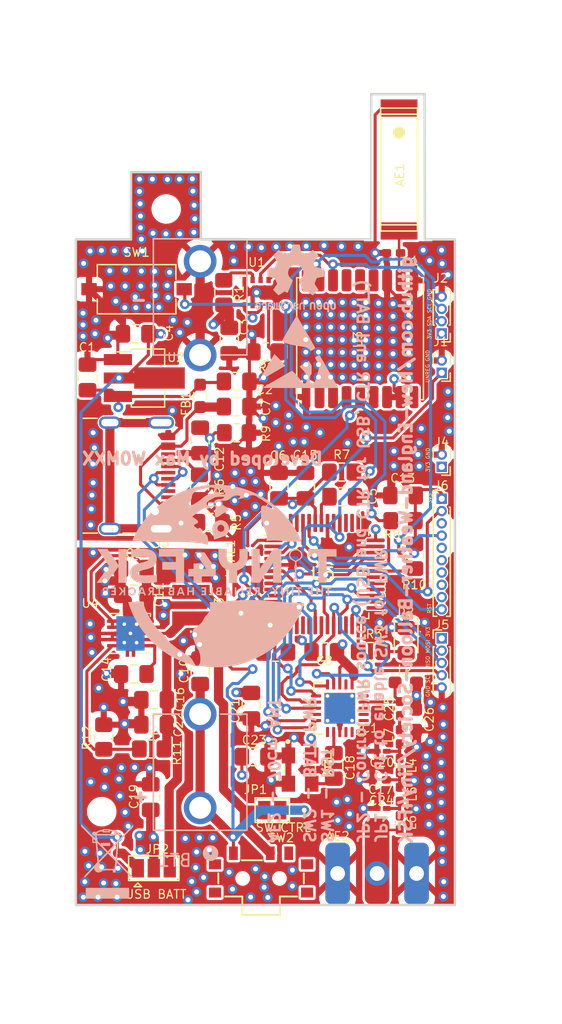
<source format=kicad_pcb>
(kicad_pcb (version 20240108) (generator "pcbnew") (generator_version "8.0")
  (title_block (title "Tiny4FSK"))
  (layers (0 "F.Cu" signal "Sig1.Cu.Front") (1 "In1.Cu" signal "GND.Cu") (2 "In2.Cu" signal "VCC.Cu") (31 "B.Cu" signal "Sig2.Cu.Back") (34 "B.Paste" user) (35 "F.Paste" user) (36 "B.SilkS" user "B.Silkscreen") (37 "F.SilkS" user "F.Silkscreen") (38 "B.Mask" user) (39 "F.Mask" user) (44 "Edge.Cuts" user))
  (net 0 "")
  (net 1 "Earth")
  (net 2 "ANT_GPS")
  (net 3 "Net-(AE2-RF)")
  (net 4 "LDO")
  (net 5 "RF_ANT")
  (net 6 "Net-(U5-VDDCORE)")
  (net 7 "RF_XO")
  (net 8 "Net-(IC1-XIN)")
  (net 9 "Net-(J3-SHIELD)")
  (net 10 "Net-(U4-VAUX)")
  (net 11 "Net-(C24-Pad1)")
  (net 12 "BST_IN")
  (net 13 "LIN")
  (net 14 "+3.3V")
  (net 15 "Net-(C17-Pad1)")
  (net 16 "BOOST")
  (net 17 "Net-(C20-Pad1)")
  (net 18 "BATT_SENSE")
  (net 19 "USB")
  (net 20 "Net-(D1-A)")
  (net 21 "Net-(D2-A)")
  (net 27 "GPIO0")
  (net 28 "GPIO1")
  (net 29 "RF_RST")
  (net 30 "SCK")
  (net 31 "MISO")
  (net 32 "MOSI")
  (net 33 "RF_SS")
  (net 37 "SDA")
  (net 38 "SCL")
  (net 39 "SWDIO")
  (net 40 "Net-(C25-Pad2)")
  (net 41 "SWCLK")
  (net 42 "Net-(J3-CC2)")
  (net 44 "Net-(J3-CC1)")
  (net 45 "nRST")
  (net 46 "A1")
  (net 47 "A2")
  (net 48 "D6")
  (net 49 "D7")
  (net 51 "D+")
  (net 52 "D-")
  (net 53 "SUCCESS")
  (net 54 "ERROR")
  (net 59 "Net-(U1-CSB)")
  (net 60 "Net-(U1-SDO)")
  (net 61 "Net-(U4-L)")
  (net 62 "Net-(U4-FB)")
  (net 63 "EXTINT")
  (net 89 "Net-(U5-PA00)")
  (footprint "Connector_PinHeader_1.00mm:PinHeader_1x05_P1.00mm_Vertical" (layer "F.Cu") (at 167.837252 109.30064)
    (property "Reference" "J5")
    (property "Value" "SPI")
  )
  (footprint "Connector_PinHeader_1.00mm:PinHeader_1x10_P1.00mm_Vertical" (layer "F.Cu") (at 167.837252 97.94564)
    (property "Reference" "J6")
    (property "Value" "JTAG")
  )
  (footprint "Connector_PinHeader_1.00mm:PinHeader_1x04_P1.00mm_Vertical" (layer "F.Cu") (at 167.837252 84.50064 180)
    (property "Reference" "J2")
    (property "Value" "I2C")
  )
  (footprint "Capacitor_SMD:C_0805_2012Metric_Pad1.18x1.45mm_HandSolder" (layer "F.Cu") (at 151.137252 88.40064)
    (property "Reference" "C2")
    (property "Value" "100 nF (J1)")
  )
  (footprint "Inductor_SMD:L_0402_1005Metric_Pad0.77x0.64mm_HandSolder" (layer "F.Cu") (at 164.412252 119.65064 -90)
    (property "Reference" "L4")
    (property "Value" "30 nH")
  )
  (footprint "Capacitor_SMD:C_0805_2012Metric_Pad1.18x1.45mm_HandSolder" (layer "F.Cu") (at 159.737252 97.77564)
    (property "Reference" "C5")
    (property "Value" "1uF")
  )
  (footprint "Capacitor_SMD:C_0805_2012Metric_Pad1.18x1.45mm_HandSolder" (layer "F.Cu") (at 144.137252 122.21314 90)
    (property "Reference" "C19")
    (property "Value" "1uF")
  )
  (footprint "Capacitor_SMD:C_0603_1608Metric_Pad1.08x0.95mm_HandSolder" (layer "F.Cu") (at 165.762252 115.92314 90)
    (property "Reference" "C26")
    (property "Value" "100nF")
  )
  (footprint "Jumper:SolderJumper-2_P1.3mm_Open_Pad1.0x1.5mm" (layer "F.Cu") (at 154.037252 123.27564)
    (property "Reference" "JP1")
    (property "Value" "SWITCH_EN")
  )
  (footprint "Capacitor_SMD:C_0805_2012Metric_Pad1.18x1.45mm_HandSolder" (layer "F.Cu") (at 151.137252 90.45064)
    (property "Reference" "C7")
    (property "Value" "100 nF (J1)")
  )
  (footprint "Capacitor_SMD:C_0201_0603Metric_Pad0.64x0.40mm_HandSolder" (layer "F.Cu") (at 162.954752 118.48564 180)
    (property "Reference" "C20")
    (property "Value" "15 pF")
  )
  (footprint "Jumper:SolderJumper-3_P1.3mm_Open_Pad1.0x1.5mm" (layer "F.Cu") (at 144.387252 128.00064)
    (property "Reference" "JP2")
    (property "Value" "SOURCE")
  )
  (footprint "Capacitor_SMD:C_0805_2012Metric_Pad1.18x1.45mm_HandSolder" (layer "F.Cu") (at 142.762252 105.70064 180)
    (property "Reference" "C11")
    (property "Value" "100nF")
  )
  (footprint "Inductor_SMD:L_0402_1005Metric_Pad0.77x0.64mm_HandSolder" (layer "F.Cu") (at 164.412252 124.31064 -90)
    (property "Reference" "L6")
    (property "Value" "22 nH")
  )
  (footprint "Inductor_SMD:L_0402_1005Metric_Pad0.77x0.64mm_HandSolder" (layer "F.Cu") (at 163.912252 77.95064)
    (property "Reference" "L1")
    (property "Value" "33 nH")
  )
  (footprint "Resistor_SMD:R_0805_2012Metric_Pad1.20x1.40mm_HandSolder" (layer "F.Cu") (at 150.087252 81.17564 90)
    (property "Reference" "R1")
    (property "Value" "10k")
  )
  (footprint "Capacitor_SMD:C_0805_2012Metric_Pad1.18x1.45mm_HandSolder" (layer "F.Cu") (at 158.274752 110.40064 180)
    (property "Reference" "C8")
    (property "Value" "10uF")
  )
  (footprint "Capacitor_SMD:C_0805_2012Metric_Pad1.18x1.45mm_HandSolder" (layer "F.Cu") (at 142.762252 103.62564 180)
    (property "Reference" "C9")
    (property "Value" "10uF")
  )
  (footprint "Capacitor_SMD:C_0805_2012Metric_Pad1.18x1.45mm_HandSolder" (layer "F.Cu") (at 148.162252 111.97564 90)
    (property "Reference" "C10")
    (property "Value" "1uF")
  )
  (footprint "Package_DFN_QFN:QFN-20-1EP_4x4mm_P0.5mm_EP2.5x2.5mm_ThermalVias" (layer "F.Cu") (at 159.537252 114.98564 180)
    (property "Reference" "IC1")
    (property "Value" "SI4063")
  )
  (footprint "Package_TO_SOT_SMD:SOT-89-3_Handsoldering" (layer "F.Cu") (at 143.912252 88.12564)
    (property "Reference" "U2")
    (property "Value" "Linear Step-Down")
  )
  (footprint "Capacitor_SMD:C_0805_2012Metric_Pad1.18x1.45mm_HandSolder" (layer "F.Cu") (at 150.537252 85.07564 -90)
    (property "Reference" "C3")
    (property "Value" "1uF")
  )
  (footprint "Connector_USB:USB_C_Receptacle_GCT_USB4105-xx-A_16P_TopMnt_Horizontal" (layer "F.Cu") (at 141.887252 96.07064 -90)
    (property "Reference" "J3")
    (property "Value" "USBC")
  )
  (footprint "Connector_PinHeader_1.00mm:PinHeader_1x02_P1.00mm_Vertical" (layer "F.Cu") (at 167.837252 87.70064 180)
    (property "Reference" "J1")
    (property "Value" "PWR Batt")
  )
  (footprint "RF_GPS:ublox_MAX" (layer "F.Cu") (at 161.187252 84.92564 90)
    (property "Reference" "U3")
    (property "Value" "MAX-M10S")
  )
  (footprint "Resistor_SMD:R_0805_2012Metric_Pad1.20x1.40mm_HandSolder" (layer "F.Cu") (at 165.637252 102.62564 90)
    (property "Reference" "R10")
    (property "Value" "1.8k")
  )
  (footprint "Resistor_SMD:R_0805_2012Metric_Pad1.20x1.40mm_HandSolder" (layer "F.Cu") (at 144.212252 118.30064 180)
    (property "Reference" "R11")
    (property "Value" "56k")
  )
  (footprint "Capacitor_SMD:C_0805_2012Metric_Pad1.18x1.45mm_HandSolder" (layer "F.Cu") (at 159.05 119.675 90)
    (property "Reference" "C18")
    (property "Value" "100 pF")
  )
  (footprint "LED_SMD:LED_0805_2012Metric_Pad1.15x1.40mm_HandSolder" (layer "F.Cu") (at 151.487252 109.40064 -90)
    (property "Reference" "D1")
    (property "Value" "Success")
  )
  (footprint "" (layer "F.Cu") (at 140.15 123.4)
    (property "Reference" "")
    (property "Value" "")
  )
  (footprint "Capacitor_SMD:C_0805_2012Metric_Pad1.18x1.45mm_HandSolder" (layer "F.Cu") (at 138.987252 88.07564 -90)
    (property "Reference" "C1")
    (property "Value" "1uF")
  )
  (footprint "Resistor_SMD:R_0805_2012Metric_Pad1.20x1.40mm_HandSolder" (layer "F.Cu") (at 153.487252 86.00064 180)
    (property "Reference" "R2")
    (property "Value" "10k")
  )
  (footprint "Package_SON:Texas_S-PVSON-N10_ThermalVias" (layer "F.Cu") (at 142.487252 108.90064 180)
    (property "Reference" "U4")
    (property "Value" "TPS61200DRC")
  )
  (footprint "Resistor_SMD:R_0805_2012Metric_Pad1.20x1.40mm_HandSolder" (layer "F.Cu") (at 164.687252 99.72564)
    (property "Reference" "R8")
    (property "Value" "1.8k")
  )
  (footprint "Capacitor_SMD:C_0805_2012Metric_Pad1.18x1.45mm_HandSolder" (layer "F.Cu") (at 154.587252 96.87564 90)
    (property "Reference" "C6")
    (property "Value" "100nF")
  )
  (footprint "TCXO:BGA4_SiT1532_SIT" (layer "F.Cu") (at 152.237252 102.25064 180)
    (property "Reference" "XTAL1")
    (property "Value" "TCXO MCU")
  )
  (footprint "Antenna:Antenna_Whip" (layer "F.Cu") (at 162.575 120.567)
    (property "Reference" "AE2")
    (property "Value" "ANT")
  )
  (footprint "Inductor_SMD:L_0603_1608Metric_Pad1.05x0.95mm_HandSolder" (layer "F.Cu") (at 164.912252 112.88564 180)
    (property "Reference" "L2")
    (property "Value" "220 nH")
  )
  (footprint "Resistor_SMD:R_0805_2012Metric_Pad1.20x1.40mm_HandSolder" (layer "F.Cu") (at 162.037252 110.37564)
    (property "Reference" "R3")
    (property "Value" "100")
  )
  (footprint "Capacitor_SMD:C_0805_2012Metric_Pad1.18x1.45mm_HandSolder" (layer "F.Cu") (at 152.325 114.775 -90)
    (property "Reference" "C21")
    (property "Value" "100nF")
  )
  (footprint "Resistor_SMD:R_0805_2012Metric_Pad1.20x1.40mm_HandSolder" (layer "F.Cu") (at 154.312252 110.42564)
    (property "Reference" "R4")
    (property "Value" "100")
  )
  (footprint "Connector_PinHeader_1.00mm:PinHeader_1x02_P1.00mm_Vertical" (layer "F.Cu") (at 167.837252 95.35064 180)
    (property "Reference" "J4")
    (property "Value" "PWR Supply")
  )
  (footprint "Capacitor_SMD:C_0805_2012Metric_Pad1.18x1.45mm_HandSolder" (layer "F.Cu") (at 148.162252 93.20064 90)
    (property "Reference" "C12")
    (property "Value" "4.5 nF")
  )
  (footprint "Capacitor_SMD:C_0805_2012Metric_Pad1.18x1.45mm_HandSolder" (layer "F.Cu") (at 152.6 118.925 180)
    (property "Reference" "C23")
    (property "Value" "10 nF")
  )
  (footprint "Package_LGA:Bosch_LGA-8_2.5x2.5mm_P0.65mm_ClockwisePinNumbering" (layer "F.Cu") (at 152.762252 81.17564)
    (property "Reference" "U1")
    (property "Value" "BME280")
  )
  (footprint "LED_SMD:LED_0805_2012Metric_Pad1.15x1.40mm_HandSolder" (layer "F.Cu") (at 164.937252 109.47564 -90)
    (property "Reference" "D2")
    (property "Value" "Error")
  )
  (footprint "Capacitor_SMD:C_0805_2012Metric_Pad1.18x1.45mm_HandSolder" (layer "F.Cu") (at 144.412252 114.30064 180)
    (property "Reference" "C16")
    (property "Value" "22uF")
  )
  (footprint "Capacitor_SMD:C_0402_1005Metric_Pad0.74x0.62mm_HandSolder" (layer "F.Cu") (at 162.754752 120.81064 180)
    (property "Reference" "C17")
    (property "Value" "12 pF")
  )
  (footprint "Capacitor_SMD:C_0805_2012Metric_Pad1.18x1.45mm_HandSolder" (layer "F.Cu") (at 142.912252 84.52564 180)
    (property "Reference" "C4")
    (property "Value" "1uF")
  )
  (footprint "IND_CONT:LPS3015222MRB" (layer "F.Cu") (at 147.412252 106.60064 90)
    (property "Reference" "L3")
    (property "Value" "2.2uH" (hide yes))
  )
  (footprint "Capacitor_SMD:C_0805_2012Metric_Pad1.18x1.45mm_HandSolder" (layer "F.Cu") (at 164.687252 97.67564 180)
    (property "Reference" "C13")
    (property "Value" "100nF")
  )
  (footprint "Inductor_SMD:L_0402_1005Metric_Pad0.77x0.64mm_HandSolder" (layer "F.Cu") (at 164.412252 121.98064 -90)
    (property "Reference" "L5")
    (property "Value" "36 nH")
  )
  (footprint "OSC:OSC_ECS-TXO-32CSMV-260-AN-TR" (layer "F.Cu") (at 156.3 119.975 -90)
    (property "Reference" "XTAL2")
    (property "Value" "~")
  )
  (footprint "Resistor_SMD:R_0805_2012Metric_Pad1.20x1.40mm_HandSolder" (layer "F.Cu") (at 148.112252 97.00064 90)
    (property "Reference" "R6")
    (property "Value" "5k1")
  )
  (footprint "MountingHole:MountingHole_2.2mm_M2" (layer "F.Cu") (at 145.4 74.375)
    (property "Reference" "REF**" (hide yes))
    (property "Value" "MountingHole_2.2mm_M2")
  )
  (footprint "Resistor_SMD:R_0805_2012Metric_Pad1.20x1.40mm_HandSolder" (layer "F.Cu") (at 159.687252 95.77564 180)
    (property "Reference" "R7")
    (property "Value" "220")
  )
  (footprint "Capacitor_SMD:C_0805_2012Metric_Pad1.18x1.45mm_HandSolder" (layer "F.Cu") (at 142.762252 112.20064 180)
    (property "Reference" "C14")
    (property "Value" "100nF")
  )
  (footprint "Package_QFP:TQFP-48_7x7mm_P0.5mm" (layer "F.Cu") (at 158.287252 104.07564)
    (property "Reference" "U5")
    (property "Value" "ATSAMD21G18A-A")
  )
  (footprint "Ant:GPS1003" (layer "F.Cu") (at 164.252252 64.68564)
    (property "Reference" "AE1")
    (property "Value" "GPS ANT")
  )
  (footprint "SlideSwitch:WS-SLSU_6p7x2p7_WRE" (layer "F.Cu") (at 153.124374 128.828003 180)
    (property "Reference" "SW2")
    (property "Value" "BATT PWR")
  )
  (footprint "Resistor_SMD:R_0805_2012Metric_Pad1.20x1.40mm_HandSolder" (layer "F.Cu") (at 148.987252 99.87564 180)
    (property "Reference" "R5")
    (property "Value" "5k1")
  )
  (footprint "Capacitor_SMD:C_0805_2012Metric_Pad1.18x1.45mm_HandSolder" (layer "F.Cu") (at 156.737252 96.87564 -90)
    (property "Reference" "C15")
    (property "Value" "100nF")
  )
  (footprint "Capacitor_SMD:C_0805_2012Metric_Pad1.18x1.45mm_HandSolder" (layer "F.Cu") (at 144.412252 116.32564 180)
    (property "Reference" "C22")
    (property "Value" "100nF")
  )
  (footprint "Resistor_SMD:R_0805_2012Metric_Pad1.20x1.40mm_HandSolder" (layer "F.Cu") (at 140.312252 117.32564 90)
    (property "Reference" "R12")
    (property "Value" "10k")
  )
  (footprint "Button_Switch_SMD:SW_Tactile_SPST_NO_Straight_CK_PTS636Sx25SMTRLFS" (layer "F.Cu") (at 142.987252 80.90064)
    (property "Reference" "SW1")
    (property "Value" "RST")
  )
  (footprint "Resistor_SMD:R_0603_1608Metric_Pad0.98x0.95mm_HandSolder" (layer "F.Cu") (at 148.162252 89.57564 90)
    (property "Reference" "FB1")
    (property "Value" "BLM18AG121SN1D (J1)")
  )
  (footprint "Inductor_SMD:L_0402_1005Metric_Pad0.77x0.64mm_HandSolder" (layer "F.Cu") (at 164.412252 117.32064 -90)
    (property "Reference" "L7")
    (property "Value" "33 nH")
  )
  (footprint "Capacitor_SMD:C_0201_0603Metric_Pad0.64x0.40mm_HandSolder" (layer "F.Cu") (at 162.954752 123.13564 180)
    (property "Reference" "C24")
    (property "Value" "10 pF")
  )
  (footprint "Resistor_SMD:R_0805_2012Metric_Pad1.20x1.40mm_HandSolder" (layer "F.Cu") (at 151.137252 92.57564)
    (property "Reference" "R9")
    (property "Value" "1M")
  )
  (footprint "Capacitor_SMD:C_0402_1005Metric_Pad0.74x0.62mm_HandSolder" (layer "F.Cu") (at 164.422252 115.01064 -90)
    (property "Reference" "C25")
    (property "Value" "9.1 pF")
  )
  (footprint "BatteryExtended:BAT_BK-82" (layer "B.Cu") (at 148.192252 119.52464)
    (property "Reference" "BT1")
    (property "Value" "AAA")
  )
  (footprint "Symbol:ESD-Logo_6.6x6mm_SilkScreen" (layer "B.Cu") (at 156.175 85.975 180)
    (property "Reference" "REF**" (hide yes))
    (property "Value" "ESD-Logo_6.6x6mm_SilkScreen" (hide yes))
  )
  (footprint "Symbol:OSHW-Logo2_7.3x6mm_SilkScreen" (layer "B.Cu") (at 155.95 80.025 180)
    (property "Reference" "REF**" (hide yes))
    (property "Value" "OSHW-Logo2_7.3x6mm_SilkScreen" (hide yes))
  )
  (footprint "Symbol:WEEE-Logo_4.2x6mm_SilkScreen" (layer "B.Cu") (at 140.6 127.45 180)
    (property "Reference" "REF**" (hide yes))
    (property "Value" "WEEE-Logo_4.2x6mm_SilkScreen" (hide yes))
  )
  (gr_line (start 156.256019 102.181009) (end 156.22962 102.162573) (stroke (width 0.1)) (layer "B.SilkS"))
  (gr_line (start 156.079093 104.630294) (end 156.077712 104.58915) (stroke (width 0.1)) (layer "B.SilkS"))
  (gr_line (start 155.932855 104.397622) (end 155.923425 104.398668) (stroke (width 0.1)) (layer "B.SilkS"))
  (gr_line (start 155.459768 102.600056) (end 155.464049 102.622539) (stroke (width 0.1)) (layer "B.SilkS"))
  (gr_line (start 155.752674 102.936933) (end 155.805705 102.960921) (stroke (width 0.1)) (layer "B.SilkS"))
  (gr_line (start 155.88177 104.401731) (end 155.87251 104.404784) (stroke (width 0.1)) (layer "B.SilkS"))
  (gr_poly (pts (xy 148.270855 105.262835) (xy 148.512051 105.262835) (xy 148.512051 105.411268) (xy 148.298684 105.411268) (xy 148.298684 105.527224) (xy 148.512051 105.527224) (xy 148.512051 105.675657) (xy 148.270855 105.675657) (xy 148.270855 105.796255) (xy 148.6512 105.796255) (xy 148.6512 105.142241) (xy 148.270855 105.142241)) (fill solid) (layer "B.SilkS"))
  (gr_line (start 155.923515 103.051459) (end 155.929406 103.062687) (stroke (width 0.1)) (layer "B.SilkS"))
  (gr_line (start 156.039838 104.418902) (end 156.033902 104.412382) (stroke (width 0.1)) (layer "B.SilkS"))
  (gr_poly (pts (xy 140.413624 105.147132) (xy 140.400477 105.147891) (xy 140.387838 105.149142) (xy 140.375699 105.150871) (xy 140.364056 105.153065) (xy 140.352904 105.155712) (xy 140.342238 105.158799) (xy 140.332052 105.162313) (xy 140.322342 105.166242) (xy 140.313102 105.170572) (xy 140.304328 105.175291) (xy 140.296014 105.180387) (xy 140.288156 105.185846) (xy 140.280747 105.191656) (xy 140.273784 105.197804) (xy 140.26726 105.204277) (xy 140.261171 105.211062) (xy 140.255512 105.218148) (xy 140.250278 105.225521) (xy 140.245463 105.233168) (xy 140.241063 105.241076) (xy 140.237072 105.249234) (xy 140.233485 105.257627) (xy 140.230297 105.266244) (xy 140.227504 105.275072) (xy 140.225099 105.284097) (xy 140.221437 105.302691) (xy 140.219269 105.321923) (xy 140.218556 105.341692) (xy 140.218705 105.349859) (xy 140.21915 105.357834) (xy 140.21989 105.365618) (xy 140.22092 105.373209) (xy 140.222239 105.380606) (xy 140.223845 105.387809) (xy 140.225734 105.394816) (xy 140.227904 105.401627) (xy 140.230353 105.408242) (xy 140.233078 105.414658) (xy 140.236077 105.420876) (xy 140.239346 105.426894) (xy 140.242884 105.432711) (xy 140.246687 105.438327) (xy 140.250754 105.443742) (xy 140.255082 105.448953) (xy 140.259667 105.45396) (xy 140.264509 105.458763) (xy 140.269603 105.46336) (xy 140.274949 105.467751) (xy 140.280542 105.471934) (xy 140.28638 105.47591) (xy 140.292462 105.479677) (xy 140.298784 105.483233) (xy 140.305344 105.48658) (xy 140.312139 105.489714) (xy 140.326425 105.495346) (xy 140.341621 105.500122) (xy 140.357708 105.504034) (xy 140.162892 105.800898) (xy 140.320599 105.800894) (xy 140.492215 105.513308) (xy 140.529324 105.513308) (xy 140.529324 105.800894) (xy 140.663838 105.800894) (xy 140.663838 105.258196) (xy 140.529324 105.258196) (xy 140.529324 105.415903) (xy 140.450474 105.415903) (xy 140.437099 105.415527) (xy 140.424783 105.414418) (xy 140.419014 105.413596) (xy 140.4135 105.412601) (xy 140.408237 105.411437) (xy 140.403222 105.410106) (xy 140.398452 105.408611) (xy 140.393923 105.406957) (xy 140.389632 105.405147) (xy 140.385575 105.403184) (xy 140.381749 105.401072) (xy 140.378151 105.398813) (xy 140.374777 105.396412) (xy 140.371623 105.393871) (xy 140.368688 105.391195) (xy 140.365966 105.388386) (xy 140.363455 105.385448) (xy 140.361151 105.382384) (xy 140.359051 105.379198) (xy 140.357151 105.375893) (xy 140.355448 105.372473) (xy 140.353939 105.36894) (xy 140.352621 105.365299) (xy 140.351489 105.361552) (xy 140.349772 105.353756) (xy 140.348762 105.34558) (xy 140.348431 105.33705) (xy 140.348513 105.332742) (xy 140.348762 105.32852) (xy 140.34918 105.324386) (xy 140.349772 105.320343) (xy 140.35054 105.316396) (xy 140.351489 105.312547) (xy 140.352621 105.308801) (xy 140.353939 105.305159) (xy 140.355448 105.301627) (xy 140.357151 105.298206) (xy 140.359051 105.294901) (xy 140.361151 105.291715) (xy 140.363455 105.288651) (xy 140.365966 105.285713) (xy 140.368688 105.282904) (xy 140.371623 105.280228) (xy 140.374777 105.277687) (xy 140.378151 105.275286) (xy 140.381749 105.273027) (xy 140.385575 105.270915) (xy 140.389632 105.268952) (xy 140.393923 105.267142) (xy 140.398452 105.265488) (xy 140.403222 105.263994) (xy 140.408237 105.262663) (xy 140.4135 105.261498) (xy 140.419014 105.260503) (xy 140.424783 105.259682) (xy 140.43081 105.259037) (xy 140.437099 105.258572) (xy 140.443652 105.258291) (xy 140.450474 105.258196) (xy 140.529324 105.258196) (xy 140.663838 105.258196) (xy 140.663838 105.146876) (xy 140.427281 105.146876)) (fill solid) (layer "B.SilkS"))
  (gr_line (start 156.303991 102.222408) (end 156.280825 102.20099) (stroke (width 0.1)) (layer "B.SilkS"))
  (gr_line (start 156.014475 103.00602) (end 156.024738 102.997783) (stroke (width 0.1)) (layer "B.SilkS"))
  (gr_line (start 155.475884 102.398416) (end 155.469767 102.418977) (stroke (width 0.1)) (layer "B.SilkS"))
  (gr_line (start 155.989077 104.40006) (end 155.982946 104.399715) (stroke (width 0.1)) (layer "B.SilkS"))
  (gr_line (start 155.87251 104.404784) (end 155.864059 104.409222) (stroke (width 0.1)) (layer "B.SilkS"))
  (gr_line (start 155.966851 102.083952) (end 155.942132 102.083895) (stroke (width 0.1)) (layer "B.SilkS"))
  (gr_line (start 156.072945 104.497664) (end 156.072321 104.489427) (stroke (width 0.1)) (layer "B.SilkS"))
  (gr_line (start 155.942132 102.083895) (end 155.917708 102.084852) (stroke (width 0.1)) (layer "B.SilkS"))
  (gr_line (start 156.429164 102.611521) (end 156.434007 102.581536) (stroke (width 0.1)) (layer "B.SilkS"))
  (gr_poly (pts (xy 149.068661 105.680292) (xy 148.864567 105.680292) (xy 148.864567 105.800894) (xy 149.207814 105.800894) (xy 149.207814 105.146876) (xy 149.073296 105.146876)) (fill solid) (layer "B.SilkS"))
  (gr_poly (pts (xy 150.116955 105.800894) (xy 150.260739 105.800894) (xy 150.307122 105.666376) (xy 150.580792 105.666376) (xy 150.627175 105.800894) (xy 150.766327 105.800894) (xy 150.673954 105.550417) (xy 150.543679 105.550417) (xy 150.34887 105.550417) (xy 150.446274 105.272108) (xy 150.543679 105.550417) (xy 150.673954 105.550417) (xy 150.525132 105.146876) (xy 150.358151 105.146876)) (fill solid) (layer "B.SilkS"))
  (gr_line (start 155.455124 102.554134) (end 155.456794 102.577246) (stroke (width 0.1)) (layer "B.SilkS"))
  (gr_line (start 155.812421 104.627771) (end 155.815308 104.659408) (stroke (width 0.1)) (layer "B.SilkS"))
  (gr_line (start 156.069735 104.469358) (end 156.068486 104.463844) (stroke (width 0.1)) (layer "B.SilkS"))
  (gr_line (start 155.954659 103.607794) (end 155.957711 103.58647) (stroke (width 0.1)) (layer "B.SilkS"))
  (gr_line (start 155.843217 104.42979) (end 155.83766 104.438717) (stroke (width 0.1)) (layer "B.SilkS"))
  (gr_line (start 155.805705 102.960921) (end 155.830255 102.972759) (stroke (width 0.1)) (layer "B.SilkS"))
  (gr_line (start 155.562185 102.806541) (end 155.579792 102.824537) (stroke (width 0.1)) (layer "B.SilkS"))
  (gr_line (start 155.891872 104.400164) (end 155.88177 104.401731) (stroke (width 0.1)) (layer "B.SilkS"))
  (gr_line (start 155.934551 103.074789) (end 155.938917 103.08783) (stroke (width 0.1)) (layer "B.SilkS"))
  (gr_line (start 156.22962 102.162573) (end 156.201677 102.145794) (stroke (width 0.1)) (layer "B.SilkS"))
  (gr_line (start 155.54611 102.26846) (end 155.533333 102.285384) (stroke (width 0.1)) (layer "B.SilkS"))
  (gr_line (start 155.998527 103.553306) (end 156.004816 103.547669) (stroke (width 0.1)) (layer "B.SilkS"))
  (gr_poly (pts (xy 153.020165 103.64374) (xy 153.020165 102.032507) (xy 152.34412 102.032507) (xy 152.34412 104.781748) (xy 153.020165 104.781748) (xy 154.101834 103.170515) (xy 154.101834 104.781748) (xy 154.777874 104.781748) (xy 154.777874 102.032507) (xy 154.101834 102.032507)) (fill solid) (layer "B.SilkS"))
  (gr_line (start 155.86393 102.991803) (end 155.874193 102.998757) (stroke (width 0.1)) (layer "B.SilkS"))
  (gr_line (start 155.940665 103.2915) (end 155.939427 103.310644) (stroke (width 0.1)) (layer "B.SilkS"))
  (gr_line (start 155.985282 103.564325) (end 155.998527 103.553306) (stroke (width 0.1)) (layer "B.SilkS"))
  (gr_line (start 156.21867 102.896971) (end 156.246551 102.879637) (stroke (width 0.1)) (layer "B.SilkS"))
  (gr_line (start 155.923425 104.398668) (end 155.918175 104.399227) (stroke (width 0.1)) (layer "B.SilkS"))
  (gr_line (start 155.988568 103.411225) (end 155.980371 103.392379) (stroke (width 0.1)) (layer "B.SilkS"))
  (gr_line (start 156.075415 102.09744) (end 156.040467 102.090592) (stroke (width 0.1)) (layer "B.SilkS"))
  (gr_line (start 155.594145 102.838031) (end 155.60861 102.850555) (stroke (width 0.1)) (layer "B.SilkS"))
  (gr_poly (pts (xy 158.382615 105.267473) (xy 158.535683 105.267473) (xy 158.535683 105.800894) (xy 158.670197 105.800894) (xy 158.670197 105.267473) (xy 158.827904 105.267473) (xy 158.827904 105.146876) (xy 158.382615 105.146876)) (fill solid) (layer "B.SilkS"))
  (gr_line (start 156.049745 104.430244) (end 156.045104 104.424818) (stroke (width 0.1)) (layer "B.SilkS"))
  (gr_line (start 155.982946 104.399715) (end 155.976386 104.399227) (stroke (width 0.1)) (layer "B.SilkS"))
  (gr_line (start 155.724682 102.923729) (end 155.752674 102.936933) (stroke (width 0.1)) (layer "B.SilkS"))
  (gr_line (start 155.757303 102.118246) (end 155.736225 102.126581) (stroke (width 0.1)) (layer "B.SilkS"))
  (gr_line (start 155.869855 102.089731) (end 155.84648 102.09361) (stroke (width 0.1)) (layer "B.SilkS"))
  (gr_line (start 155.510414 102.320956) (end 155.500327 102.339562) (stroke (width 0.1)) (layer "B.SilkS"))
  (gr_poly (pts (xy 156.975018 102.652212) (xy 157.786274 102.652212) (xy 157.786274 104.781748) (xy 158.462315 104.781748) (xy 158.462315 102.652212) (xy 159.273568 102.652212) (xy 159.273568 102.032507) (xy 156.975018 102.032507)) (fill solid) (layer "B.SilkS"))
  (gr_line (start 155.957234 103.331412) (end 155.956187 103.325126) (stroke (width 0.1)) (layer "B.SilkS"))
  (gr_line (start 156.436537 102.551449) (end 156.436803 102.521369) (stroke (width 0.1)) (layer "B.SilkS"))
  (gr_line (start 155.853166 102.985196) (end 155.86393 102.991803) (stroke (width 0.1)) (layer "B.SilkS"))
  (gr_line (start 155.918175 104.399227) (end 155.912853 104.399715) (stroke (width 0.1)) (layer "B.SilkS"))
  (gr_line (start 155.902851 104.400191) (end 155.891872 104.400164) (stroke (width 0.1)) (layer "B.SilkS"))
  (gr_line (start 155.954663 103.098833) (end 155.959639 103.083964) (stroke (width 0.1)) (layer "B.SilkS"))
  (gr_line (start 155.912853 104.399715) (end 155.907673 104.40006) (stroke (width 0.1)) (layer "B.SilkS"))
  (gr_poly (pts (xy 141.930134 105.401991) (xy 141.883747 105.401991) (xy 141.679661 105.146876) (xy 141.512677 105.146876) (xy 141.767788 105.457651) (xy 141.508038 105.800898) (xy 141.679661 105.800894) (xy 141.883747 105.522585) (xy 141.930134 105.522585) (xy 141.930134 105.800894) (xy 142.064648 105.800894) (xy 142.064648 105.146876) (xy 141.930134 105.146876)) (fill solid) (layer "B.SilkS"))
  (gr_line (start 156.246551 102.879637) (end 156.260349 102.869999) (stroke (width 0.1)) (layer "B.SilkS"))
  (gr_line (start 156.201677 102.145794) (end 156.172236 102.130782) (stroke (width 0.1)) (layer "B.SilkS"))
  (gr_line (start 155.531023 102.768923) (end 155.54593 102.787996) (stroke (width 0.1)) (layer "B.SilkS"))
  (gr_line (start 156.022511 104.680893) (end 156.041235 104.680439) (stroke (width 0.1)) (layer "B.SilkS"))
  (gr_line (start 155.483034 102.378313) (end 155.475884 102.398416) (stroke (width 0.1)) (layer "B.SilkS"))
  (gr_line (start 155.979141 103.045516) (end 155.987046 103.03452) (stroke (width 0.1)) (layer "B.SilkS"))
  (gr_poly (pts (xy 145.805723 105.147684) (xy 145.793634 105.148687) (xy 145.781931 105.150083) (xy 145.770615 105.151865) (xy 145.759688 105.15403) (xy 145.749152 105.156572) (xy 145.739008 105.159486) (xy 145.729258 105.162767) (xy 145.719904 105.16641) (xy 145.710947 105.170409) (xy 145.702389 105.174761) (xy 145.694233 105.179458) (xy 145.686479 105.184497) (xy 145.679129 105.189873) (xy 145.672185 105.195579) (xy 145.665649 105.201612) (xy 145.659523 105.207966) (xy 145.653807 105.214636) (xy 145.648504 105.221616) (xy 145.643616 105.228903) (xy 145.639143 105.23649) (xy 145.635089 105.244372) (xy 145.631454 105.252545) (xy 145.628241 105.261004) (xy 145.62545 105.269743) (xy 145.623084 105.278757) (xy 145.621145 105.288041) (xy 145.619633 105.29759) (xy 145.618551 105.307399) (xy 145.617901 105.317463) (xy 145.617684 105.327776) (xy 145.618772 105.3381) (xy 145.620309 105.348187) (xy 145.622308 105.358015) (xy 145.624782 105.367564) (xy 145.627746 105.376815) (xy 145.631213 105.385746) (xy 145.635196 105.394338) (xy 145.63971 105.402569) (xy 145.644767 105.41042) (xy 145.650381 105.41787) (xy 145.656566 105.424898) (xy 145.663335 105.431485) (xy 145.670702 105.43761) (xy 145.67868 105.443253) (xy 145.687284 105.448392) (xy 145.696526 105.453009) (xy 145.68289 105.456871) (xy 145.669838 105.461507) (xy 145.657411 105.466931) (xy 145.651445 105.469943) (xy 145.645651 105.473157) (xy 145.640032 105.476575) (xy 145.634596 105.480199) (xy 145.629347 105.48403) (xy 145.624289 105.488069) (xy 145.619429 105.49232) (xy 145.61477 105.496782) (xy 145.610319 105.501459) (xy 145.60608 105.506351) (xy 145.602059 105.511461) (xy 145.59826 105.51679) (xy 145.594689 105.52234) (xy 145.59135 105.528112) (xy 145.588249 105.534108) (xy 145.585392 105.540331) (xy 145.582782 105.546781) (xy 145.580425 105.55346) (xy 145.578326 105.560371) (xy 145.576491 105.567514) (xy 145.574924 105.574891) (xy 145.573631 105.582505) (xy 145.572616 105.590356) (xy 145.571884 105.598447) (xy 145.571442 105.60678) (xy 145.571293 105.615355) (xy 145.571484 105.625681) (xy 145.572057 105.635784) (xy 145.573013 105.645656) (xy 145.574355 105.655289) (xy 145.576085 105.664678) (xy 145.578203 105.673816) (xy 145.580713 105.682696) (xy 145.583614 105.69131) (xy 145.58691 105.699653) (xy 145.590601 105.707717) (xy 145.59469 105.715496) (xy 145.599178 105.722982) (xy 145.604067 105.73017) (xy 145.609359 105.737052) (xy 145.615055 105.743621) (xy 145.621157 105.749871) (xy 145.627666 105.755795) (xy 145.634585 105.761386) (xy 145.641915 105.766637) (xy 145.649658 105.771541) (xy 145.657815 105.776093) (xy 145.666389 105.780284) (xy 145.67538 105.784108) (xy 145.684791 105.787558) (xy 145.694623 105.790628) (xy 145.704878 105.793311) (xy 145.715558 105.7956) (xy 145.726664 105.797488) (xy 145.738199 105.798968) (xy 145.750163 105.800033) (xy 145.762558 105.800678) (xy 145.775387 105.800894) (xy 146.044415 105.800894) (xy 146.044415 105.517946) (xy 145.919175 105.517946) (xy 145.919175 105.684931) (xy 145.803215 105.684931) (xy 145.796407 105.684823) (xy 145.789892 105.684503) (xy 145.783666 105.683976) (xy 145.777723 105.683246) (xy 145.772059 105.682319) (xy 145.766669 105.681201) (xy 145.761547 105.679896) (xy 145.756688 105.678408) (xy 145.752088 105.676745) (xy 145.74774 105.674909) (xy 145.74364 105.672908) (xy 145.739784 105.670745) (xy 145.736165 105.668425) (xy 145.732779 105.665955) (xy 145.72962 105.663338) (xy 145.726684 105.66058) (xy 145.723965 105.657687) (xy 145.721459 105.654662) (xy 145.71916 105.651512) (xy 145.717063 105.648242) (xy 145.715163 105.644856) (xy 145.713455 105.641359) (xy 145.711934 105.637757) (xy 145.710594 105.634055) (xy 145.708441 105.626371) (xy 145.706952 105.618347) (xy 145.70609 105.610024) (xy 145.705811 105.601442) (xy 145.706091 105.593625) (xy 145.706962 105.585869) (xy 145.707633 105.582032) (xy 145.708471 105.578234) (xy 145.70948 105.574482) (xy 145.710667 105.570784) (xy 145.712037 105.567146) (xy 145.713597 105.563578) (xy 145.715351 105.560086) (xy 145.717308 105.556678) (xy 145.719471 105.553361) (xy 145.721847 105.550144) (xy 145.724443 105.547034) (xy 145.727264 105.544039) (xy 145.730316 105.541166) (xy 145.733604 105.538423) (xy 145.737136 105.535817) (xy 145.740916 105.533357) (xy 145.744951 105.53105) (xy 145.749247 105.528903) (xy 145.75381 105.526925) (xy 145.758645 105.525122) (xy 145.763759 105.523503) (xy 145.769157 105.522074) (xy 145.774846 105.520845) (xy 145.780831 105.519822) (xy 145.787118 105.519013) (xy 145.793714 105.518425) (xy 145.800624 105.518067) (xy 145.807854 105.517946) (xy 145.919175 105.517946) (xy 146.044415 105.517946) (xy 146.044415 105.258196) (xy 145.919175 105.258196) (xy 145.919175 105.411265) (xy 145.831044 105.411265) (xy 145.825907 105.41117) (xy 145.820934 105.410889) (xy 145.816124 105.410424) (xy 145.811477 105.409779) (xy 145.806992 105.408957) (xy 145.802671 105.407962) (xy 145.798513 105.406798) (xy 145.794518 105.405466) (xy 145.790686 105.403972) (xy 145.787017 105.402318) (xy 145.783511 105.400508) (xy 145.780168 105.398545) (xy 145.776988 105.396432) (xy 145.773971 105.394173) (xy 145.771117 105.391772) (xy 145.768426 105.389231) (xy 145.765899 105.386555) (xy 145.763534 105.383746) (xy 145.761332 105.380808) (xy 145.759294 105.377744) (xy 145.757418 105.374558) (xy 145.755706 105.371253) (xy 145.754157 105.367832) (xy 145.75277 105.3643) (xy 145.751547 105.360658) (xy 145.750487 105.356912) (xy 145.74959 105.353063) (xy 145.748856 105.349116) (xy 145.748285 105.345074) (xy 145.747878 105.34094) (xy 145.747551 105.332411) (xy 145.747633 105.328525) (xy 145.747879 105.324698) (xy 145.748289 105.320933) (xy 145.748865 105.317236) (xy 145.749607 105.31361) (xy 145.750517 105.310059) (xy 145.751595 105.306589) (xy 145.752842 105.303202) (xy 145.754258 105.299904) (xy 145.755846 105.296699) (xy 145.757605 105.29359) (xy 145.759536 105.290583) (xy 145.761641 105.28768) (xy 145.76392 105.284888) (xy 145.766374 105.282209) (xy 145.769003 105.279648) (xy 145.77181 105.277209) (xy 145.774793 105.274898) (xy 145.777956 105.272716) (xy 145.781297 105.27067) (xy 145.784818 105.268764) (xy 145.788521 105.267) (xy 145.792405 105.265385) (xy 145.796472 105.263921) (xy 145.800722 105.262614) (xy 145.805156 105.261467) (xy 145.809776 105.260486) (xy 145.814582 105.259673) (xy 145.819575 105.259033) (xy 145.824755 105.258571) (xy 145.830124 105.25829) (xy 145.835682 105.258196) (xy 145.919175 105.258196) (xy 146.044415 105.258196) (xy 146.044415 105.146876) (xy 145.831051 105.146876)) (fill solid) (layer "B.SilkS"))
  (gr_poly (pts (xy 144.611138 105.267473) (xy 144.76421 105.267473) (xy 144.76421 105.800894) (xy 144.898724 105.800894) (xy 144.898724 105.267473) (xy 145.056431 105.267473) (xy 145.056431 105.146876) (xy 144.611138 105.146876)) (fill solid) (layer "B.SilkS"))
  (gr_line (start 156.053806 104.435289) (end 156.049745 104.430244) (stroke (width 0.1)) (layer "B.SilkS"))
  (gr_line (start 155.811404 104.606686) (end 155.812421 104.627771) (stroke (width 0.1)) (layer "B.SilkS"))
  (gr_line (start 156.108573 102.950638) (end 156.162764 102.925822) (stroke (width 0.1)) (layer "B.SilkS"))
  (gr_line (start 155.666976 102.892267) (end 155.681541 102.900929) (stroke (width 0.1)) (layer "B.SilkS"))
  (gr_poly (pts (xy 151.363854 102.652212) (xy 151.363294 102.681456) (xy 151.361623 102.710024) (xy 151.35885 102.737898) (xy 151.354985 102.765062) (xy 151.350039 102.791501) (xy 151.344023 102.817196) (xy 151.336946 102.842133) (xy 151.328819 102.866293) (xy 151.319652 102.889662) (xy 151.309456 102.912221) (xy 151.29824 102.933956) (xy 151.286016 102.954848) (xy 151.272793 102.974883) (xy 151.258582 102.994042) (xy 151.243393 103.012311) (xy 151.227236 103.029671) (xy 151.210122 103.046108) (xy 151.192061 103.061603) (xy 151.173064 103.076142) (xy 151.15314 103.089706) (xy 151.1323 103.10228) (xy 151.110554 103.113847) (xy 151.087913 103.124392) (xy 151.064387 103.133896) (xy 151.039987 103.142344) (xy 151.014721 103.149719) (xy 150.988602 103.156004) (xy 150.961639 103.161184) (xy 150.933842 103.165242) (xy 150.905222 103.16816) (xy 150.87579 103.169924) (xy 150.845555 103.170515) (xy 150.814328 103.169956) (xy 150.784029 103.168284) (xy 150.754663 103.165511) (xy 150.726234 103.161646) (xy 150.698745 103.156701) (xy 150.672202 103.150684) (xy 150.646607 103.143607) (xy 150.621966 103.13548) (xy 150.598282 103.126313) (xy 150.575559 103.116116) (xy 150.553802 103.104901) (xy 150.533015 103.092676) (xy 150.513201 103.079453) (xy 150.494365 103.065242) (xy 150.476512 103.050053) (xy 150.459644 103.033896) (xy 150.443767 103.016782) (xy 150.428884 102.99872) (xy 150.415 102.979723) (xy 150.402119 102.959799) (xy 150.390244 102.938959) (xy 150.37938 102.917213) (xy 150.369532 102.894572) (xy 150.360702 102.871046) (xy 150.352896 102.846645) (xy 150.346117 102.821379) (xy 150.34037 102.79526) (xy 150.335658 102.768297) (xy 150.331987 102.7405) (xy 150.329359 102.71188) (xy 150.327779 102.682447) (xy 150.327252 102.652212) (xy 150.327252 102.032507) (xy 149.651207 102.032507) (xy 149.651207 102.652212) (xy 149.652161 102.703635) (xy 149.655006 102.754361) (xy 149.659721 102.804353) (xy 149.666282 102.853572) (xy 149.674667 102.901984) (xy 149.684853 102.949549) (xy 149.696817 102.996231) (xy 149.710537 103.041993) (xy 149.72599 103.086797) (xy 149.743153 103.130608) (xy 149.762004 103.173386) (xy 149.78252 103.215096) (xy 149.804678 103.255701) (xy 149.828456 103.295162) (xy 149.853831 103.333443) (xy 149.88078 103.370507) (xy 149.90928 103.406316) (xy 149.939309 103.440834) (xy 149.970844 103.474024) (xy 150.003863 103.505847) (xy 150.038342 103.536268) (xy 150.074259 103.565249) (xy 150.111592 103.592752) (xy 150.150317 103.618741) (xy 150.190412 103.643179) (xy 150.231855 103.666028) (xy 150.274622 103.687252) (xy 150.31869 103.706812) (xy 150.364039 103.724673) (xy 150.410643 103.740796) (xy 150.458481 103.755145) (xy 150.507531 103.767683) (xy 150.507531 104.793017) (xy 151.183575 104.793017) (xy 151.183575 103.767683) (xy 151.233616 103.755113) (xy 151.28232 103.740672) (xy 151.32967 103.724404) (xy 151.37565 103.70635) (xy 151.420244 103.686555) (xy 151.463435 103.665063) (xy 151.505207 103.641915) (xy 151.545543 103.617157) (xy 151.584426 103.59083) (xy 151.62184 103.562979) (xy 151.657768 103.533647) (xy 151.692195 103.502876) (xy 151.725103 103.470711) (xy 151.756476 103.437195) (xy 151.786298 103.40237) (xy 151.814552 103.366281) (xy 151.841221 103.328971) (xy 151.866289 103.290482) (xy 151.911557 103.210144) (xy 151.950222 103.125614) (xy 151.982153 103.037239) (xy 152.007219 102.945364) (xy 152.025286 102.850337) (xy 152.036223 102.752504) (xy 152.039898 102.652212) (xy 152.039898 102.032507) (xy 151.363854 102.032507)) (fill solid) (layer "B.SilkS"))
  (gr_poly (pts (xy 143.09438 105.800894) (xy 143.238167 105.800894) (xy 143.28455 105.666376) (xy 143.558216 105.666376) (xy 143.604603 105.800894) (xy 143.743756 105.800894) (xy 143.651382 105.550417) (xy 143.521107 105.550417) (xy 143.326294 105.550417) (xy 143.423703 105.272108) (xy 143.521107 105.550417) (xy 143.651382 105.550417) (xy 143.50256 105.146876) (xy 143.335575 105.146876)) (fill solid) (layer "B.SilkS"))
  (gr_line (start 156.056996 104.679361) (end 156.069105 104.677564) (stroke (width 0.1)) (layer "B.SilkS"))
  (gr_line (start 156.005614 104.400381) (end 155.999982 104.400214) (stroke (width 0.1)) (layer "B.SilkS"))
  (gr_line (start 155.856383 104.414938) (end 155.849447 104.421829) (stroke (width 0.1)) (layer "B.SilkS"))
  (gr_line (start 155.955425 104.679439) (end 156.001509 104.680814) (stroke (width 0.1)) (layer "B.SilkS"))
  (gr_line (start 156.079617 104.671438) (end 156.07948 104.650866) (stroke (width 0.1)) (layer "B.SilkS"))
  (gr_line (start 155.46471 102.439975) (end 155.460742 102.461389) (stroke (width 0.1)) (layer "B.SilkS"))
  (gr_line (start 155.893606 102.086805) (end 155.869855 102.089731) (stroke (width 0.1)) (layer "B.SilkS"))
  (gr_poly (pts (xy 151.965987 106.181912) (xy 151.690655 106.188242) (xy 151.415322 106.197828) (xy 151.13999 106.210514) (xy 150.864658 106.226147) (xy 150.313996 106.265631) (xy 149.612847 106.327642) (xy 149.437948 106.341013) (xy 149.262894 106.352136) (xy 149.08753 106.360314) (xy 148.911702 106.364847) (xy 148.921307 106.390961) (xy 148.930254 106.417182) (xy 148.938503 106.443461) (xy 148.946015 106.46975) (xy 148.952753 106.496) (xy 148.958676 106.522163) (xy 148.963747 106.54819) (xy 148.967926 106.574033) (xy 148.971176 106.599644) (xy 148.973456 106.624973) (xy 148.974728 106.649973) (xy 148.974955 106.674595) (xy 148.974095 106.698791) (xy 148.972112 106.722512) (xy 148.968966 106.74571) (xy 148.964619 106.768336) (xy 148.973712 106.954372) (xy 148.970811 106.970828) (xy 148.966666 106.988309) (xy 148.961138 107.006892) (xy 148.954088 107.026654) (xy 148.945376 107.047671) (xy 148.934863 107.070019) (xy 148.92241 107.093774) (xy 148.907877 107.119012) (xy 148.891125 107.145811) (xy 148.872015 107.174246) (xy 148.850408 107.204393) (xy 148.826164 107.23633) (xy 148.799144 107.270131) (xy 148.769209 107.305874) (xy 148.700035 107.38349) (xy 148.663889 107.423657) (xy 148.63093 107.46236) (xy 148.573519 107.535717) (xy 148.525701 107.604248) (xy 148.485372 107.668642) (xy 148.356905 107.898603) (xy 148.322487 107.952629) (xy 148.282943 108.006645) (xy 148.260592 108.033865) (xy 148.236171 108.06134) (xy 148.209417 108.089157) (xy 148.180068 108.117401) (xy 148.147861 108.146159) (xy 148.112532 108.175516) (xy 148.07382 108.205559) (xy 148.03146 108.236374) (xy 147.985191 108.268046) (xy 147.934749 108.300661) (xy 147.879873 108.334306) (xy 147.820298 108.369066) (xy 147.762127 108.406578) (xy 147.711421 108.448242) (xy 147.667857 108.493794) (xy 147.631109 108.542969) (xy 147.600854 108.595501) (xy 147.576765 108.651126) (xy 147.558519 108.709577) (xy 147.545791 108.77059) (xy 147.538257 108.833899) (xy 147.535592 108.89924) (xy 147.537471 108.966346) (xy 147.543569 109.034954) (xy 147.553563 109.104796) (xy 147.567127 109.175609) (xy 147.603669 109.319084) (xy 147.650598 109.463257) (xy 147.705317 109.606005) (xy 147.765229 109.745207) (xy 147.827739 109.878741) (xy 147.95016 110.120316) (xy 148.051808 110.313753) (xy 148.068571 110.352425) (xy 148.084139 110.392674) (xy 148.111713 110.477244) (xy 148.134578 110.566135) (xy 148.152783 110.658021) (xy 148.166375 110.751573) (xy 148.175404 110.845464) (xy 148.179917 110.938367) (xy 148.179964 111.028954) (xy 148.175592 111.115898) (xy 148.166851 111.197871) (xy 148.153787 111.273546) (xy 148.136451 111.341596) (xy 148.126196 111.372347) (xy 148.114891 111.400693) (xy 148.102541 111.426469) (xy 148.089154 111.44951) (xy 148.074734 111.469648) (xy 148.059289 111.486719) (xy 148.042824 111.500555) (xy 148.025345 111.510992) (xy 148.204857 111.543833) (xy 148.386152 111.572798) (xy 148.569152 111.597732) (xy 148.753779 111.618481) (xy 148.939957 111.634888) (xy 149.127607 111.6468) (xy 149.316652 111.654061) (xy 149.507016 111.656515) (xy 149.817421 111.650142) (xy 150.124636 111.631186) (xy 150.428417 111.599893) (xy 150.728518 111.556508) (xy 151.024694 111.501279) (xy 151.316702 111.43445) (xy 151.604296 111.356268) (xy 151.887233 111.266978) (xy 152.165266 111.166827) (xy 152.438152 111.056059) (xy 152.705646 110.934922) (xy 152.967503 110.803661) (xy 153.223478 110.662521) (xy 153.473327 110.511748) (xy 153.716806 110.35159) (xy 153.953669 110.18229) (xy 154.183673 110.004096) (xy 154.406571 109.817253) (xy 154.62212 109.622007) (xy 154.830076 109.418603) (xy 155.030192 109.207288) (xy 155.222225 108.988308) (xy 155.40593 108.761908) (xy 155.581063 108.528334) (xy 155.747378 108.287833) (xy 155.904632 108.040649) (xy 156.052578 107.78703) (xy 156.190974 107.52722) (xy 156.319573 107.261465) (xy 156.438132 106.990012) (xy 156.546406 106.713107) (xy 156.64415 106.430994) (xy 156.59082 106.435127) (xy 156.53749 106.437699) (xy 156.48416 106.438857) (xy 156.430829 106.438746) (xy 156.324169 106.435296) (xy 156.217509 106.428514) (xy 155.790867 106.391306) (xy 155.245165 106.366501) (xy 154.972314 106.352238) (xy 154.835888 106.343014) (xy 154.699463 106.331774) (xy 154.15376 106.281029) (xy 153.608057 106.233384) (xy 153.335206 106.213243) (xy 153.062354 106.1969) (xy 152.789503 106.185363) (xy 152.516652 106.17964) (xy 152.241319 106.178993)) (fill solid) (layer "B.SilkS"))
  (gr_poly (pts (xy 154.203392 105.490118) (xy 154.203392 105.805533) (xy 154.33791 105.805533) (xy 154.33791 105.494757) (xy 154.555916 105.151514) (xy 154.407486 105.151514) (xy 154.272969 105.374159) (xy 154.138455 105.151514) (xy 153.990025 105.146876)) (fill solid) (layer "B.SilkS"))
  (gr_line (start 156.045104 104.424818) (end 156.039838 104.418902) (stroke (width 0.1)) (layer "B.SilkS"))
  (gr_line (start 155.821475 104.481998) (end 155.816532 104.506722) (stroke (width 0.1)) (layer "B.SilkS"))
  (gr_poly (pts (xy 153.716362 105.967875) (xy 153.809128 105.967875) (xy 153.753468 105.671015) (xy 153.618954 105.671015)) (fill solid) (layer "B.SilkS"))
  (gr_line (start 155.954659 104.336191) (end 155.954659 103.607794) (stroke (width 0.1)) (layer "B.SilkS"))
  (gr_line (start 155.455676 102.507087) (end 155.454753 102.53074) (stroke (width 0.1)) (layer "B.SilkS"))
  (gr_poly (pts (xy 146.253147 105.800894) (xy 146.396927 105.800894) (xy 146.443314 105.666376) (xy 146.716984 105.666376) (xy 146.763367 105.800894) (xy 146.90252 105.800894) (xy 146.810146 105.550417) (xy 146.679875 105.550417) (xy 146.485062 105.550417) (xy 146.582466 105.272108) (xy 146.679875 105.550417) (xy 146.810146 105.550417) (xy 146.661324 105.146876) (xy 146.494343 105.146876)) (fill solid) (layer "B.SilkS"))
  (gr_line (start 155.817517 104.671438) (end 155.955425 104.679439) (stroke (width 0.1)) (layer "B.SilkS"))
  (gr_line (start 155.883923 103.006124) (end 155.893091 103.01397) (stroke (width 0.1)) (layer "B.SilkS"))
  (gr_line (start 156.434852 102.491406) (end 156.430733 102.46167) (stroke (width 0.1)) (layer "B.SilkS"))
  (gr_line (start 156.412348 102.670743) (end 156.42196 102.641293) (stroke (width 0.1)) (layer "B.SilkS"))
  (gr_poly (pts (xy 154.899159 105.61072) (xy 154.899159 105.146876) (xy 154.764641 105.146876) (xy 154.764641 105.800894) (xy 154.922352 105.800894) (xy 155.209935 105.332415) (xy 155.209935 105.800894) (xy 155.344448 105.800894) (xy 155.344448 105.146876) (xy 155.19138 105.146876)) (fill solid) (layer "B.SilkS"))
  (gr_line (start 155.976386 104.399227) (end 155.969898 104.398668) (stroke (width 0.1)) (layer "B.SilkS"))
  (gr_poly (pts (xy 155.627388 105.800894) (xy 155.761906 105.800894) (xy 155.761906 105.146876) (xy 155.627388 105.146876)) (fill solid) (layer "B.SilkS"))
  (gr_line (start 155.927356 103.577764) (end 155.933331 103.583414) (stroke (width 0.1)) (layer "B.SilkS"))
  (gr_line (start 155.888006 103.544615) (end 155.894222 103.550251) (stroke (width 0.1)) (layer "B.SilkS"))
  (gr_line (start 156.274004 102.85962) (end 156.28748 102.848431) (stroke (width 0.1)) (layer "B.SilkS"))
  (gr_line (start 155.778895 102.11076) (end 155.757303 102.118246) (stroke (width 0.1)) (layer "B.SilkS"))
  (gr_line (start 155.681541 102.900929) (end 155.696034 102.909016) (stroke (width 0.1)) (layer "B.SilkS"))
  (gr_line (start 156.058381 102.975882) (end 156.082834 102.962927) (stroke (width 0.1)) (layer "B.SilkS"))
  (gr_line (start 156.379287 102.320246) (end 156.363164 102.294181) (stroke (width 0.1)) (layer "B.SilkS"))
  (gr_line (start 156.004263 102.086059) (end 155.966851 102.083952) (stroke (width 0.1)) (layer "B.SilkS"))
  (gr_line (start 155.574164 102.236439) (end 155.55973 102.252138) (stroke (width 0.1)) (layer "B.SilkS"))
  (gr_line (start 156.041235 104.680439) (end 156.056996 104.679361) (stroke (width 0.1)) (layer "B.SilkS"))
  (gr_line (start 155.589386 102.221384) (end 155.574164 102.236439) (stroke (width 0.1)) (layer "B.SilkS"))
  (gr_line (start 155.877199 103.532887) (end 155.882281 103.53884) (stroke (width 0.1)) (layer "B.SilkS"))
  (gr_line (start 155.494347 102.708768) (end 155.505236 102.729287) (stroke (width 0.1)) (layer "B.SilkS"))
  (gr_line (start 155.505236 102.729287) (end 155.51746 102.749346) (stroke (width 0.1)) (layer "B.SilkS"))
  (gr_line (start 155.882281 103.53884) (end 155.888006 103.544615) (stroke (width 0.1)) (layer "B.SilkS"))
  (gr_line (start 155.965402 103.070168) (end 155.971914 103.057375) (stroke (width 0.1)) (layer "B.SilkS"))
  (gr_line (start 156.073525 104.506861) (end 156.072945 104.497664) (stroke (width 0.1)) (layer "B.SilkS"))
  (gr_line (start 155.65237 102.882964) (end 155.666976 102.892267) (stroke (width 0.1)) (layer "B.SilkS"))
  (gr_line (start 155.637753 102.872955) (end 155.65237 102.882964) (stroke (width 0.1)) (layer "B.SilkS"))
  (gr_poly (pts (xy 140.91895 105.262835) (xy 141.160145 105.262835) (xy 141.160145 105.411268) (xy 140.946789 105.411268) (xy 140.946789 105.527224) (xy 141.160145 105.527224) (xy 141.160145 105.675657) (xy 140.91895 105.675657) (xy 140.91895 105.796255) (xy 141.299305 105.796255) (xy 141.299305 105.142241) (xy 140.91895 105.142241)) (fill solid) (layer "B.SilkS"))
  (gr_line (start 155.51746 102.749346) (end 155.531023 102.768923) (stroke (width 0.1)) (layer "B.SilkS"))
  (gr_line (start 155.60861 102.850555) (end 155.623156 102.862174) (stroke (width 0.1)) (layer "B.SilkS"))
  (gr_line (start 155.917708 102.084852) (end 155.893606 102.086805) (stroke (width 0.1)) (layer "B.SilkS"))
  (gr_line (start 155.960759 103.58647) (end 155.966231 103.58082) (stroke (width 0.1)) (layer "B.SilkS"))
  (gr_line (start 155.454753 102.53074) (end 155.455124 102.554134) (stroke (width 0.1)) (layer "B.SilkS"))
  (gr_line (start 155.696034 102.909016) (end 155.724682 102.923729) (stroke (width 0.1)) (layer "B.SilkS"))
  (gr_poly (pts (xy 155.975274 105.267473) (xy 156.128338 105.267473) (xy 156.128338 105.800894) (xy 156.262856 105.800894) (xy 156.262856 105.267473) (xy 156.425202 105.267473) (xy 156.425202 105.146876) (xy 155.975274 105.146876)) (fill solid) (layer "B.SilkS"))
  (gr_line (start 155.811034 104.583204) (end 155.811404 104.606686) (stroke (width 0.1)) (layer "B.SilkS"))
  (gr_line (start 156.385707 102.728235) (end 156.40028 102.69976) (stroke (width 0.1)) (layer "B.SilkS"))
  (gr_line (start 155.964835 103.354974) (end 155.957711 103.336558) (stroke (width 0.1)) (layer "B.SilkS"))
  (gr_line (start 155.954663 103.309122) (end 155.954663 103.098833) (stroke (width 0.1)) (layer "B.SilkS"))
  (gr_line (start 156.42196 102.641293) (end 156.429164 102.611521) (stroke (width 0.1)) (layer "B.SilkS"))
  (gr_line (start 155.824683 104.470251) (end 155.821475 104.481998) (stroke (width 0.1)) (layer "B.SilkS"))
  (gr_line (start 156.141347 102.117645) (end 156.109057 102.106495) (stroke (width 0.1)) (layer "B.SilkS"))
  (gr_line (start 156.363164 102.294181) (end 156.345208 102.269114) (stroke (width 0.1)) (layer "B.SilkS"))
  (gr_line (start 155.830255 102.972759) (end 155.853166 102.985196) (stroke (width 0.1)) (layer "B.SilkS"))
  (gr_poly (pts (xy 144.142917 105.147132) (xy 144.129771 105.147891) (xy 144.11713 105.149142) (xy 144.104991 105.150871) (xy 144.093348 105.153065) (xy 144.082196 105.155712) (xy 144.071529 105.158799) (xy 144.061344 105.162313) (xy 144.051633 105.166242) (xy 144.042394 105.170572) (xy 144.033619 105.175291) (xy 144.025305 105.180387) (xy 144.017446 105.185846) (xy 144.010038 105.191656) (xy 144.003074 105.197804) (xy 143.99655 105.204277) (xy 143.990462 105.211062) (xy 143.984803 105.218148) (xy 143.979568 105.225521) (xy 143.974753 105.233168) (xy 143.970353 105.241076) (xy 143.966362 105.249234) (xy 143.962775 105.257627) (xy 143.959587 105.266244) (xy 143.956794 105.275072) (xy 143.954389 105.284097) (xy 143.950727 105.302691) (xy 143.948559 105.321923) (xy 143.947846 105.341692) (xy 143.947995 105.349859) (xy 143.94844 105.357834) (xy 143.94918 105.365618) (xy 143.95021 105.373209) (xy 143.95153 105.380606) (xy 143.953135 105.387809) (xy 143.955025 105.394816) (xy 143.957195 105.401627) (xy 143.959644 105.408242) (xy 143.962369 105.414658) (xy 143.965368 105.420876) (xy 143.968637 105.426894) (xy 143.972175 105.432711) (xy 143.975979 105.438327) (xy 143.980046 105.443742) (xy 143.984373 105.448953) (xy 143.988959 105.45396) (xy 143.993801 105.458763) (xy 143.998896 105.46336) (xy 144.004241 105.467751) (xy 144.009834 105.471934) (xy 144.015673 105.47591) (xy 144.021755 105.479677) (xy 144.028077 105.483233) (xy 144.034637 105.48658) (xy 144.041432 105.489714) (xy 144.055718 105.495346) (xy 144.070915 105.500122) (xy 144.087002 105.504034) (xy 143.892189 105.800898) (xy 144.049889 105.800894) (xy 144.221508 105.513308) (xy 144.258618 105.513308) (xy 144.258618 105.800894) (xy 144.393135 105.800894) (xy 144.393135 105.258196) (xy 144.258618 105.258196) (xy 144.258618 105.415903) (xy 144.179768 105.415903) (xy 144.166392 105.415527) (xy 144.154077 105.414418) (xy 144.148308 105.413596) (xy 144.142794 105.412601) (xy 144.137531 105.411437) (xy 144.132516 105.410106) (xy 144.127746 105.408611) (xy 144.123217 105.406957) (xy 144.118925 105.405147) (xy 144.114869 105.403184) (xy 144.111043 105.401072) (xy 144.107444 105.398813) (xy 144.10407 105.396412) (xy 144.100917 105.393871) (xy 144.097981 105.391195) (xy 144.09526 105.388386) (xy 144.092748 105.385448) (xy 144.090445 105.382384) (xy 144.088344 105.379198) (xy 144.086445 105.375893) (xy 144.084742 105.372473) (xy 144.083233 105.36894) (xy 144.081914 105.365299) (xy 144.080782 105.361552) (xy 144.079066 105.353756) (xy 144.078056 105.34558) (xy 144.077725 105.33705) (xy 144.077807 105.332742) (xy 144.078056 105.32852) (xy 144.078474 105.324386) (xy 144.079066 105.320343) (xy 144.079834 105.316396) (xy 144.080782 105.312547) (xy 144.081914 105.308801) (xy 144.083233 105.305159) (xy 144.084742 105.301627) (xy 144.086445 105.298206) (xy 144.088344 105.294901) (xy 144.090445 105.291715) (xy 144.092748 105.288651) (xy 144.09526 105.285713) (xy 144.097981 105.282904) (xy 144.100917 105.280228) (xy 144.10407 105.277687) (xy 144.107444 105.275286) (xy 144.111043 105.273027) (xy 144.114869 105.270915) (xy 144.118925 105.268952) (xy 144.123217 105.267142) (xy 144.127746 105.265488) (xy 144.132516 105.263994) (xy 144.137531 105.262663) (xy 144.142794 105.261498) (xy 144.148308 105.260503) (xy 144.154077 105.259682) (xy 144.160104 105.259037) (xy 144.166392 105.258572) (xy 144.172946 105.258291) (xy 144.179768 105.258196) (xy 144.258618 105.258196) (xy 144.393135 105.258196) (xy 144.393135 105.146876) (xy 144.156575 105.146876)) (fill solid) (layer "B.SilkS"))
  (gr_line (start 156.077712 104.58915) (end 156.075761 104.548005) (stroke (width 0.1)) (layer "B.SilkS"))
  (gr_line (start 156.07948 104.650866) (end 156.079093 104.630294) (stroke (width 0.1)) (layer "B.SilkS"))
  (gr_line (start 156.326481 102.809305) (end 156.348856 102.783117) (stroke (width 0.1)) (layer "B.SilkS"))
  (gr_line (start 155.909613 103.031362) (end 155.916907 103.041039) (stroke (width 0.1)) (layer "B.SilkS"))
  (gr_line (start 155.811584 104.558159) (end 155.811034 104.583204) (stroke (width 0.1)) (layer "B.SilkS"))
  (gr_line (start 155.623156 102.862174) (end 155.637753 102.872955) (stroke (width 0.1)) (layer "B.SilkS"))
  (gr_line (start 156.40028 102.69976) (end 156.412348 102.670743) (stroke (width 0.1)) (layer "B.SilkS"))
  (gr_line (start 156.024738 102.997783) (end 156.0355 102.990061) (stroke (width 0.1)) (layer "B.SilkS"))
  (gr_line (start 155.476555 102.666439) (end 155.484788 102.687811) (stroke (width 0.1)) (layer "B.SilkS"))
  (gr_line (start 155.832741 104.448506) (end 155.828427 104.459052) (stroke (width 0.1)) (layer "B.SilkS"))
  (gr_line (start 155.987046 103.03452) (end 155.995594 103.024319) (stroke (width 0.1)) (layer "B.SilkS"))
  (gr_line (start 155.972252 103.575272) (end 155.978658 103.569787) (stroke (width 0.1)) (layer "B.SilkS"))
  (gr_poly (pts (xy 158.034733 105.415903) (xy 157.756424 105.415903) (xy 157.756424 105.146876) (xy 157.62191 105.146876) (xy 157.62191 105.800894) (xy 157.756424 105.800894) (xy 157.756424 105.531862) (xy 158.034733 105.531862) (xy 158.034733 105.800894) (xy 158.169247 105.800894) (xy 158.169247 105.146876) (xy 158.034733 105.146876)) (fill solid) (layer "B.SilkS"))
  (gr_line (start 156.021714 103.485895) (end 155.988568 103.411225) (stroke (width 0.1)) (layer "B.SilkS"))
  (gr_line (start 155.816532 104.506722) (end 155.813326 104.532387) (stroke (width 0.1)) (layer "B.SilkS"))
  (gr_poly (pts (xy 149.227206 96.805571) (xy 148.943528 96.821681) (xy 148.662783 96.848294) (xy 148.385159 96.885217) (xy 148.110844 96.932256) (xy 147.840025 96.989216) (xy 147.572892 97.055905) (xy 147.30963 97.132127) (xy 147.050428 97.217691) (xy 146.795473 97.312401) (xy 146.544954 97.416064) (xy 146.299058 97.528486) (xy 146.057973 97.649474) (xy 145.821886 97.778833) (xy 145.590985 97.91637) (xy 145.365458 98.061891) (xy 145.145493 98.215202) (xy 144.931278 98.37611) (xy 144.722999 98.54442) (xy 144.520845 98.719939) (xy 144.325004 98.902473) (xy 144.135663 99.091829) (xy 143.95301 99.287812) (xy 143.777233 99.490229) (xy 143.60852 99.698886) (xy 143.447057 99.913588) (xy 143.293034 100.134144) (xy 143.146637 100.360357) (xy 143.008055 100.592036) (xy 142.877475 100.828986) (xy 142.755084 101.071013) (xy 142.641072 101.317923) (xy 142.643626 101.319086) (xy 142.646317 101.320105) (xy 142.649124 101.320988) (xy 142.652027 101.321745) (xy 142.655008 101.322385) (xy 142.658048 101.32292) (xy 142.661126 101.323357) (xy 142.664223 101.323707) (xy 142.670399 101.324185) (xy 142.676419 101.32443) (xy 142.682129 101.324521) (xy 142.687374 101.324534) (xy 143.157735 101.369389) (xy 143.627475 101.410525) (xy 143.862693 101.427759) (xy 144.098454 101.441738) (xy 144.33499 101.451685) (xy 144.572533 101.456827) (xy 145.640788 101.453933) (xy 146.175226 101.452176) (xy 146.709044 101.458481) (xy 147.241621 101.479048) (xy 147.507251 101.496618) (xy 147.772339 101.520079) (xy 148.036806 101.550206) (xy 148.300575 101.587775) (xy 148.563569 101.63356) (xy 148.825711 101.688337) (xy 148.822069 101.682138) (xy 148.818592 101.675948) (xy 148.81529 101.669777) (xy 148.812171 101.663636) (xy 148.809247 101.657533) (xy 148.806526 101.651479) (xy 148.804018 101.645483) (xy 148.801732 101.639554) (xy 148.79968 101.633703) (xy 148.79787 101.62794) (xy 148.796311 101.622273) (xy 148.795014 101.616713) (xy 148.793989 101.611269) (xy 148.793244 101.605951) (xy 148.792791 101.600769) (xy 148.792637 101.595732) (xy 148.808655 101.402151) (xy 148.810746 101.336727) (xy 148.809495 101.267495) (xy 148.803612 101.195957) (xy 148.798531 101.159792) (xy 148.791809 101.123614) (xy 148.783284 101.087611) (xy 148.772797 101.05197) (xy 148.760185 101.016879) (xy 148.745287 100.982525) (xy 148.727943 100.949096) (xy 148.707992 100.916781) (xy 148.685271 100.885766) (xy 148.659621 100.85624) (xy 148.63088 100.828391) (xy 148.598887 100.802405) (xy 148.563481 100.778471) (xy 148.524501 100.756776) (xy 148.481785 100.737508) (xy 148.435174 100.720856) (xy 148.384505 100.707006) (xy 148.329617 100.696146) (xy 148.334216 100.688627) (xy 148.345326 100.668241) (xy 148.352063 100.65424) (xy 148.358917 100.638243) (xy 148.365383 100.620657) (xy 148.370957 100.601889) (xy 148.375137 100.582345) (xy 148.376545 100.57241) (xy 148.377417 100.562434) (xy 148.377687 100.552467) (xy 148.377294 100.542561) (xy 148.376174 100.532766) (xy 148.374264 100.523134) (xy 148.371502 100.513715) (xy 148.367824 100.50456) (xy 148.363168 100.495719) (xy 148.35747 100.487245) (xy 148.350667 100.479187) (xy 148.342697 100.471596) (xy 148.333496 100.464524) (xy 148.323002 100.458021) (xy 148.312104 100.451467) (xy 148.301702 100.444269) (xy 148.291751 100.436518) (xy 148.282204 100.428307) (xy 148.26414 100.410873) (xy 148.247142 100.392702) (xy 148.21487 100.357097) (xy 148.198859 100.341135) (xy 148.190725 100.333937) (xy 148.182442 100.327383) (xy 148.173966 100.321565) (xy 148.16525 100.316576) (xy 148.156248 100.312507) (xy 148.146914 100.309451) (xy 148.137202 100.307499) (xy 148.127067 100.306744) (xy 148.116461 100.307278) (xy 148.10534 100.309193) (xy 148.093657 100.31258) (xy 148.081365 100.317532) (xy 148.06842 100.324141) (xy 148.054774 100.332498) (xy 148.040383 100.342697) (xy 148.025199 100.354829) (xy 148.009178 100.368986) (xy 147.992272 100.38526) (xy 147.925299 100.350431) (xy 147.893925 100.332737) (xy 147.859722 100.312359) (xy 147.824201 100.289752) (xy 147.788874 100.265372) (xy 147.755252 100.239675) (xy 147.724847 100.213115) (xy 147.711324 100.199654) (xy 147.699171 100.186148) (xy 147.688578 100.172655) (xy 147.679734 100.15923) (xy 147.672828 100.145931) (xy 147.668049 100.132815) (xy 147.665586 100.119939) (xy 147.665627 100.10736) (xy 147.668362 100.095134) (xy 147.67398 100.083319) (xy 147.682669 100.071971) (xy 147.694619 100.061148) (xy 147.726186 100.040642) (xy 147.764536 100.020815) (xy 147.850887 99.980326) (xy 147.89354 99.958231) (xy 147.932277 99.933947) (xy 147.949343 99.920759) (xy 147.964427 99.906755) (xy 147.977195 99.891845) (xy 147.987313 99.875939) (xy 147.994446 99.858949) (xy 147.998262 99.840783) (xy 147.998424 99.821353) (xy 147.994599 99.800569) (xy 147.986453 99.778341) (xy 147.97365 99.75458) (xy 147.955858 99.729196) (xy 147.932742 99.702099) (xy 147.903967 99.6732) (xy 147.869199 99.642409) (xy 147.828104 99.609637) (xy 147.780348 99.574794) (xy 147.725596 99.53779) (xy 147.663513 99.498536) (xy 147.593767 99.456942) (xy 147.516022 99.412918) (xy 147.628573 99.31866) (xy 147.74938 99.220372) (xy 147.895534 99.10534) (xy 148.05378 98.986588) (xy 148.133296 98.929886) (xy 148.210864 98.877137) (xy 148.284828 98.829969) (xy 148.353531 98.79001) (xy 148.415316 98.758888) (xy 148.468525 98.73823) (xy 148.491783 98.731657) (xy 148.513277 98.726726) (xy 148.533143 98.723297) (xy 148.551518 98.721229) (xy 148.568535 98.720382) (xy 148.584332 98.720616) (xy 148.599044 98.721789) (xy 148.612806 98.723762) (xy 148.638024 98.729543) (xy 148.661072 98.736836) (xy 148.704996 98.751461) (xy 148.728044 98.756545) (xy 148.740314 98.758038) (xy 148.753262 98.758644) (xy 148.767024 98.758223) (xy 148.781736 98.756635) (xy 148.797533 98.753738) (xy 148.814551 98.749394) (xy 148.832925 98.74346) (xy 148.852791 98.735796) (xy 148.874286 98.726262) (xy 148.897543 98.714718) (xy 148.9227 98.701023) (xy 148.949892 98.685036) (xy 148.979254 98.666618) (xy 149.010922 98.645626) (xy 149.031269 98.635717) (xy 149.084406 98.612243) (xy 149.119563 98.59835) (xy 149.158471 98.584584) (xy 149.199646 98.572115) (xy 149.241605 98.562117) (xy 149.262416 98.558411) (xy 149.282867 98.555763) (xy 149.302773 98.554318) (xy 149.321949 98.554224) (xy 149.340209 98.555627) (xy 149.357368 98.558673) (xy 149.373241 98.563509) (xy 149.387642 98.570282) (xy 149.400387 98.579139) (xy 149.411289 98.590225) (xy 149.420164 98.603687) (xy 149.426826 98.619672) (xy 149.43109 98.638327) (xy 149.43277 98.659798) (xy 149.431682 98.684231) (xy 149.427639 98.711773) (xy 149.402009 98.844543) (xy 149.388574 98.919653) (xy 149.376379 98.997543) (xy 149.366664 99.075938) (xy 149.360671 99.152559) (xy 149.359638 99.22513) (xy 149.361369 99.259185) (xy 149.364806 99.291374) (xy 149.370103 99.321411) (xy 149.377416 99.349013) (xy 149.386899 99.373895) (xy 149.398707 99.395772) (xy 149.412996 99.414359) (xy 149.42992 99.429372) (xy 149.449635 99.440527) (xy 149.472295 99.447538) (xy 149.498056 99.450121) (xy 149.527073 99.447991) (xy 149.5595 99.440864) (xy 149.595493 99.428455) (xy 149.635207 99.41048) (xy 149.678796 99.386654) (xy 149.726416 99.356691) (xy 149.778222 99.320309) (xy 149.831442 99.281842) (xy 149.883154 99.245737) (xy 149.933281 99.211875) (xy 149.98175 99.180137) (xy 150.073408 99.12256) (xy 150.157527 99.072056) (xy 150.300749 98.98847) (xy 150.358649 98.953488) (xy 150.383909 98.937285) (xy 150.406608 98.921781) (xy 150.426672 98.906859) (xy 150.444026 98.8924) (xy 150.458593 98.878285) (xy 150.4703 98.864395) (xy 150.479071 98.850611) (xy 150.482332 98.843722) (xy 150.484831 98.836816) (xy 150.486558 98.829876) (xy 150.487505 98.822889) (xy 150.487661 98.81584) (xy 150.487017 98.808713) (xy 150.485565 98.801495) (xy 150.483294 98.794169) (xy 150.480195 98.786722) (xy 150.476259 98.779138) (xy 150.465837 98.763502) (xy 150.451955 98.747141) (xy 150.434535 98.729937) (xy 150.413504 98.711772) (xy 150.388786 98.692526) (xy 150.360306 98.672081) (xy 150.330464 98.651683) (xy 150.30171 98.632612) (xy 150.274048 98.614797) (xy 150.247483 98.598171) (xy 150.222018 98.582664) (xy 150.197656 98.568207) (xy 150.152256 98.542167) (xy 150.111314 98.519498) (xy 150.074858 98.49965) (xy 150.042917 98.482068) (xy 150.01552 98.466202) (xy 150.003535 98.458739) (xy 149.992697 98.451498) (xy 149.98301 98.44441) (xy 149.974476 98.437405) (xy 149.967101 98.430414) (xy 149.960887 98.42337) (xy 149.955838 98.416201) (xy 149.953752 98.412549) (xy 149.951958 98.40884) (xy 149.950457 98.405066) (xy 149.94925 98.401218) (xy 149.948337 98.397287) (xy 149.947719 98.393265) (xy 149.947395 98.389142) (xy 149.947367 98.384912) (xy 149.947634 98.380564) (xy 149.948198 98.37609) (xy 149.950216 98.366731) (xy 149.953425 98.356765) (xy 149.957828 98.346123) (xy 149.963429 98.334736) (xy 149.968201 98.322921) (xy 149.970289 98.311063) (xy 149.969955 98.299199) (xy 149.96746 98.287362) (xy 149.963066 98.275588) (xy 149.957034 98.263912) (xy 149.949627 98.252369) (xy 149.941105 98.240995) (xy 149.921765 98.218892) (xy 149.901107 98.197884) (xy 149.86421 98.160276) (xy 149.852156 98.144239) (xy 149.848644 98.137035) (xy 149.847157 98.13042) (xy 149.847956 98.124431) (xy 149.851304 98.119102) (xy 149.857462 98.114467) (xy 149.866691 98.110564) (xy 149.879253 98.107425) (xy 149.89541 98.105088) (xy 149.915424 98.103586) (xy 149.939555 98.102954) (xy 150.001218 98.104445) (xy 150.082493 98.109841) (xy 150.127219 98.111724) (xy 150.169698 98.111267) (xy 150.210048 98.108607) (xy 150.248386 98.103885) (xy 150.28483 98.097239) (xy 150.319497 98.08881) (xy 150.352505 98.078736) (xy 150.383971 98.067156) (xy 150.414013 98.05421) (xy 150.442748 98.040037) (xy 150.470294 98.024776) (xy 150.496768 98.008567) (xy 150.522287 97.991549) (xy 150.54697 97.973862) (xy 150.594294 97.937034) (xy 150.684069 97.86147) (xy 150.728399 97.824962) (xy 150.729905 97.823824) (xy 150.105014 97.823824) (xy 150.104559 97.830554) (xy 150.102839 97.837601) (xy 150.099872 97.844915) (xy 150.095675 97.852448) (xy 150.090263 97.860148) (xy 150.083656 97.867968) (xy 150.075868 97.875856) (xy 150.066918 97.883764) (xy 150.056822 97.891642) (xy 150.03326 97.907108) (xy 150.005319 97.921856) (xy 149.973134 97.935491) (xy 149.936841 97.947613) (xy 149.896576 97.957827) (xy 149.874995 97.962094) (xy 149.852473 97.965735) (xy 149.829025 97.9687) (xy 149.804669 97.97094) (xy 149.753345 97.975549) (xy 149.699482 97.982076) (xy 149.644418 97.990735) (xy 149.58949 98.001739) (xy 149.536034 98.015301) (xy 149.510276 98.023108) (xy 149.485388 98.031634) (xy 149.461536 98.040906) (xy 149.438889 98.050951) (xy 149.417612 98.061796) (xy 149.397874 98.073466) (xy 149.379841 98.085989) (xy 149.36368 98.099392) (xy 149.349559 98.1137) (xy 149.337645 98.128941) (xy 149.328104 98.145141) (xy 149.321105 98.162328) (xy 149.316814 98.180526) (xy 149.315398 98.199764) (xy 149.317025 98.220068) (xy 149.321861 98.241464) (xy 149.330074 98.263979) (xy 149.34183 98.287641) (xy 149.357298 98.312474) (xy 149.376644 98.338507) (xy 149.400036 98.365765) (xy 149.427639 98.394276) (xy 149.433612 98.40162) (xy 149.436738 98.40877) (xy 149.437156 98.415723) (xy 149.435004 98.422479) (xy 149.430419 98.429036) (xy 149.423541 98.435393) (xy 149.403455 98.447503) (xy 149.37585 98.458799) (xy 149.341831 98.469272) (xy 149.302502 98.478911) (xy 149.258967 98.487707) (xy 149.163701 98.502732) (xy 149.06487 98.514269) (xy 148.97131 98.52224) (xy 148.891858 98.526568) (xy 148.874956 98.526823) (xy 148.858966 98.526361) (xy 148.843867 98.525201) (xy 148.829639 98.523364) (xy 148.816265 98.520867) (xy 148.803724 98.517731) (xy 148.791997 98.513975) (xy 148.781064 98.509618) (xy 148.770906 98.504679) (xy 148.761504 98.499179) (xy 148.752839 98.493136) (xy 148.74489 98.48657) (xy 148.73764 98.4795) (xy 148.731067 98.471946) (xy 148.725153 98.463926) (xy 148.719879 98.455461) (xy 148.715225 98.446569) (xy 148.711172 98.437271) (xy 148.7077 98.427585) (xy 148.70479 98.41753) (xy 148.702422 98.407127) (xy 148.700578 98.396395) (xy 148.698382 98.374019) (xy 148.698046 98.350558) (xy 148.699415 98.326166) (xy 148.702335 98.301) (xy 148.70665 98.275213) (xy 148.711024 98.26144) (xy 148.717841 98.247426) (xy 148.726951 98.233201) (xy 148.738199 98.218796) (xy 148.751433 98.20424) (xy 148.766502 98.189564) (xy 148.801529 98.159975) (xy 148.84206 98.130269) (xy 148.886873 98.100689) (xy 148.934748 98.071477) (xy 148.984465 98.042876) (xy 149.084536 97.988474) (xy 149.177322 97.93942) (xy 149.253053 97.897652) (xy 149.281472 97.880106) (xy 149.301964 97.865109) (xy 149.311298 97.858442) (xy 149.323075 97.852081) (xy 149.353343 97.840265) (xy 149.391536 97.829631) (xy 149.436425 97.820149) (xy 149.486779 97.811792) (xy 149.541367 97.80453) (xy 149.658323 97.793174) (xy 149.77745 97.785849) (xy 149.888904 97.782322) (xy 149.982839 97.78236) (xy 150.049412 97.785732) (xy 150.0611 97.787371) (xy 150.071371 97.789775) (xy 150.080242 97.792892) (xy 150.08773 97.796675) (xy 150.093851 97.801073) (xy 150.098623 97.806037) (xy 150.102063 97.811516) (xy 150.104188 97.817462) (xy 150.105014 97.823824) (xy 150.729905 97.823824) (xy 150.773612 97.790789) (xy 150.796842 97.774927) (xy 150.820645 97.760066) (xy 150.845139 97.746346) (xy 150.870441 97.733907) (xy 150.896668 97.722886) (xy 150.923937 97.713425) (xy 150.952367 97.705662) (xy 150.982075 97.699736) (xy 151.012086 97.695122) (xy 151.041322 97.691196) (xy 151.069743 97.687949) (xy 151.097313 97.68537) (xy 151.12399 97.68345) (xy 151.149738 97.682179) (xy 151.174517 97.681548) (xy 151.198288 97.681546) (xy 151.221012 97.682165) (xy 151.242652 97.683394) (xy 151.263167 97.685223) (xy 151.28252 97.687644) (xy 151.300671 97.690646) (xy 151.317582 97.69422) (xy 151.333214 97.698356) (xy 151.347528 97.703044) (xy 151.360486 97.708274) (xy 151.372049 97.714038) (xy 151.382177 97.720324) (xy 151.390833 97.727125) (xy 151.397977 97.734429) (xy 151.403571 97.742227) (xy 151.405775 97.746309) (xy 151.407576 97.75051) (xy 151.408971 97.75483) (xy 151.409953 97.759267) (xy 151.410519 97.763821) (xy 151.410664 97.76849) (xy 151.410382 97.773273) (xy 151.409669 97.778168) (xy 151.406931 97.788292) (xy 151.402409 97.798852) (xy 151.396066 97.809838) (xy 151.387862 97.82124) (xy 151.37776 97.83305) (xy 151.365719 97.845257) (xy 151.340502 97.869031) (xy 151.319636 97.890655) (xy 151.30344 97.909992) (xy 151.292235 97.926906) (xy 151.288603 97.934412) (xy 151.286339 97.941262) (xy 151.285482 97.947439) (xy 151.286073 97.952925) (xy 151.28815 97.957704) (xy 151.291755 97.961759) (xy 151.296928 97.965072) (xy 151.303708 97.967627) (xy 151.312134 97.969407) (xy 151.322248 97.970395) (xy 151.347698 97.969927) (xy 151.380375 97.966087) (xy 151.4206 97.958739) (xy 151.468694 97.947748) (xy 151.524974 97.932978) (xy 151.589762 97.914294) (xy 151.663376 97.89156) (xy 151.740346 97.865168) (xy 151.815292 97.836383) (xy 151.960928 97.776322) (xy 152.03253 97.747392) (xy 152.103929 97.720757) (xy 152.17558 97.697592) (xy 152.247938 97.679068) (xy 152.321458 97.666357) (xy 152.358797 97.662548) (xy 152.396597 97.660632) (xy 152.434916 97.660756) (xy 152.47381 97.663066) (xy 152.513336 97.667708) (xy 152.553551 97.67483) (xy 152.594512 97.684578) (xy 152.636277 97.697098) (xy 152.678901 97.712537) (xy 152.722442 97.731041) (xy 152.766957 97.752757) (xy 152.812503 97.777832) (xy 152.859136 97.806412) (xy 152.906914 97.838644) (xy 153.718031 98.38104) (xy 153.806994 98.444712) (xy 153.888835 98.506562) (xy 153.962246 98.566319) (xy 154.025919 98.623713) (xy 154.053696 98.651438) (xy 154.078547 98.67847) (xy 154.10031 98.704776) (xy 154.118821 98.730321) (xy 154.133916 98.755072) (xy 154.145433 98.778994) (xy 154.153206 98.802053) (xy 154.157074 98.824217) (xy 154.023542 98.74939) (xy 153.883602 98.677714) (xy 153.803206 98.639687) (xy 153.718857 98.602628) (xy 153.632803 98.56836) (xy 153.547291 98.538705) (xy 153.46457 98.515482) (xy 153.386887 98.500516) (xy 153.350637 98.496697) (xy 153.31649 98.495626) (xy 153.284727 98.497529) (xy 153.255628 98.502634) (xy 153.229474 98.51117) (xy 153.206548 98.523363) (xy 153.187128 98.539442) (xy 153.171498 98.559633) (xy 153.15886 98.583155) (xy 153.148139 98.60898) (xy 153.139198 98.636967) (xy 153.131901 98.666979) (xy 153.121691 98.732516) (xy 153.116412 98.804477) (xy 153.11497 98.881748) (xy 153.116271 98.963215) (xy 153.122718 99.134277) (xy 153.126994 99.308749) (xy 153.125581 99.394479) (xy 153.120341 99.477718) (xy 153.110178 99.557353) (xy 153.093999 99.632269) (xy 153.08331 99.667609) (xy 153.070707 99.701351) (xy 153.056052 99.733357) (xy 153.039208 99.763487) (xy 152.986599 99.84648) (xy 153.012811 99.812904) (xy 153.034401 99.788301) (xy 153.059875 99.762662) (xy 153.087908 99.739115) (xy 153.102469 99.729105) (xy 153.117172 99.720791) (xy 153.13185 99.714566) (xy 153.146338 99.710819) (xy 153.16047 99.709943) (xy 153.174081 99.712329) (xy 153.187003 99.718368) (xy 153.199071 99.728451) (xy 153.21012 99.742969) (xy 153.219983 99.762313) (xy 153.228494 99.786876) (xy 153.235488 99.817047) (xy 153.240798 99.853218) (xy 153.244259 99.895781) (xy 153.247329 99.934217) (xy 153.252693 99.972667) (xy 153.269567 100.049815) (xy 153.293397 100.127641) (xy 153.322702 100.206562) (xy 153.465019 100.541529) (xy 153.49946 100.632175) (xy 153.53048 100.726415) (xy 153.556598 100.824666) (xy 153.57633 100.927346) (xy 153.583339 100.980476) (xy 153.588195 101.03487) (xy 153.590713 101.090579) (xy 153.590709 101.147656) (xy 153.587996 101.206151) (xy 153.58239 101.266119) (xy 153.573705 101.32761) (xy 153.561757 101.390677) (xy 153.675137 101.372012) (xy 153.789456 101.35794) (xy 153.904571 101.348093) (xy 154.020334 101.342102) (xy 154.136602 101.339599) (xy 154.253228 101.340216) (xy 154.486974 101.349336) (xy 154.720409 101.366519) (xy 154.952372 101.388817) (xy 155.407227 101.436979) (xy 155.462813 101.441187) (xy 155.517983 101.443981) (xy 155.627265 101.445866) (xy 155.735462 101.443722) (xy 155.842962 101.438632) (xy 156.057418 101.423956) (xy 156.16515 101.416541) (xy 156.273735 101.410521) (xy 156.291112 101.410236) (xy 156.308566 101.409487) (xy 156.344016 101.407213) (xy 156.380707 101.40494) (xy 156.399712 101.40419) (xy 156.419258 101.403906) (xy 156.186046 100.906374) (xy 155.919056 100.429354) (xy 155.619859 99.974445) (xy 155.290024 99.543246) (xy 154.931121 99.137355) (xy 154.54472 98.758371) (xy 154.132391 98.407894) (xy 153.695702 98.087521) (xy 153.236224 97.798852) (xy 152.755527 97.543484) (xy 152.734851 97.534374) (xy 150.217251 97.534374) (xy 150.21714 97.538249) (xy 150.216373 97.54208) (xy 150.214916 97.545875) (xy 150.212738 97.54964) (xy 150.209806 97.553384) (xy 150.206086 97.557113) (xy 150.201546 97.560835) (xy 150.192288 97.566158) (xy 150.180738 97.570941) (xy 150.151355 97.578741) (xy 150.114589 97.583944) (xy 150.071631 97.58626) (xy 150.023674 97.585398) (xy 149.971909 97.581067) (xy 149.917528 97.572976) (xy 149.861722 97.560836) (xy 149.805684 97.544354) (xy 149.777951 97.534395) (xy 149.750606 97.523241) (xy 149.723798 97.510857) (xy 149.697678 97.497206) (xy 149.672393 97.482252) (xy 149.648093 97.465958) (xy 149.624926 97.448288) (xy 149.603042 97.429207) (xy 149.58259 97.408676) (xy 149.563718 97.386661) (xy 149.547486 97.364374) (xy 149.469446 97.364374) (xy 149.468757 97.375239) (xy 149.467075 97.385882) (xy 149.464395 97.39631) (xy 149.460713 97.406529) (xy 149.456023 97.416543) (xy 149.45032 97.426361) (xy 149.4436 97.435987) (xy 149.435858 97.445428) (xy 149.427088 97.454689) (xy 149.417287 97.463778) (xy 149.406449 97.472699) (xy 149.39457 97.481459) (xy 149.367419 97.494721) (xy 149.335491 97.503215) (xy 149.298661 97.508376) (xy 149.256801 97.511639) (xy 149.157492 97.518202) (xy 149.099791 97.52437) (xy 149.036557 97.534376) (xy 148.967664 97.549653) (xy 148.892987 97.571635) (xy 148.812399 97.601756) (xy 148.725775 97.64145) (xy 148.632988 97.692151) (xy 148.584245 97.722077) (xy 148.533914 97.755293) (xy 148.481979 97.791978) (xy 148.428425 97.83231) (xy 148.373235 97.87647) (xy 148.316395 97.924637) (xy 148.238429 97.989194) (xy 148.118061 98.080183) (xy 147.969324 98.18497) (xy 147.8887 98.238589) (xy 147.806245 98.290919) (xy 147.723713 98.340381) (xy 147.642857 98.385396) (xy 147.565431 98.424384) (xy 147.493189 98.455766) (xy 147.427884 98.477963) (xy 147.398382 98.485123) (xy 147.371271 98.489395) (xy 147.346772 98.49058) (xy 147.325103 98.488482) (xy 147.306484 98.482903) (xy 147.291134 98.473646) (xy 147.2789 98.462024) (xy 147.269383 98.449496) (xy 147.262431 98.436089) (xy 147.257893 98.421828) (xy 147.255617 98.406739) (xy 147.255452 98.390847) (xy 147.257247 98.374177) (xy 147.260851 98.356755) (xy 147.266111 98.338607) (xy 147.272877 98.319757) (xy 147.290319 98.280055) (xy 147.311966 98.237853) (xy 147.336608 98.193355) (xy 147.390028 98.098283) (xy 147.416384 98.048116) (xy 147.44089 97.996467) (xy 147.462334 97.943539) (xy 147.471529 97.916659) (xy 147.479504 97.889536) (xy 147.486109 97.862194) (xy 147.491191 97.83466) (xy 147.494599 97.806959) (xy 147.496182 97.779116) (xy 147.498457 97.751351) (xy 147.50275 97.723888) (xy 147.508989 97.696757) (xy 147.517099 97.669988) (xy 147.527007 97.643611) (xy 147.538637 97.617657) (xy 147.551918 97.592157) (xy 147.566774 97.567139) (xy 147.583132 97.542635) (xy 147.600918 97.518675) (xy 147.640478 97.472507) (xy 147.684863 97.428877) (xy 147.733483 97.388029) (xy 147.785745 97.350203) (xy 147.84106 97.315643) (xy 147.898836 97.284591) (xy 147.958482 97.257288) (xy 148.019407 97.233977) (xy 148.08102 97.2149) (xy 148.14273 97.2003) (xy 148.203946 97.190418) (xy 148.267286 97.180802) (xy 148.33519 97.167435) (xy 148.48124 97.133057) (xy 148.635197 97.094494) (xy 148.790161 97.058953) (xy 148.865865 97.044569) (xy 148.939235 97.033645) (xy 149.009406 97.02708) (xy 149.075518 97.025777) (xy 149.106782 97.02738) (xy 149.136708 97.030636) (xy 149.165187 97.035659) (xy 149.192113 97.042559) (xy 149.217377 97.051451) (xy 149.240871 97.062447) (xy 149.262488 97.075659) (xy 149.28212 97.0912) (xy 149.317538 97.123997) (xy 149.349351 97.155447) (xy 149.363894 97.170682) (xy 149.377521 97.185599) (xy 149.390227 97.200203) (xy 149.402009 97.2145) (xy 149.41286 97.228497) (xy 149.422776 97.2422) (xy 149.431752 97.255615) (xy 149.439784 97.268747) (xy 149.446866 97.281604) (xy 149.452993 97.29419) (xy 149.458162 97.306512) (xy 149.462366 97.318576) (xy 149.465601 97.330388) (xy 149.467863 97.341955) (xy 149.469146 97.353281) (xy 149.469446 97.364374) (xy 149.547486 97.364374) (xy 149.546576 97.363124) (xy 149.531312 97.33803) (xy 149.518076 97.311342) (xy 149.507016 97.283024) (xy 149.498959 97.255821) (xy 149.494504 97.2312) (xy 149.493452 97.209073) (xy 149.495606 97.189347) (xy 149.500769 97.171932) (xy 149.508743 97.156738) (xy 149.519331 97.143672) (xy 149.532335 97.132645) (xy 149.547557 97.123566) (xy 149.564802 97.116343) (xy 149.58387 97.110886) (xy 149.604565 97.107104) (xy 149.626689 97.104906) (xy 149.650045 97.104202) (xy 149.699663 97.10691) (xy 149.751838 97.114502) (xy 149.804992 97.12625) (xy 149.857546 97.141428) (xy 149.907919 97.15931) (xy 149.954533 97.179168) (xy 149.995808 97.200277) (xy 150.030164 97.221908) (xy 150.044255 97.232693) (xy 150.056023 97.243336) (xy 150.059554 97.247734) (xy 150.062721 97.25224) (xy 150.065546 97.256849) (xy 150.068052 97.261551) (xy 150.070263 97.266342) (xy 150.072201 97.271212) (xy 150.07389 97.276154) (xy 150.075352 97.281163) (xy 150.077689 97.291346) (xy 150.079396 97.301704) (xy 150.080657 97.312178) (xy 150.081656 97.32271) (xy 150.083607 97.343717) (xy 150.084926 97.354075) (xy 150.08672 97.364259) (xy 150.089173 97.37421) (xy 150.090704 97.37908) (xy 150.092469 97.38387) (xy 150.09449 97.388573) (xy 150.096792 97.393182) (xy 150.099396 97.397689) (xy 150.102326 97.402086) (xy 150.107998 97.409413) (xy 150.113832 97.416513) (xy 150.119794 97.423396) (xy 150.125852 97.430068) (xy 150.138123 97.44281) (xy 150.150385 97.454795) (xy 150.173833 97.476731) (xy 150.184496 97.486798) (xy 150.194103 97.496342) (xy 150.198429 97.500936) (xy 150.202392 97.505421) (xy 150.205961 97.509804) (xy 150.209102 97.514093) (xy 150.211783 97.518295) (xy 150.213971 97.522416) (xy 150.215634 97.526465) (xy 150.216738 97.530449) (xy 150.217251 97.534374) (xy 152.734851 97.534374) (xy 152.255179 97.323018) (xy 151.736751 97.139052) (xy 151.201813 96.993184) (xy 150.651933 96.887013) (xy 150.088683 96.822138) (xy 149.51363 96.800158)) (fill solid) (layer "B.SilkS"))
  (gr_line (start 156.004749 103.014842) (end 156.014475 103.00602) (stroke (width 0.1)) (layer "B.SilkS"))
  (gr_line (start 155.894222 103.550251) (end 155.90752 103.56127) (stroke (width 0.1)) (layer "B.SilkS"))
  (gr_line (start 155.942475 103.101877) (end 155.942475 103.269499) (stroke (width 0.1)) (layer "B.SilkS"))
  (gr_line (start 156.001509 104.680814) (end 156.022511 104.680893) (stroke (width 0.1)) (layer "B.SilkS"))
  (gr_line (start 156.325468 102.245153) (end 156.303991 102.222408) (stroke (width 0.1)) (layer "B.SilkS"))
  (gr_poly (pts (xy 143.328822 102.011555) (xy 143.214892 102.016308) (xy 143.101227 102.024231) (xy 142.987958 102.035323) (xy 142.875218 102.049583) (xy 142.763137 102.067012) (xy 142.651849 102.08761) (xy 142.541485 102.111376) (xy 142.541485 102.742354) (xy 142.559398 102.738128) (xy 142.57916 102.733903) (xy 142.623175 102.725453) (xy 142.671416 102.717002) (xy 142.721768 102.708552) (xy 142.750881 102.708045) (xy 142.779334 102.706615) (xy 142.807524 102.704392) (xy 142.835846 102.701509) (xy 142.894471 102.69429) (xy 142.958378 102.686014) (xy 143.090064 102.67774) (xy 143.217526 102.670522) (xy 143.280993 102.667639) (xy 143.344988 102.665417) (xy 143.410038 102.663987) (xy 143.476674 102.663481) (xy 143.570159 102.664009) (xy 143.625814 102.665263) (xy 143.683715 102.667706) (xy 143.741087 102.671732) (xy 143.768708 102.674464) (xy 143.795157 102.67774) (xy 143.820088 102.68161) (xy 143.843153 102.686123) (xy 143.864007 102.69133) (xy 143.882302 102.697279) (xy 143.892725 102.701642) (xy 143.902835 102.706303) (xy 143.912581 102.711293) (xy 143.921915 102.716646) (xy 143.930786 102.722396) (xy 143.939146 102.728574) (xy 143.946944 102.735215) (xy 143.954132 102.742351) (xy 143.957481 102.746115) (xy 143.96066 102.750015) (xy 143.96366 102.754055) (xy 143.966477 102.75824) (xy 143.969105 102.762573) (xy 143.971536 102.767059) (xy 143.973765 102.771702) (xy 143.975786 102.776505) (xy 143.977592 102.781474) (xy 143.979177 102.786612) (xy 143.980536 102.791923) (xy 143.981661 102.797411) (xy 143.982547 102.803082) (xy 143.983188 102.808937) (xy 143.983577 102.814983) (xy 143.983708 102.821222) (xy 143.983664 102.833875) (xy 143.983356 102.846396) (xy 143.98302 102.852566) (xy 143.98252 102.858654) (xy 143.981821 102.864642) (xy 143.980891 102.870516) (xy 143.979697 102.876257) (xy 143.978206 102.881849) (xy 143.976386 102.887277) (xy 143.974202 102.892523) (xy 143.972963 102.895072) (xy 143.971621 102.89757) (xy 143.970172 102.900015) (xy 143.968612 102.902404) (xy 143.966936 102.904735) (xy 143.965141 102.907006) (xy 143.963222 102.909215) (xy 143.961174 102.91136) (xy 143.956944 102.917569) (xy 143.95268 102.923531) (xy 143.94835 102.929261) (xy 143.943922 102.934776) (xy 143.939361 102.940094) (xy 143.934635 102.945229) (xy 143.92971 102.9502) (xy 143.924555 102.955022) (xy 143.919136 102.959712) (xy 143.913419 102.964286) (xy 143.907373 102.968762) (xy 143.900963 102.973155) (xy 143.894157 102.977482) (xy 143.886922 102.981759) (xy 143.879225 102.986004) (xy 143.871033 102.990233) (xy 143.847411 103.002521) (xy 143.82308 103.014067) (xy 143.798122 103.024919) (xy 143.772619 103.035128) (xy 143.746653 103.044743) (xy 143.720309 103.053812) (xy 143.66681 103.070515) (xy 143.612784 103.085634) (xy 143.558889 103.099563) (xy 143.454136 103.125441) (xy 143.411886 103.134398) (xy 143.369634 103.14428) (xy 143.327382 103.154953) (xy 143.285129 103.166287) (xy 143.200622 103.190407) (xy 143.116116 103.215582) (xy 143.043792 103.236067) (xy 142.974835 103.259573) (xy 142.909442 103.286215) (xy 142.847813 103.316108) (xy 142.790146 103.349368) (xy 142.762859 103.367297) (xy 142.736637 103.38611) (xy 142.711505 103.405824) (xy 142.687486 103.426451) (xy 142.664606 103.448007) (xy 142.64289 103.470505) (xy 142.622363 103.493961) (xy 142.603048 103.518389) (xy 142.584972 103.543803) (xy 142.568158 103.570217) (xy 142.552631 103.597647) (xy 142.538417 103.626106) (xy 142.525539 103.655608) (xy 142.514023 103.68617) (xy 142.503894 103.717804) (xy 142.495176 103.750525) (xy 142.487894 103.784348) (xy 142.482072 103.819288) (xy 142.477736 103.855358) (xy 142.47491 103.892573) (xy 142.47362 103.930947) (xy 142.473889 103.970495) (xy 142.475878 104.034382) (xy 142.481745 104.095109) (xy 142.491343 104.152748) (xy 142.504522 104.207376) (xy 142.521134 104.259066) (xy 142.541031 104.307892) (xy 142.564063 104.353928) (xy 142.590084 104.39725) (xy 142.618942 104.437931) (xy 142.650492 104.476045) (xy 142.684583 104.511667) (xy 142.721067 104.544871) (xy 142.759796 104.575731) (xy 142.80062 104.604322) (xy 142.843393 104.630718) (xy 142.887965 104.654993) (xy 142.981911 104.697477) (xy 143.081271 104.732368) (xy 143.184856 104.760262) (xy 143.291478 104.781752) (xy 143.399948 104.797431) (xy 143.509079 104.807895) (xy 143.617682 104.813738) (xy 143.724568 104.815554) (xy 143.839135 104.814454) (xy 143.954494 104.810977) (xy 144.070381 104.804859) (xy 144.186531 104.795836) (xy 144.302682 104.783644) (xy 144.418569 104.768019) (xy 144.533928 104.748697) (xy 144.648495 104.725413) (xy 144.648495 104.094439) (xy 144.604131 104.102888) (xy 144.55554 104.111338) (xy 144.502725 104.119789) (xy 144.445683 104.128241) (xy 144.386352 104.136514) (xy 144.356357 104.140321) (xy 144.325966 104.143732) (xy 144.295046 104.146615) (xy 144.263467 104.148837) (xy 144.231096 104.150268) (xy 144.1978 104.150774) (xy 144.167717 104.151258) (xy 144.136709 104.152535) (xy 144.07245 104.156408) (xy 144.006078 104.160282) (xy 143.972429 104.161559) (xy 143.938649 104.162043) (xy 143.905353 104.165762) (xy 143.872982 104.168557) (xy 143.841402 104.17056) (xy 143.810482 104.171903) (xy 143.780091 104.172717) (xy 143.750095 104.173135) (xy 143.690762 104.173311) (xy 143.61363 104.172783) (xy 143.542703 104.171199) (xy 143.47785 104.168559) (xy 143.418939 104.164862) (xy 143.365836 104.16011) (xy 143.318412 104.1543) (xy 143.296787 104.151) (xy 143.276533 104.147435) (xy 143.257631 104.143606) (xy 143.240067 104.139513) (xy 143.223695 104.13515) (xy 143.208379 104.13049) (xy 143.194119 104.1255) (xy 143.180915 104.120146) (xy 143.17471 104.117323) (xy 143.168768 104.114397) (xy 143.16309 104.111364) (xy 143.157677 104.108219) (xy 143.152527 104.104959) (xy 143.147642 104.101579) (xy 143.14302 104.098075) (xy 143.138663 104.094443) (xy 143.134569 104.090679) (xy 143.13074 104.086779) (xy 143.127175 104.082739) (xy 143.123874 104.078554) (xy 143.120837 104.074221) (xy 143.118064 104.069735) (xy 143.115555 104.065092) (xy 143.11331 104.060289) (xy 143.111329 104.05532) (xy 143.109613 104.050182) (xy 143.10816 104.044871) (xy 143.106972 104.039382) (xy 143.106047 104.033712) (xy 143.105387 104.027856) (xy 143.104991 104.02181) (xy 143.104859 104.01557) (xy 143.104957 104.010354) (xy 143.105249 104.005265) (xy 143.105731 104.000301) (xy 143.106399 103.995456) (xy 143.107249 103.990727) (xy 143.108275 103.986109) (xy 143.109475 103.981598) (xy 143.110845 103.977191) (xy 143.112379 103.972882) (xy 143.114074 103.968668) (xy 143.115926 103.964546) (xy 143.117931 103.960509) (xy 143.120084 103.956556) (xy 143.122382 103.95268) (xy 143.127394 103.945148) (xy 143.132934 103.93788) (xy 143.138969 103.930843) (xy 143.145467 103.924004) (xy 143.152393 103.917331) (xy 143.159716 103.910789) (xy 143.167402 103.904346) (xy 143.175418 103.89797) (xy 143.183731 103.891627) (xy 143.211457 103.873386) (xy 143.239694 103.856615) (xy 143.268427 103.841197) (xy 143.297638 103.827016) (xy 143.327311 103.813958) (xy 143.35743 103.801906) (xy 143.387978 103.790746) (xy 143.418939 103.780361) (xy 143.482032 103.761457) (xy 143.546577 103.744269) (xy 143.679497 103.711348) (xy 143.771826 103.691082) (xy 143.862504 103.668061) (xy 143.950938 103.641903) (xy 144.036533 103.61223) (xy 144.118695 103.578661) (xy 144.196829 103.540818) (xy 144.2342 103.520174) (xy 144.270342 103.49832) (xy 144.30518 103.475207) (xy 144.33864 103.450788) (xy 144.370647 103.425016) (xy 144.401127 103.397843) (xy 144.430007 103.369221) (xy 144.457211 103.339104) (xy 144.482666 103.307444) (xy 144.506297 103.274192) (xy 144.52803 103.239303) (xy 144.54779 103.202728) (xy 144.565504 103.164421) (xy 144.581097 103.124332) (xy 144.594495 103.082416) (xy 144.605624 103.038625) (xy 144.614409 102.99291) (xy 144.620775 102.945226) (xy 144.62465 102.895523) (xy 144.625958 102.843756) (xy 144.624099 102.781885) (xy 144.618613 102.722984) (xy 144.609636 102.666988) (xy 144.597305 102.613832) (xy 144.581755 102.563448) (xy 144.563123 102.51577) (xy 144.541545 102.470734) (xy 144.517157 102.428272) (xy 144.490095 102.388319) (xy 144.460495 102.350809) (xy 144.428494 102.315675) (xy 144.394228 102.282853) (xy 144.357832 102.252274) (xy 144.319444 102.223875) (xy 144.279199 102.197588) (xy 144.237233 102.173348) (xy 144.148683 102.130743) (xy 144.054886 102.095532) (xy 143.956929 102.067187) (xy 143.855902 102.045181) (xy 143.752895 102.028984) (xy 143.648996 102.018068) (xy 143.545296 102.011906) (xy 143.442883 102.00997)) (fill solid) (layer "B.SilkS"))
  (gr_line (start 155.995594 103.024319) (end 156.004749 103.014842) (stroke (width 0.1)) (layer "B.SilkS"))
  (gr_line (start 156.434007 102.581536) (end 156.436537 102.551449) (stroke (width 0.1)) (layer "B.SilkS"))
  (gr_line (start 155.933331 103.583414) (end 155.939427 103.583414) (stroke (width 0.1)) (layer "B.SilkS"))
  (gr_line (start 155.484788 102.687811) (end 155.494347 102.708768) (stroke (width 0.1)) (layer "B.SilkS"))
  (gr_line (start 155.469644 102.644674) (end 155.476555 102.666439) (stroke (width 0.1)) (layer "B.SilkS"))
  (gr_line (start 155.500327 102.339562) (end 155.491191 102.358688) (stroke (width 0.1)) (layer "B.SilkS"))
  (gr_line (start 156.300743 102.836362) (end 156.313755 102.823344) (stroke (width 0.1)) (layer "B.SilkS"))
  (gr_poly (pts (xy 144.806229 102.652212) (xy 146.180851 102.652212) (xy 146.180851 103.091639) (xy 145.076649 103.091639) (xy 145.076649 103.722613) (xy 146.180851 103.722613) (xy 146.180851 104.781748) (xy 146.856892 104.781748) (xy 146.856892 102.032507) (xy 144.806229 102.032507)) (fill solid) (layer "B.SilkS"))
  (gr_line (start 156.345208 102.269114) (end 156.325468 102.245153) (stroke (width 0.1)) (layer "B.SilkS"))
  (gr_line (start 155.823511 102.098422) (end 155.800973 102.104145) (stroke (width 0.1)) (layer "B.SilkS"))
  (gr_line (start 156.280825 102.20099) (end 156.256019 102.181009) (stroke (width 0.1)) (layer "B.SilkS"))
  (gr_line (start 155.55973 102.252138) (end 155.54611 102.26846) (stroke (width 0.1)) (layer "B.SilkS"))
  (gr_line (start 156.41618 102.403319) (end 156.405843 102.374925) (stroke (width 0.1)) (layer "B.SilkS"))
  (gr_line (start 156.072321 104.489427) (end 156.071608 104.482038) (stroke (width 0.1)) (layer "B.SilkS"))
  (gr_line (start 155.83766 104.438717) (end 155.832741 104.448506) (stroke (width 0.1)) (layer "B.SilkS"))
  (gr_line (start 155.464049 102.622539) (end 155.469644 102.644674) (stroke (width 0.1)) (layer "B.SilkS"))
  (gr_poly (pts (xy 149.669531 105.147684) (xy 149.657442 105.148687) (xy 149.645739 105.150083) (xy 149.634423 105.151865) (xy 149.623496 105.15403) (xy 149.612959 105.156572) (xy 149.602815 105.159486) (xy 149.593065 105.162767) (xy 149.583711 105.16641) (xy 149.574755 105.170409) (xy 149.566197 105.174761) (xy 149.558041 105.179458) (xy 149.550287 105.184497) (xy 149.542937 105.189873) (xy 149.535993 105.195579) (xy 149.529457 105.201612) (xy 149.52333 105.207966) (xy 149.517615 105.214636) (xy 149.512312 105.221616) (xy 149.507423 105.228903) (xy 149.502951 105.23649) (xy 149.498897 105.244372) (xy 149.495262 105.252545) (xy 149.492048 105.261004) (xy 149.489258 105.269743) (xy 149.486892 105.278757) (xy 149.484952 105.288041) (xy 149.483441 105.29759) (xy 149.482359 105.307399) (xy 149.481709 105.317463) (xy 149.481491 105.327776) (xy 149.482579 105.3381) (xy 149.484115 105.348187) (xy 149.486114 105.358015) (xy 149.488588 105.367564) (xy 149.491552 105.376815) (xy 149.495018 105.385746) (xy 149.499002 105.394338) (xy 149.503515 105.402569) (xy 149.508572 105.41042) (xy 149.514187 105.41787) (xy 149.520372 105.424898) (xy 149.527142 105.431485) (xy 149.53451 105.43761) (xy 149.542489 105.443253) (xy 149.551094 105.448392) (xy 149.560337 105.453009) (xy 149.546701 105.456871) (xy 149.533649 105.461507) (xy 149.521222 105.466931) (xy 149.515255 105.469943) (xy 149.50946 105.473157) (xy 149.503842 105.476575) (xy 149.498406 105.480199) (xy 149.493157 105.48403) (xy 149.488099 105.488069) (xy 149.483239 105.49232) (xy 149.47858 105.496782) (xy 149.474129 105.501459) (xy 149.46989 105.506351) (xy 149.465869 105.511461) (xy 149.46207 105.51679) (xy 149.458499 105.52234) (xy 149.455161 105.528112) (xy 149.45206 105.534108) (xy 149.449202 105.540331) (xy 149.446593 105.546781) (xy 149.444236 105.55346) (xy 149.442137 105.560371) (xy 149.440302 105.567514) (xy 149.438735 105.574891) (xy 149.437442 105.582505) (xy 149.436427 105.590356) (xy 149.435696 105.598447) (xy 149.435253 105.60678) (xy 149.435105 105.615355) (xy 149.435295 105.625681) (xy 149.435868 105.635784) (xy 149.436825 105.645656) (xy 149.438167 105.655289) (xy 149.439896 105.664678) (xy 149.442015 105.673816) (xy 149.444524 105.682696) (xy 149.447426 105.69131) (xy 149.450721 105.699653) (xy 149.454413 105.707717) (xy 149.458501 105.715496) (xy 149.46299 105.722982) (xy 149.467878 105.73017) (xy 149.47317 105.737052) (xy 149.478866 105.743621) (xy 149.484968 105.749871) (xy 149.491477 105.755795) (xy 149.498396 105.761386) (xy 149.505726 105.766637) (xy 149.513468 105.771541) (xy 149.521626 105.776093) (xy 149.530199 105.780284) (xy 149.53919 105.784108) (xy 149.548601 105.787558) (xy 149.558433 105.790628) (xy 149.568688 105.793311) (xy 149.579367 105.7956) (xy 149.590473 105.797488) (xy 149.602007 105.798968) (xy 149.613971 105.800033) (xy 149.626366 105.800678) (xy 149.639195 105.800894) (xy 149.908226 105.800894) (xy 149.908226 105.517946) (xy 149.782978 105.517946) (xy 149.782978 105.684931) (xy 149.667019 105.684931) (xy 149.66021 105.684823) (xy 149.653695 105.684503) (xy 149.647469 105.683976) (xy 149.641526 105.683246) (xy 149.635862 105.682319) (xy 149.630471 105.681201) (xy 149.625349 105.679896) (xy 149.62049 105.678408) (xy 149.615889 105.676745) (xy 149.611541 105.674909) (xy 149.607442 105.672908) (xy 149.603585 105.670745) (xy 149.599966 105.668425) (xy 149.596579 105.665955) (xy 149.593421 105.663338) (xy 149.590485 105.66058) (xy 149.587766 105.657687) (xy 149.585259 105.654662) (xy 149.58296 105.651512) (xy 149.580863 105.648242) (xy 149.578963 105.644856) (xy 149.577255 105.641359) (xy 149.575734 105.637757) (xy 149.574395 105.634055) (xy 149.572241 105.626371) (xy 149.570753 105.618347) (xy 149.56989 105.610024) (xy 149.569611 105.601442) (xy 149.569891 105.593625) (xy 149.570762 105.585869) (xy 149.571434 105.582032) (xy 149.572271 105.578234) (xy 149.57328 105.574482) (xy 149.574467 105.570784) (xy 149.575837 105.567146) (xy 149.577397 105.563578) (xy 149.579152 105.560086) (xy 149.581108 105.556678) (xy 149.583271 105.553361) (xy 149.585648 105.550144) (xy 149.588244 105.547034) (xy 149.591064 105.544039) (xy 149.594116 105.541166) (xy 149.597405 105.538423) (xy 149.600937 105.535817) (xy 149.604717 105.533357) (xy 149.608753 105.53105) (xy 149.613049 105.528903) (xy 149.617611 105.526925) (xy 149.622447 105.525122) (xy 149.627561 105.523503) (xy 149.632959 105.522074) (xy 149.638648 105.520845) (xy 149.644633 105.519822) (xy 149.650921 105.519013) (xy 149.657517 105.518425) (xy 149.664427 105.518067) (xy 149.671658 105.517946) (xy 149.782978 105.517946) (xy 149.908226 105.517946) (xy 149.908226 105.258196) (xy 149.782982 105.258196) (xy 149.782982 105.411265) (xy 149.694855 105.411265) (xy 149.689718 105.41117) (xy 149.684745 105.410889) (xy 149.679934 105.410424) (xy 149.675287 105.409779) (xy 149.670802 105.408957) (xy 149.666481 105.407962) (xy 149.662323 105.406798) (xy 149.658327 105.405466) (xy 149.654495 105.403972) (xy 149.650826 105.402318) (xy 149.647319 105.400508) (xy 149.643976 105.398545) (xy 149.640796 105.396432) (xy 149.637779 105.394173) (xy 149.634925 105.391772) (xy 149.632234 105.389231) (xy 149.629707 105.386555) (xy 149.627342 105.383746) (xy 149.62514 105.380808) (xy 149.623102 105.377744) (xy 149.621226 105.374558) (xy 149.619514 105.371253) (xy 149.617964 105.367832) (xy 149.616578 105.3643) (xy 149.615355 105.360658) (xy 149.614295 105.356912) (xy 149.613398 105.353063) (xy 149.612664 105.349116) (xy 149.612093 105.345074) (xy 149.611685 105.34094) (xy 149.611359 105.332411) (xy 149.611441 105.328525) (xy 149.611686 105.324698) (xy 149.612097 105.320933) (xy 149.612673 105.317236) (xy 149.613415 105.31361) (xy 149.614325 105.310059) (xy 149.615403 105.306589) (xy 149.616649 105.303202) (xy 149.618066 105.299904) (xy 149.619654 105.296699) (xy 149.621413 105.29359) (xy 149.623344 105.290583) (xy 149.625449 105.28768) (xy 149.627728 105.284888) (xy 149.630181 105.282209) (xy 149.632811 105.279648) (xy 149.635617 105.277209) (xy 149.638601 105.274898) (xy 149.641763 105.272716) (xy 149.645105 105.27067) (xy 149.648626 105.268764) (xy 149.652328 105.267) (xy 149.656213 105.265385) (xy 149.660279 105.263921) (xy 149.66453 105.262614) (xy 149.668964 105.261467) (xy 149.673584 105.260486) (xy 149.67839 105.259673) (xy 149.683382 105.259033) (xy 149.688563 105.258571) (xy 149.693932 105.25829) (xy 149.69949 105.258196) (xy 149.782982 105.258196) (xy 149.908226 105.258196) (xy 149.908226 105.146876) (xy 149.694859 105.146876)) (fill solid) (layer "B.SilkS"))
  (gr_line (start 155.920377 103.371836) (end 155.904376 103.409313) (stroke (width 0.1)) (layer "B.SilkS"))
  (gr_line (start 156.109057 102.106495) (end 156.075415 102.09744) (stroke (width 0.1)) (layer "B.SilkS"))
  (gr_line (start 156.040467 102.090592) (end 156.004263 102.086059) (stroke (width 0.1)) (layer "B.SilkS"))
  (gr_line (start 155.533333 102.285384) (end 155.521425 102.30289) (stroke (width 0.1)) (layer "B.SilkS"))
  (gr_line (start 155.579792 102.824537) (end 155.594145 102.838031) (stroke (width 0.1)) (layer "B.SilkS"))
  (gr_line (start 155.939427 103.583414) (end 155.939427 104.397146) (stroke (width 0.1)) (layer "B.SilkS"))
  (gr_line (start 155.978658 103.569787) (end 155.985282 103.564325) (stroke (width 0.1)) (layer "B.SilkS"))
  (gr_line (start 156.313755 102.823344) (end 156.326481 102.809305) (stroke (width 0.1)) (layer "B.SilkS"))
  (gr_line (start 155.959639 103.083964) (end 155.965402 103.070168) (stroke (width 0.1)) (layer "B.SilkS"))
  (gr_line (start 156.070761 104.475386) (end 156.069735 104.469358) (stroke (width 0.1)) (layer "B.SilkS"))
  (gr_line (start 155.828427 104.459052) (end 155.824683 104.470251) (stroke (width 0.1)) (layer "B.SilkS"))
  (gr_line (start 155.938843 103.318609) (end 155.938189 103.325217) (stroke (width 0.1)) (layer "B.SilkS"))
  (gr_line (start 155.972424 103.373605) (end 155.964835 103.354974) (stroke (width 0.1)) (layer "B.SilkS"))
  (gr_line (start 156.424493 102.432271) (end 156.41618 102.403319) (stroke (width 0.1)) (layer "B.SilkS"))
  (gr_poly (pts (xy 151.536305 105.680292) (xy 151.332215 105.680292) (xy 151.332215 105.800894) (xy 151.675457 105.800894) (xy 151.675457 105.146876) (xy 151.540944 105.146876)) (fill solid) (layer "B.SilkS"))
  (gr_line (start 155.54593 102.787996) (end 155.562185 102.806541) (stroke (width 0.1)) (layer "B.SilkS"))
  (gr_poly (pts (xy 151.921288 105.262835) (xy 152.162484 105.262835) (xy 152.162484 105.411268) (xy 151.949116 105.411268) (xy 151.949116 105.527224) (xy 152.162484 105.527224) (xy 152.162484 105.675657) (xy 151.921288 105.675657) (xy 151.921288 105.796255) (xy 152.30164 105.796255) (xy 152.30164 105.142241) (xy 151.921288 105.142241)) (fill solid) (layer "B.SilkS"))
  (gr_line (start 155.969898 104.398668) (end 155.959135 104.397622) (stroke (width 0.1)) (layer "B.SilkS"))
  (gr_line (start 156.0355 102.990061) (end 156.058381 102.975882) (stroke (width 0.1)) (layer "B.SilkS"))
  (gr_line (start 155.938917 103.08783) (end 155.942475 103.101877) (stroke (width 0.1)) (layer "B.SilkS"))
  (gr_line (start 155.84648 102.09361) (end 155.823511 102.098422) (stroke (width 0.1)) (layer "B.SilkS"))
  (gr_line (start 155.521425 102.30289) (end 155.510414 102.320956) (stroke (width 0.1)) (layer "B.SilkS"))
  (gr_line (start 155.460742 102.461389) (end 155.45789 102.483198) (stroke (width 0.1)) (layer "B.SilkS"))
  (gr_line (start 155.456794 102.577246) (end 155.459768 102.600056) (stroke (width 0.1)) (layer "B.SilkS"))
  (gr_line (start 156.004816 103.547669) (end 156.010664 103.541895) (stroke (width 0.1)) (layer "B.SilkS"))
  (gr_line (start 156.368582 102.756057) (end 156.385707 102.728235) (stroke (width 0.1)) (layer "B.SilkS"))
  (gr_poly (pts (xy 156.963257 105.262835) (xy 157.204457 105.262835) (xy 157.204457 105.411268) (xy 156.991089 105.411268) (xy 156.991089 105.527224) (xy 157.204457 105.527224) (xy 157.204457 105.675657) (xy 156.963257 105.675657) (xy 156.963257 105.796255) (xy 157.343609 105.796255) (xy 157.343609 105.142241) (xy 156.963257 105.142241)) (fill solid) (layer "B.SilkS"))
  (gr_line (start 156.405843 102.374925) (end 156.393529 102.347197) (stroke (width 0.1)) (layer "B.SilkS"))
  (gr_line (start 155.469767 102.418977) (end 155.46471 102.439975) (stroke (width 0.1)) (layer "B.SilkS"))
  (gr_line (start 155.715688 102.135746) (end 155.69572 102.145719) (stroke (width 0.1)) (layer "B.SilkS"))
  (gr_poly (pts (xy 148.65968 103.655008) (xy 148.299122 103.655008) (xy 148.299122 103.204313) (xy 147.623078 103.204313) (xy 147.623078 103.655008) (xy 147.19492 103.655008) (xy 147.19492 104.263445) (xy 147.623078 104.263445) (xy 147.623078 104.781748) (xy 148.299122 104.781748) (xy 148.299122 104.263445) (xy 149.43713 104.263445) (xy 149.43713 103.655008) (xy 148.513203 102.302923) (xy 147.735752 102.302923)) (fill solid) (layer "B.SilkS"))
  (gr_line (start 155.864059 104.409222) (end 155.856383 104.414938) (stroke (width 0.1)) (layer "B.SilkS"))
  (gr_line (start 155.736225 102.126581) (end 155.715688 102.135746) (stroke (width 0.1)) (layer "B.SilkS"))
  (gr_line (start 156.071608 104.482038) (end 156.070761 104.475386) (stroke (width 0.1)) (layer "B.SilkS"))
  (gr_line (start 156.075761 104.548005) (end 156.073525 104.506861) (stroke (width 0.1)) (layer "B.SilkS"))
  (gr_line (start 155.929406 103.062687) (end 155.934551 103.074789) (stroke (width 0.1)) (layer "B.SilkS"))
  (gr_poly (pts (xy 141.504879 103.316988) (xy 140.61475 102.032507) (xy 139.780972 102.032507) (xy 140.738697 103.407122) (xy 139.735897 104.781748) (xy 140.569691 104.781748) (xy 141.504879 103.485998) (xy 141.504879 104.781748) (xy 142.18092 104.781748) (xy 142.18092 102.032507) (xy 141.504879 102.032507)) (fill solid) (layer "B.SilkS"))
  (gr_line (start 155.45789 102.483198) (end 155.455676 102.507087) (stroke (width 0.1)) (layer "B.SilkS"))
  (gr_line (start 155.904376 103.409313) (end 155.872376 103.482836) (stroke (width 0.1)) (layer "B.SilkS"))
  (gr_line (start 155.901664 103.022361) (end 155.909613 103.031362) (stroke (width 0.1)) (layer "B.SilkS"))
  (gr_poly (pts (xy 147.528706 105.415903) (xy 147.250401 105.415903) (xy 147.250401 105.146876) (xy 147.115887 105.146876) (xy 147.115887 105.800894) (xy 147.250401 105.800894) (xy 147.250401 105.531862) (xy 147.528706 105.531862) (xy 147.528706 105.800894) (xy 147.66322 105.800894) (xy 147.66322 105.146876) (xy 147.528706 105.146876)) (fill solid) (layer "B.SilkS"))
  (gr_poly (pts (xy 142.571388 105.138462) (xy 142.54533 105.141032) (xy 142.519965 105.145273) (xy 142.495367 105.151151) (xy 142.471612 105.158633) (xy 142.448775 105.167685) (xy 142.426929 105.178272) (xy 142.40615 105.19036) (xy 142.386513 105.203916) (xy 142.368092 105.218906) (xy 142.350961 105.235296) (xy 142.335197 105.253051) (xy 142.320872 105.272138) (xy 142.308063 105.292523) (xy 142.296844 105.314171) (xy 142.287289 105.33705) (xy 142.412526 105.383436) (xy 142.415256 105.376561) (xy 142.418226 105.369852) (xy 142.421431 105.363312) (xy 142.424865 105.356946) (xy 142.428523 105.350757) (xy 142.4324 105.344748) (xy 142.436491 105.338922) (xy 142.440791 105.333283) (xy 142.445295 105.327834) (xy 142.449998 105.322579) (xy 142.454894 105.317521) (xy 142.459979 105.312663) (xy 142.465247 105.308009) (xy 142.470694 105.303563) (xy 142.476314 105.299327) (xy 142.482102 105.295305) (xy 142.488053 105.2915) (xy 142.494162 105.287917) (xy 142.500424 105.284557) (xy 142.506834 105.281425) (xy 142.513386 105.278525) (xy 142.520077 105.275858) (xy 142.526899 105.27343) (xy 142.533849 105.271242) (xy 142.540922 105.269299) (xy 142.548111 105.267605) (xy 142.555413 105.266161) (xy 142.562822 105.264973) (xy 142.570333 105.264043) (xy 142.577941 105.263374) (xy 142.58564 105.26297) (xy 142.593426 105.262835) (xy 142.603793 105.263065) (xy 142.614011 105.263753) (xy 142.62407 105.264895) (xy 142.633958 105.266486) (xy 142.643662 105.268522) (xy 142.65317 105.270999) (xy 142.662472 105.273912) (xy 142.671554 105.277258) (xy 142.680406 105.281032) (xy 142.689014 105.285229) (xy 142.697368 105.289847) (xy 142.705455 105.294879) (xy 142.713264 105.300323) (xy 142.720782 105.306173) (xy 142.727997 105.312426) (xy 142.734899 105.319077) (xy 142.741474 105.326123) (xy 142.747712 105.333558) (xy 142.753599 105.341378) (xy 142.759125 105.349581) (xy 142.764276 105.35816) (xy 142.769043 105.367112) (xy 142.773412 105.376432) (xy 142.777371 105.386117) (xy 142.780909 105.396162) (xy 142.784014 105.406563) (xy 142.786674 105.417315) (xy 142.788877 105.428415) (xy 142.790611 105.439858) (xy 142.791864 105.451639) (xy 142.792625 105.463756) (xy 142.792881 105.476202) (xy 142.792625 105.488649) (xy 142.791864 105.500766) (xy 142.790611 105.512548) (xy 142.788877 105.523992) (xy 142.786674 105.535092) (xy 142.784014 105.545844) (xy 142.780909 105.556245) (xy 142.777371 105.56629) (xy 142.773412 105.575975) (xy 142.769043 105.585296) (xy 142.764276 105.594248) (xy 142.759125 105.602827) (xy 142.753599 105.611029) (xy 142.747712 105.61885) (xy 142.741474 105.626285) (xy 142.734899 105.63333) (xy 142.727997 105.639981) (xy 142.720782 105.646234) (xy 142.713264 105.652084) (xy 142.705455 105.657527) (xy 142.697368 105.66256) (xy 142.689014 105.667177) (xy 142.680406 105.671374) (xy 142.671554 105.675148) (xy 142.662472 105.678493) (xy 142.65317 105.681406) (xy 142.643662 105.683883) (xy 142.633958 105.685919) (xy 142.62407 105.68751) (xy 142.614011 105.688651) (xy 142.603793 105.689339) (xy 142.593426 105.68957) (xy 142.577941 105.689031) (xy 142.562822 105.687432) (xy 142.548111 105.6848) (xy 142.533849 105.681163) (xy 142.520077 105.676547) (xy 142.506834 105.67098) (xy 142.494162 105.664489) (xy 142.482102 105.657101) (xy 142.470694 105.648844) (xy 142.459979 105.639744) (xy 142.449998 105.629828) (xy 142.440791 105.619125) (xy 142.4324 105.60766) (xy 142.424865 105.595462) (xy 142.418226 105.582556) (xy 142.412526 105.568972) (xy 142.287289 105.615355) (xy 142.292262 105.626524) (xy 142.297608 105.637416) (xy 142.303321 105.648027) (xy 142.309395 105.65835) (xy 142.315822 105.668382) (xy 142.322595 105.678116) (xy 142.329708 105.687548) (xy 142.337153 105.696672) (xy 142.344925 105.705484) (xy 142.353017 105.713978) (xy 142.36142 105.722149) (xy 142.37013 105.729993) (xy 142.379139 105.737504) (xy 142.388439 105.744676) (xy 142.398025 105.751506) (xy 142.40789 105.757987) (xy 142.418026 105.764115) (xy 142.428427 105.769885) (xy 142.439087 105.775291) (xy 142.449998 105.780328) (xy 142.461153 105.784992) (xy 142.472547 105.789277) (xy 142.484171 105.793178) (xy 142.49602 105.79669) (xy 142.508086 105.799808) (xy 142.520362 105.802527) (xy 142.532843 105.804842) (xy 142.54552 105.806747) (xy 142.558388 105.808237) (xy 142.571439 105.809308) (xy 142.584667 105.809955) (xy 142.598065 105.810171) (xy 142.616163 105.809792) (xy 142.633919 105.808662) (xy 142.651319 105.806789) (xy 142.668346 105.804183) (xy 142.684987 105.800853) (xy 142.701224 105.796809) (xy 142.717044 105.792061) (xy 142.732431 105.786616) (xy 142.74737 105.780486) (xy 142.761845 105.773678) (xy 142.77584 105.766203) (xy 142.789342 105.75807) (xy 142.802334 105.749287) (xy 142.814801 105.739866) (xy 142.826727 105.729814) (xy 142.838099 105.719141) (xy 142.8489 105.707856) (xy 142.859114 105.69597) (xy 142.868728 105.68349) (xy 142.877724 105.670428) (xy 142.886089 105.656791) (xy 142.893807 105.642589) (xy 142.900862 105.627832) (xy 142.90724 105.612528) (xy 142.912924 105.596688) (xy 142.9179 105.580321) (xy 142.922153 105.563435) (xy 142.925667 105.546041) (xy 142.928426 105.528147) (xy 142.930416 105.509764) (xy 142.931621 105.490899) (xy 142.932026 105.471564) (xy 142.931608 105.452241) (xy 142.930365 105.433415) (xy 142.928315 105.415094) (xy 142.925476 105.397285) (xy 142.921866 105.379996) (xy 142.917503 105.363235) (xy 142.912404 105.347008) (xy 142.906588 105.331324) (xy 142.900071 105.31619) (xy 142.892873 105.301615) (xy 142.88501 105.287605) (xy 142.876501 105.274168) (xy 142.867364 105.261313) (xy 142.857616 105.249045) (xy 142.847275 105.237375) (xy 142.836359 105.226308) (xy 142.824886 105.215852) (xy 142.812874 105.206016) (xy 142.800341 105.196806) (xy 142.787303 105.188231) (xy 142.77378 105.180298) (xy 142.759789 105.173015) (xy 142.745348 105.166389) (xy 142.730474 105.160428) (xy 142.715186 105.15514) (xy 142.699502 105.150532) (xy 142.683439 105.146612) (xy 142.667014 105.143387) (xy 142.650247 105.140866) (xy 142.633154 105.139056) (xy 142.615754 105.137964) (xy 142.598065 105.137598)) (fill solid) (layer "B.SilkS"))
  (gr_line (start 156.260349 102.869999) (end 156.274004 102.85962) (stroke (width 0.1)) (layer "B.SilkS"))
  (gr_line (start 155.999982 104.400214) (end 155.994278 104.400191) (stroke (width 0.1)) (layer "B.SilkS"))
  (gr_line (start 156.430733 102.46167) (end 156.424493 102.432271) (stroke (width 0.1)) (layer "B.SilkS"))
  (gr_line (start 155.849447 104.421829) (end 155.843217 104.42979) (stroke (width 0.1)) (layer "B.SilkS"))
  (gr_line (start 155.6576 102.168009) (end 155.639502 102.180284) (stroke (width 0.1)) (layer "B.SilkS"))
  (gr_line (start 155.893091 103.01397) (end 155.901664 103.022361) (stroke (width 0.1)) (layer "B.SilkS"))
  (gr_line (start 156.393529 102.347197) (end 156.379287 102.320246) (stroke (width 0.1)) (layer "B.SilkS"))
  (gr_line (start 155.800973 102.104145) (end 155.778895 102.11076) (stroke (width 0.1)) (layer "B.SilkS"))
  (gr_line (start 155.942475 103.269499) (end 155.941463 103.280749) (stroke (width 0.1)) (layer "B.SilkS"))
  (gr_line (start 155.69572 102.145719) (end 155.676348 102.15648) (stroke (width 0.1)) (layer "B.SilkS"))
  (gr_line (start 155.639502 102.180284) (end 155.622082 102.193286) (stroke (width 0.1)) (layer "B.SilkS"))
  (gr_line (start 155.920961 103.572217) (end 155.927356 103.577764) (stroke (width 0.1)) (layer "B.SilkS"))
  (gr_line (start 156.348856 102.783117) (end 156.368582 102.756057) (stroke (width 0.1)) (layer "B.SilkS"))
  (gr_line (start 155.936379 103.333502) (end 155.920377 103.371836) (stroke (width 0.1)) (layer "B.SilkS"))
  (gr_line (start 156.162764 102.925822) (end 156.190646 102.91218) (stroke (width 0.1)) (layer "B.SilkS"))
  (gr_poly (pts (xy 142.984416 106.288443) (xy 142.97372 106.292955) (xy 142.962713 106.297254) (xy 142.951396 106.30132) (xy 142.939769 106.305134) (xy 142.927832 106.308677) (xy 142.915585 106.31193) (xy 142.903028 106.314872) (xy 142.89016 106.317485) (xy 142.876983 106.319749) (xy 142.863496 106.321645) (xy 142.849698 106.323154) (xy 142.835591 106.324255) (xy 142.821174 106.32493) (xy 142.806446 106.325159) (xy 142.746578 106.325741) (xy 142.685935 106.32733) (xy 142.561703 106.332601) (xy 142.43251 106.339112) (xy 142.297116 106.345003) (xy 142.459 106.825389) (xy 142.651163 107.290902) (xy 142.872414 107.740311) (xy 143.12156 108.172386) (xy 143.39741 108.585897) (xy 143.698772 108.979611) (xy 144.024455 109.3523) (xy 144.373266 109.702733) (xy 144.744014 110.029678) (xy 145.135506 110.331906) (xy 145.546552 110.608186) (xy 145.975959 110.857287) (xy 146.422535 111.077979) (xy 146.885089 111.269032) (xy 147.362429 111.429214) (xy 147.853363 111.557295) (xy 147.835714 111.542739) (xy 147.818676 111.526418) (xy 147.786081 111.488864) (xy 147.754881 111.4454) (xy 147.724379 111.396791) (xy 147.595395 111.166211) (xy 147.557917 111.103358) (xy 147.51695 111.039952) (xy 147.471798 110.97676) (xy 147.421762 110.914546) (xy 147.394695 110.884045) (xy 147.366145 110.854076) (xy 147.336026 110.824735) (xy 147.30425 110.796116) (xy 147.27073 110.768316) (xy 147.235378 110.741431) (xy 147.198109 110.715556) (xy 147.158833 110.690787) (xy 146.97657 110.577925) (xy 146.793378 110.458862) (xy 146.611426 110.335458) (xy 146.432884 110.209574) (xy 146.259924 110.08307) (xy 146.094714 109.957807) (xy 145.939427 109.835644) (xy 145.796231 109.718443) (xy 145.762675 109.689427) (xy 145.730172 109.659484) (xy 145.668048 109.597144) (xy 145.609295 109.532072) (xy 145.553353 109.464916) (xy 145.499658 109.396326) (xy 145.447649 109.326952) (xy 145.346441 109.188446) (xy 145.296118 109.120612) (xy 145.245233 109.054591) (xy 145.193224 108.99103) (xy 145.139529 108.93058) (xy 145.083586 108.87389) (xy 145.054596 108.847157) (xy 145.024833 108.821608) (xy 144.994227 108.797323) (xy 144.962708 108.774383) (xy 144.930205 108.752871) (xy 144.896649 108.732866) (xy 144.861109 108.709814) (xy 144.821693 108.678207) (xy 144.732629 108.59139) (xy 144.632248 108.476531) (xy 144.52334 108.337749) (xy 144.408696 108.179162) (xy 144.291107 108.004888) (xy 144.173362 107.819045) (xy 144.058253 107.625751) (xy 143.94857 107.429124) (xy 143.847104 107.233282) (xy 143.756644 107.042342) (xy 143.679982 106.860423) (xy 143.619908 106.691643) (xy 143.579213 106.54012) (xy 143.567004 106.472116) (xy 143.560687 106.409971) (xy 143.560609 106.354199) (xy 143.56712 106.305315) (xy 143.286 106.294565) (xy 143.144819 106.287641) (xy 143.004879 106.278856)) (fill solid) (layer "B.SilkS"))
  (gr_poly (pts (xy 150.979691 105.800894) (xy 151.114209 105.800894) (xy 151.114209 105.146876) (xy 150.979691 105.146876)) (fill solid) (layer "B.SilkS"))
  (gr_line (start 155.605368 102.206992) (end 155.589386 102.221384) (stroke (width 0.1)) (layer "B.SilkS"))
  (gr_line (start 156.082834 102.962927) (end 156.108573 102.950638) (stroke (width 0.1)) (layer "B.SilkS"))
  (gr_line (start 155.90752 103.56127) (end 155.920961 103.572217) (stroke (width 0.1)) (layer "B.SilkS"))
  (gr_line (start 155.874193 102.998757) (end 155.883923 103.006124) (stroke (width 0.1)) (layer "B.SilkS"))
  (gr_line (start 156.172236 102.130782) (end 156.141347 102.117645) (stroke (width 0.1)) (layer "B.SilkS"))
  (gr_line (start 155.954659 104.397146) (end 155.954659 104.336191) (stroke (width 0.1)) (layer "B.SilkS"))
  (gr_line (start 155.916907 103.041039) (end 155.923515 103.051459) (stroke (width 0.1)) (layer "B.SilkS"))
  (gr_poly (pts (xy 152.765746 105.147132) (xy 152.752599 105.147891) (xy 152.739959 105.149142) (xy 152.72782 105.150871) (xy 152.716176 105.153065) (xy 152.705024 105.155712) (xy 152.694357 105.158799) (xy 152.684171 105.162313) (xy 152.674461 105.166242) (xy 152.665221 105.170572) (xy 152.656447 105.175291) (xy 152.648133 105.180387) (xy 152.640274 105.185846) (xy 152.632866 105.191656) (xy 152.625902 105.197804) (xy 152.619378 105.204277) (xy 152.61329 105.211062) (xy 152.607631 105.218148) (xy 152.602396 105.225521) (xy 152.597582 105.233168) (xy 152.593181 105.241076) (xy 152.58919 105.249234) (xy 152.585604 105.257627) (xy 152.582416 105.266244) (xy 152.579623 105.275072) (xy 152.577218 105.284097) (xy 152.573556 105.302691) (xy 152.571389 105.321923) (xy 152.570675 105.341692) (xy 152.570824 105.349859) (xy 152.57127 105.357834) (xy 152.572009 105.365618) (xy 152.57304 105.373209) (xy 152.574359 105.380606) (xy 152.575964 105.387809) (xy 152.577854 105.394816) (xy 152.580024 105.401627) (xy 152.582473 105.408242) (xy 152.585198 105.414658) (xy 152.588196 105.420876) (xy 152.591465 105.426894) (xy 152.595003 105.432711) (xy 152.598807 105.438327) (xy 152.602873 105.443742) (xy 152.607201 105.448953) (xy 152.611787 105.45396) (xy 152.616628 105.458763) (xy 152.621723 105.46336) (xy 152.627068 105.467751) (xy 152.632661 105.471934) (xy 152.6385 105.47591) (xy 152.644581 105.479677) (xy 152.650903 105.483233) (xy 152.657463 105.48658) (xy 152.664258 105.489714) (xy 152.678544 105.495346) (xy 152.693741 105.500122) (xy 152.709828 105.504034) (xy 152.515015 105.800898) (xy 152.672718 105.800894) (xy 152.844334 105.513308) (xy 152.881443 105.513308) (xy 152.881443 105.800894) (xy 153.015961 105.800894) (xy 153.015961 105.258196) (xy 152.886082 105.258196) (xy 152.886082 105.415903) (xy 152.807232 105.415903) (xy 152.793857 105.415527) (xy 152.781541 105.414418) (xy 152.775772 105.413596) (xy 152.770258 105.412601) (xy 152.764995 105.411437) (xy 152.75998 105.410106) (xy 152.75521 105.408611) (xy 152.750681 105.406957) (xy 152.74639 105.405147) (xy 152.742333 105.403184) (xy 152.738507 105.401072) (xy 152.734909 105.398813) (xy 152.731535 105.396412) (xy 152.728382 105.393871) (xy 152.725446 105.391195) (xy 152.722724 105.388386) (xy 152.720213 105.385448) (xy 152.717909 105.382384) (xy 152.715809 105.379198) (xy 152.713909 105.375893) (xy 152.712206 105.372473) (xy 152.710697 105.36894) (xy 152.709379 105.365299) (xy 152.708247 105.361552) (xy 152.70653 105.353756) (xy 152.70552 105.34558) (xy 152.705189 105.33705) (xy 152.705271 105.332742) (xy 152.70552 105.32852) (xy 152.705938 105.324386) (xy 152.70653 105.320343) (xy 152.707298 105.316396) (xy 152.708247 105.312547) (xy 152.709379 105.308801) (xy 152.710697 105.305159) (xy 152.712206 105.301627) (xy 152.713909 105.298206) (xy 152.715809 105.294901) (xy 152.717909 105.291715) (xy 152.720213 105.288651) (xy 152.722724 105.285713) (xy 152.725446 105.282904) (xy 152.728382 105.280228) (xy 152.731535 105.277687) (xy 152.734909 105.275286) (xy 152.738507 105.273027) (xy 152.742333 105.270915) (xy 152.74639 105.268952) (xy 152.750681 105.267142) (xy 152.75521 105.265488) (xy 152.75998 105.263994) (xy 152.764995 105.262663) (xy 152.770258 105.261498) (xy 152.775772 105.260503) (xy 152.781541 105.259682) (xy 152.787568 105.259037) (xy 152.793857 105.258572) (xy 152.80041 105.258291) (xy 152.807232 105.258196) (xy 152.886082 105.258196) (xy 153.015961 105.258196) (xy 153.015961 105.146876) (xy 152.779404 105.146876)) (fill solid) (layer "B.SilkS"))
  (gr_line (start 155.980371 103.392379) (end 155.972424 103.373605) (stroke (width 0.1)) (layer "B.SilkS"))
  (gr_line (start 155.815308 104.659408) (end 155.816633 104.668292) (stroke (width 0.1)) (layer "B.SilkS"))
  (gr_line (start 156.190646 102.91218) (end 156.21867 102.896971) (stroke (width 0.1)) (layer "B.SilkS"))
  (gr_line (start 156.436803 102.521369) (end 156.434852 102.491406) (stroke (width 0.1)) (layer "B.SilkS"))
  (gr_line (start 155.676348 102.15648) (end 155.6576 102.168009) (stroke (width 0.1)) (layer "B.SilkS"))
  (gr_line (start 155.941463 103.280749) (end 155.940665 103.2915) (stroke (width 0.1)) (layer "B.SilkS"))
  (gr_line (start 155.971914 103.057375) (end 155.979141 103.045516) (stroke (width 0.1)) (layer "B.SilkS"))
  (gr_poly (pts (xy 149.798492 99.689833) (xy 149.765755 99.692478) (xy 149.733206 99.696753) (xy 149.700908 99.702641) (xy 149.668927 99.710126) (xy 149.637327 99.71919) (xy 149.606173 99.729816) (xy 149.575529 99.741987) (xy 149.545461 99.755686) (xy 149.516032 99.770897) (xy 149.487308 99.787601) (xy 149.459353 99.805783) (xy 149.432232 99.825424) (xy 149.406009 99.846509) (xy 149.380749 99.869019) (xy 149.356517 99.892939) (xy 149.333378 99.91825) (xy 149.311395 99.944937) (xy 149.290634 99.972981) (xy 149.27116 100.002366) (xy 149.253037 100.033075) (xy 149.236474 100.061165) (xy 149.221599 100.089635) (xy 149.208358 100.118433) (xy 149.196696 100.147502) (xy 149.186559 100.176789) (xy 149.177892 100.20624) (xy 149.17064 100.235799) (xy 149.16475 100.265413) (xy 149.160167 100.295027) (xy 149.156837 100.324587) (xy 149.154704 100.354038) (xy 149.153715 100.383325) (xy 149.153814 100.412394) (xy 149.154949 100.441191) (xy 149.157063 100.469662) (xy 149.160103 100.497751) (xy 149.290215 101.278402) (xy 150.052281 101.018187) (xy 150.079939 101.007291) (xy 150.107135 100.995497) (xy 150.13384 100.982777) (xy 150.160028 100.969104) (xy 150.185672 100.954452) (xy 150.210744 100.938791) (xy 150.235216 100.922097) (xy 150.259063 100.90434) (xy 150.282256 100.885494) (xy 150.304768 100.865532) (xy 150.326572 100.844427) (xy 150.347641 100.822151) (xy 150.367947 100.798676) (xy 150.387464 100.773977) (xy 150.406164 100.748025) (xy 150.424019 100.720793) (xy 150.440576 100.690854) (xy 150.455408 100.660326) (xy 150.468531 100.629274) (xy 150.479962 100.597763) (xy 150.48972 100.565857) (xy 150.497819 100.533621) (xy 150.504279 100.501119) (xy 150.509115 100.468417) (xy 150.512344 100.435578) (xy 150.513984 100.402668) (xy 150.514052 100.369751) (xy 150.513381 100.354925) (xy 150.127352 100.354925) (xy 150.127055 100.368283) (xy 150.126138 100.381628) (xy 150.124599 100.394938) (xy 150.122434 100.408195) (xy 150.119639 100.421376) (xy 150.11621 100.434462) (xy 150.112146 100.447432) (xy 150.107441 100.460266) (xy 150.102094 100.472944) (xy 150.096099 100.485444) (xy 150.089455 100.497748) (xy 150.080528 100.509672) (xy 150.071187 100.521049) (xy 150.06145 100.531875) (xy 150.051339 100.542145) (xy 150.040874 100.551858) (xy 150.030075 100.561009) (xy 150.018964 100.569595) (xy 150.007559 100.577613) (xy 149.995882 100.585059) (xy 149.983954 100.59193) (xy 149.971794 100.598222) (xy 149.959423 100.603932) (xy 149.946861 100.609057) (xy 149.934129 100.613593) (xy 149.921247 100.617537) (xy 149.908236 100.620886) (xy 149.895116 100.623635) (xy 149.881908 100.625782) (xy 149.868631 100.627323) (xy 149.855307 100.628255) (xy 149.841956 100.628574) (xy 149.828597 100.628278) (xy 149.815253 100.627361) (xy 149.801942 100.625823) (xy 149.788686 100.623657) (xy 149.775504 100.620863) (xy 149.762418 100.617435) (xy 149.749448 100.613371) (xy 149.736613 100.608667) (xy 149.723936 100.603319) (xy 149.711435 100.597325) (xy 149.699131 100.590681) (xy 149.687206 100.581754) (xy 149.675829 100.572412) (xy 149.665003 100.562675) (xy 149.654732 100.552564) (xy 149.64502 100.542099) (xy 149.635868 100.5313) (xy 149.627282 100.520188) (xy 149.619264 100.508783) (xy 149.611818 100.497106) (xy 149.604948 100.485177) (xy 149.598655 100.473017) (xy 149.592945 100.460646) (xy 149.58782 100.448084) (xy 149.583284 100.435352) (xy 149.57934 100.42247) (xy 149.575992 100.409459) (xy 149.573243 100.396339) (xy 149.571096 100.383131) (xy 149.569555 100.369854) (xy 149.568623 100.35653) (xy 149.568304 100.343178) (xy 149.568601 100.32982) (xy 149.569517 100.316475) (xy 149.571056 100.303165) (xy 149.573221 100.289908) (xy 149.576016 100.276727) (xy 149.579444 100.263641) (xy 149.583508 100.25067) (xy 149.588212 100.237836) (xy 149.59356 100.225158) (xy 149.599554 100.212657) (xy 149.606198 100.200354) (xy 149.615125 100.188376) (xy 149.624467 100.176848) (xy 149.634204 100.165783) (xy 149.644315 100.155194) (xy 149.65478 100.145095) (xy 149.665579 100.1355) (xy 149.676691 100.126422) (xy 149.688096 100.117875) (xy 149.699773 100.109872) (xy 149.711702 100.102428) (xy 149.723862 100.095556) (xy 149.736233 100.089269) (xy 149.748795 100.083581) (xy 149.761527 100.078505) (xy 149.774409 100.074056) (xy 149.78742 100.070246) (xy 149.80054 100.06709) (xy 149.813748 100.064601) (xy 149.827025 100.062793) (xy 149.840349 100.061679) (xy 149.853701 100.061273) (xy 149.867059 100.061588) (xy 149.880404 100.062639) (xy 149.893714 100.064438) (xy 149.906971 100.067) (xy 149.920152 100.070337) (xy 149.933238 100.074464) (xy 149.946209 100.079395) (xy 149.959043 100.085142) (xy 149.971721 100.091719) (xy 149.984222 100.099141) (xy 149.996525 100.10742) (xy 150.00845 100.116347) (xy 150.019827 100.125689) (xy 150.030653 100.135426) (xy 150.040924 100.145538) (xy 150.050637 100.156003) (xy 150.059788 100.166802) (xy 150.068374 100.177914) (xy 150.076392 100.189319) (xy 150.083838 100.200996) (xy 150.090709 100.212925) (xy 150.097001 100.225085) (xy 150.102711 100.237456) (xy 150.107836 100.250018) (xy 150.112372 100.26275) (xy 150.116316 100.275632) (xy 150.119664 100.288644) (xy 150.122413 100.301764) (xy 150.12456 100.314972) (xy 150.126101 100.328249) (xy 150.127033 100.341573) (xy 150.127352 100.354925) (xy 150.513381 100.354925) (xy 150.512564 100.336892) (xy 150.509539 100.304156) (xy 150.504991 100.271607) (xy 150.49894 100.239309) (xy 150.491401 100.207328) (xy 150.482392 100.175729) (xy 150.47193 100.144575) (xy 150.460031 100.113932) (xy 150.446713 100.083863) (xy 150.431993 100.054435) (xy 150.415888 100.025711) (xy 150.398415 99.997756) (xy 150.37959 99.970635) (xy 150.359431 99.944413) (xy 150.337955 99.919154) (xy 150.315179 99.894922) (xy 150.29112 99.871783) (xy 150.265795 99.849801) (xy 150.23922 99.829041) (xy 150.211414 99.809567) (xy 150.182392 99.791445) (xy 150.152454 99.7732) (xy 150.121926 99.756789) (xy 150.090874 99.742196) (xy 150.059363 99.729403) (xy 150.027457 99.718393) (xy 149.99522 99.70915) (xy 149.962719 99.701656) (xy 149.930016 99.695895) (xy 149.897178 99.691849) (xy 149.864268 99.689501) (xy 149.831351 99.688835)) (fill solid) (layer "B.SilkS"))
  (gr_line (start 155.939427 103.310644) (end 155.938843 103.318609) (stroke (width 0.1)) (layer "B.SilkS"))
  (gr_line (start 155.491191 102.358688) (end 155.483034 102.378313) (stroke (width 0.1)) (layer "B.SilkS"))
  (gr_line (start 156.28748 102.848431) (end 156.300743 102.836362) (stroke (width 0.1)) (layer "B.SilkS"))
  (gr_line (start 155.813326 104.532387) (end 155.811584 104.558159) (stroke (width 0.1)) (layer "B.SilkS"))
  (gr_line (start 155.966231 103.58082) (end 155.972252 103.575272) (stroke (width 0.1)) (layer "B.SilkS"))
  (gr_line (start 155.622082 102.193286) (end 155.605368 102.206992) (stroke (width 0.1)) (layer "B.SilkS"))
  (gr_line (start 162.0973 76.85064) (end 162.0973 65.034397) (stroke (width 0.2)) (layer "Edge.Cuts"))
  (gr_line (start 166.444648 65.034397) (end 166.465769 76.85064) (stroke (width 0.2)) (layer "Edge.Cuts"))
  (gr_line (start 142.532473 71.377407) (end 148.217467 71.377407) (stroke (width 0.2)) (layer "Edge.Cuts"))
  (gr_line (start 168.912252 130.988972) (end 138.0408 130.988972) (stroke (width 0.2)) (layer "Edge.Cuts"))
  (gr_line (start 142.532473 76.85064) (end 142.532473 71.377407) (stroke (width 0.2)) (layer "Edge.Cuts"))
  (gr_line (start 166.465769 76.85064) (end 168.912252 76.85064) (stroke (width 0.2)) (layer "Edge.Cuts"))
  (gr_line (start 148.217467 76.85064) (end 162.0973 76.85064) (stroke (width 0.2)) (layer "Edge.Cuts"))
  (gr_line (start 138.0408 130.988972) (end 138.0408 76.85064) (stroke (width 0.2)) (layer "Edge.Cuts"))
  (gr_line (start 138.0408 76.85064) (end 142.532473 76.85064) (stroke (width 0.2)) (layer "Edge.Cuts"))
  (gr_line (start 162.0973 65.034397) (end 166.444648 65.034397) (stroke (width 0.2)) (layer "Edge.Cuts"))
  (gr_line (start 168.912252 76.85064) (end 168.912252 130.988972) (stroke (width 0.2)) (layer "Edge.Cuts"))
  (gr_line (start 148.217467 71.377407) (end 148.217467 76.85064) (stroke (width 0.2)) (layer "Edge.Cuts"))
  (gr_text "+" (at 143.312252 122.75064 0) (layer "B.SilkS") (effects (font (size 1 1) (thickness 0.25) (bold yes)) (justify bottom mirror)))
  (gr_text "-" (at 143.162252 82.32564 0) (layer "B.SilkS") (effects (font (size 1 1) (thickness 0.25) (bold yes)) (justify bottom mirror)))
  (gr_text "JP1 - Cut to enable SW3 for PWR\nJP2 - Control PWR source (USB and CTR for USB, CTR and BATT)\n\nSW1 - RST\nSW2 - BATT PWR\n\nAE2 - 70cm ANT" (at 153.625 126.025 -90) (layer "B.SilkS") (effects (font (size 0.9 0.9) (thickness 0.2) (bold yes)) (justify left bottom mirror)))
  (gr_text "Developed by Max W0MXX" (at 148.35 95.275 0) (layer "B.SilkS") (effects (font (size 1 1) (thickness 0.25) (bold yes)) (justify bottom mirror)))
  (gr_text "github.com/New-England-Weather-Balloon-Society/Tiny4FSK" (at 165.5 102.125 90) (layer "B.SilkS") (effects (font (size 1 1) (thickness 0.25) (bold yes)) (justify bottom mirror)))
  (gr_text "USB BATT" (at 141.987252 130.52564 0) (layer "F.SilkS") (effects (font (size 0.7 0.7) (thickness 0.1)) (justify left bottom)))
  (gr_text "3V3\n" (at 167.062252 98.35064 90) (layer "F.SilkS") (effects (font (size 0.3 0.3) (thickness 0.04)) (justify left bottom)))
  (gr_text "SW CTRL" (at 152.625 125.1 0) (layer "F.SilkS") (effects (font (size 0.7 0.7) (thickness 0.1)) (justify left bottom)))
  (gr_text "3V3 GND" (at 166.887252 95.80064 90) (layer "F.SilkS") (effects (font (size 0.3 0.3) (thickness 0.04)) (justify left bottom)))
  (gr_text "GND SCK MISO MOSI 3V3" (at 166.887252 114.10064 90) (layer "F.SilkS") (effects (font (size 0.3 0.3) (thickness 0.04)) (justify left bottom)))
  (gr_text "UNREG GND" (at 166.862252 88.52564 90) (layer "F.SilkS") (effects (font (size 0.3 0.3) (thickness 0.04)) (justify left bottom)))
  (gr_text "3V3 SDA SCL GND" (at 167.012252 85.00064 90) (layer "F.SilkS") (effects (font (size 0.3 0.3) (thickness 0.04)) (justify left bottom)))
  (gr_text "RST" (at 167.012252 107.30064 90) (layer "F.SilkS") (effects (font (size 0.3 0.3) (thickness 0.04)) (justify left bottom)))
  (segment (start 140.437252 105.62564) (end 141.649752 105.62564) (width 0.75) (layer "F.Cu") (net 1))
  (segment (start 142.012252 116.25064) (end 143.299752 116.25064) (width 0.75) (layer "F.Cu") (net 1))
  (segment (start 142.237252 106.21314) (end 141.724752 105.70064) (width 0.75) (layer "F.Cu") (net 1))
  (segment (start 145.9 90.775) (end 146.637252 91.512252) (width 0.25) (layer "F.Cu") (net 1))
  (segment (start 153.312252 91.40064) (end 153.124752 91.40064) (width 0.25) (layer "F.Cu") (net 1))
  (segment (start 140.499551 103.687939) (end 141.662453 103.687939) (width 0.75) (layer "F.Cu") (net 1))
  (segment (start 149.137252 95.21314) (end 149.137252 96.97564) (width 0.25) (layer "F.Cu") (net 1))
  (segment (start 146.612252 99.92564) (end 145.962252 99.27564) (width 0.25) (layer "F.Cu") (net 1))
  (segment (start 165.787252 118.14814) (end 165.787252 116.81064) (width 0.75) (layer "F.Cu") (net 1))
  (segment (start 141.737252 109.40064) (end 141.987252 109.65064) (width 0.25) (layer "F.Cu") (net 1))
  (segment (start 157.237252 110.25064) (end 156.462252 109.47564) (width 0.25) (layer "F.Cu") (net 1))
  (segment (start 152.032252 102.37064) (end 152.032252 102.750639) (width 0.25) (layer "F.Cu") (net 1))
  (segment (start 141.874752 83.66314) (end 139.112252 80.90064) (width 0.5) (layer "F.Cu") (net 1))
  (segment (start 149.662252 98.37564) (end 149.074752 98.96314) (width 0.25) (layer "F.Cu") (net 1))
  (segment (start 164.904714 81.40064) (end 165.587252 80.718102) (width 0.25) (layer "F.Cu") (net 1))
  (segment (start 154.25 121.125) (end 153.95 120.825) (width 0.25) (layer "F.Cu") (net 1))
  (segment (start 154.562252 93.67564) (end 153.462252 92.57564) (width 0.25) (layer "F.Cu") (net 1))
  (segment (start 153.325 88.1) (end 152.99936 88.42564) (width 0.25) (layer "F.Cu") (net 1))
  (segment (start 144.137252 121.17564) (end 144.137252 119.92564) (width 0.75) (layer "F.Cu") (net 1))
  (segment (start 153.6375 118.925) (end 155.25 118.925) (width 0.25) (layer "F.Cu") (net 1))
  (segment (start 151.845856 102.200641) (end 151.862253 102.200641) (width 0.25) (layer "F.Cu") (net 1))
  (segment (start 146.637252 92.07564) (end 145.842252 92.87064) (width 0.25) (layer "F.Cu") (net 1))
  (segment (start 146.637252 91.512252) (end 146.637252 92.07564) (width 0.25) (layer "F.Cu") (net 1))
  (segment (start 149.137252 96.97564) (end 148.112252 98.00064) (width 0.25) (layer "F.Cu") (net 1))
  (segment (start 160.298119 101.87902) (end 159.314919 101.87902) (width 0.25) (layer "F.Cu") (net 1))
  (segment (start 161.200856 101.82564) (end 162.449752 101.82564) (width 0.25) (layer "F.Cu") (net 1))
  (segment (start 143.237252 108.40064) (end 142.987252 108.15064) (width 0.25) (layer "F.Cu") (net 1))
  (segment (start 141.887252 114.45064) (end 143.224752 114.45064) (width 0.75) (layer "F.Cu") (net 1))
  (segment (start 155.25 118.925) (end 155.35 118.825) (width 0.25) (layer "F.Cu") (net 1))
  (segment (start 151.862253 102.200641) (end 152.032252 102.37064) (width 0.25) (layer "F.Cu") (net 1))
  (segment (start 139.399752 86.62564) (end 141.462252 86.62564) (width 0.25) (layer "F.Cu") (net 1))
  (segment (start 141.724752 105.70064) (end 141.724752 104.62564) (width 0.75) (layer "F.Cu") (net 1))
  (segment (start 141.462252 86.62564) (end 141.462252 84.93814) (width 0.25) (layer "F.Cu") (net 1))
  (segment (start 162.534752 123.12314) (end 161.467252 123.12314) (width 0.25) (layer "F.Cu") (net 1))
  (segment (start 162.187252 120.81064) (end 161.129752 120.81064) (width 0.25) (layer "F.Cu") (net 1))
  (segment (start 148.162252 94.23814) (end 149.137252 95.21314) (width 0.25) (layer "F.Cu") (net 1))
  (segment (start 141.724752 104.62564) (end 141.724752 103.62564) (width 0.75) (layer "F.Cu") (net 1))
  (segment (start 154.562252 93.67564) (end 154.587252 93.70064) (width 0.25) (layer "F.Cu") (net 1))
  (segment (start 162.412252 66.71564) (end 162.962252 66.16564) (width 0.25) (layer "F.Cu") (net 1))
  (segment (start 160.298119 101.87902) (end 161.147476 101.87902) (width 0.25) (layer "F.Cu") (net 1))
  (segment (start 162.412252 77.95064) (end 162.412252 66.71564) (width 0.25) (layer "F.Cu") (net 1))
  (segment (start 152.437252 81.22564) (end 151.787252 80.57564) (width 0.25) (layer "F.Cu") (net 1))
  (segment (start 150.537252 86.11314) (end 152.374752 86.11314) (width 0.75) (layer "F.Cu") (net 1))
  (segment (start 155.35 118.825) (end 155.35 121.125) (width 0.25) (layer "F.Cu") (net 1))
  (segment (start 140.637252 84.87564) (end 141.524752 84.87564) (width 0.25) (layer "F.Cu") (net 1))
  (segment (start 148.112252 98.00064) (end 149.074752 98.96314) (width 0.25) (layer "F.Cu") (net 1))
  (segment (start 160.774752 97.77564) (end 163.549752 97.77564) (width 0.25) (layer "F.Cu") (net 1))
  (segment (start 143.374752 114.30064) (end 143.374752 116.32564) (width 0.5) (layer "F.Cu") (net 1))
  (segment (start 155.35 121.125) (end 154.25 121.125) (width 0.25) (layer "F.Cu") (net 1))
  (segment (start 158.037252 109.041325) (end 158.037252 108.23814) (width 0.25) (layer "F.Cu") (net 1))
  (segment (start 164.06979 81.40064) (end 164.904714 81.40064) (width 0.25) (layer "F.Cu") (net 1))
  (segment (start 140.537252 112.15064) (end 141.674752 112.15064) (width 0.75) (layer "F.Cu") (net 1))
  (segment (start 152.442252 102.750639) (end 153.017253 103.32564) (width 0.25) (layer "F.Cu") (net 1))
  (segment (start 153.017253 103.32564) (end 154.124752 103.32564) (width 0.25) (layer "F.Cu") (net 1))
  (segment (start 142.237252 107.27064) (end 142.237252 106.21314) (width 0.75) (layer "F.Cu") (net 1))
  (segment (start 163.762252 108.40064) (end 164.887252 108.40064) (width 0.75) (layer "F.Cu") (net 1))
  (segment (start 157.237252 109.841325) (end 158.037252 109.041325) (width 0.25) (layer "F.Cu") (net 1))
  (segment (start 148.162252 86.25064) (end 148.162252 78.63064) (width 0.75) (layer "F.Cu") (net 1))
  (segment (start 152.032252 102.750639) (end 152.442252 102.750639) (width 0.25) (layer "F.Cu") (net 1))
  (segment (start 152.949752 89.67564) (end 156.787252 89.67564) (width 0.25) (layer "F.Cu") (net 1))
  (segment (start 141.874752 84.52564) (end 141.874752 83.66314) (width 0.5) (layer "F.Cu") (net 1))
  (segment (start 153.124752 91.40064) (end 152.174752 90.45064) (width 0.25) (layer "F.Cu") (net 1))
  (segment (start 152.174752 90.45064) (end 152.174752 88.40064) (width 0.25) (layer "F.Cu") (net 1))
  (segment (start 163.937252 97.38814) (end 163.937252 95.27564) (width 0.25) (layer "F.Cu") (net 1))
  (segment (start 151.487252 107.25014) (end 151.487252 108.37564) (width 0.25) (layer "F.Cu") (net 1))
  (segment (start 141.012252 109.40064) (end 141.737252 109.40064) (width 0.25) (layer "F.Cu") (net 1))
  (segment (start 151.787252 80.57564) (end 151.787252 80.15064) (width 0.25) (layer "F.Cu") (net 1))
  (segment (start 152.174752 88.40064) (end 152.174752 86.03814) (width 0.25) (layer "F.Cu") (net 1))
  (segment (start 149.987252 100.32564) (end 151.582252 101.92064) (width 0.25) (layer "F.Cu") (net 1))
  (segment (start 154.587252 93.70064) (end 154.587252 95.83814) (width 0.25) (layer "F.Cu") (net 1))
  (segment (start 159.537252 116.92314) (end 159.537252 114.98564) (width 0.2) (layer "F.Cu") (net 1))
  (segment (start 148.112252 109.80064) (end 148.112252 110.88814) (width 0.75) (layer "F.Cu") (net 1))
  (segment (start 161.147476 101.87902) (end 161.200856 101.82564) (width 0.25) (layer "F.Cu") (net 1))
  (segment (start 163.387252 80.718102) (end 164.06979 81.40064) (width 0.25) (layer "F.Cu") (net 1))
  (segment (start 152.362252 84.57564) (end 152.362252 85.87564) (width 0.25) (layer "F.Cu") (net 1))
  (segment (start 152.99936 88.42564) (end 152.199752 88.42564) (width 0.25) (layer "F.Cu") (net 1))
  (segment (start 151.582252 101.937037) (end 151.845856 102.200641) (width 0.25) (layer "F.Cu") (net 1))
  (segment (start 152.174752 90.45064) (end 152.949752 89.67564) (width 0.25) (layer "F.Cu") (net 1))
  (segment (start 162.412252 77.95064) (end 163.289752 77.95064) (width 0.25) (layer "F.Cu") (net 1))
  (segment (start 150.474752 94.23814) (end 152.137252 92.57564) (width 0.25) (layer "F.Cu") (net 1))
  (segment (start 142.237252 107.27064) (end 142.737252 107.27064) (width 0.75) (layer "F.Cu") (net 1))
  (segment (start 152.9375 116.425) (end 152.325 115.8125) (width 0.25) (layer "F.Cu") (net 1))
  (segment (start 153.475 116.425) (end 152.9375 116.425) (width 0.25) (layer "F.Cu") (net 1))
  (segment (start 158.537252 101.101353) (end 158.537252 99.91314) (width 0.25) (layer "F.Cu") (net 1))
  (segment (start 152.437252 82.20064) (end 152.437252 81.22564) (width 0.25) (layer "F.Cu") (net 1))
  (segment (start 153.725 117.525) (end 153.725 118.8375) (width 0.25) (layer "F.Cu") (net 1))
  (segment (start 153.462252 92.57564) (end 152.137252 92.57564) (width 0.25) (layer "F.Cu") (net 1))
  (segment (start 140.412252 104.62564) (end 141.724752 104.62564) (width 0.75) (layer "F.Cu") (net 1))
  (segment (start 148.162252 94.23814) (end 150.474752 94.23814) (width 0.25) (layer "F.Cu") (net 1))
  (segment (start 153.725 118.8375) (end 153.6375 118.925) (width 0.25) (layer "F.Cu") (net 1))
  (segment (start 162.509752 118.44814) (end 161.442252 118.44814) (width 0.25) (layer "F.Cu") (net 1))
  (segment (start 144.137252 119.92564) (end 144.062252 119.85064) (width 0.75) (layer "F.Cu") (net 1))
  (segment (start 152.137252 92.57564) (end 152.137252 90.48814) (width 0.25) (layer "F.Cu") (net 1))
  (segment (start 159.314919 101.87902) (end 158.537252 101.101353) (width 0.25) (layer "F.Cu") (net 1))
  (segment (start 151.582252 101.92064) (end 151.582252 101.937037) (width 0.25) (layer "F.Cu") (net 1))
  (segment (start 149.074752 98.96314) (end 149.987252 99.87564) (width 0.25) (layer "F.Cu") (net 1))
  (segment (start 143.962252 108.40064) (end 143.237252 108.40064) (width 0.25) (layer "F.Cu") (net 1))
  (segment (start 141.012252 108.90064) (end 141.012252 109.40064) (width 0.25) (layer "F.Cu") (net 1))
  (segment (start 140.312252 114.91314) (end 140.312252 116.32564) (width 0.25) (layer "F.Cu") (net 1))
  (segment (start 163.649752 97.67564) (end 163.937252 97.38814) (width 0.25) (layer "F.Cu") (net 1))
  (segment (start 154.587252 95.83814) (end 156.737252 95.83814) (width 0.25) (layer "F.Cu") (net 1))
  (via (at 160.7 84.033332) (size 0.8) (drill 0.4) (layers "F.Cu" "B.Cu") (net 1))
  (via (at 143.325 80.65) (size 0.8) (drill 0.4) (layers "F.Cu" "B.Cu") (net 1))
  (via (at 140.8 79.4) (size 0.8) (drill 0.4) (layers "F.Cu" "B.Cu") (net 1))
  (via (at 147.875 129.925) (size 0.8) (drill 0.4) (layers "F.Cu" "B.Cu") (net 1))
  (via (at 168.4 90.325) (size 0.8) (drill 0.4) (layers "F.Cu" "B.Cu") (net 1))
  (via (at 146.5 76.4) (size 0.8) (drill 0.4) (layers "F.Cu" "B.Cu") (net 1))
  (via (at 150.8 129.7) (size 0.8) (drill 0.4) (layers "F.Cu" "B.Cu") (net 1))
  (via (at 163.875 87.175) (size 0.8) (drill 0.4) (layers "F.Cu" "B.Cu") (net 1))
  (via (at 165.15 86.066664) (size 0.8) (drill 0.4) (layers "F.Cu" "B.Cu") (net 1))
  (via (at 161.442252 118.44814) (size 0.8) (drill 0.4) (layers "F.Cu" "B.Cu") (net 1))
  (via (at 155.675 128.15) (size 0.8) (drill 0.4) (layers "F.Cu" "B.Cu") (net 1))
  (via (at 147.725 109) (size 0.8) (drill 0.4) (layers "F.Cu" "B.Cu") (net 1))
  (via (at 166 95.3) (size 0.8) (drill 0.4) (layers "F.Cu" "B.Cu") (net 1))
  (via (at 139.25 120.975) (size 0.8) (drill 0.4) (layers "F.Cu" "B.Cu") (net 1))
  (via (at 153.15 77.525) (size 0.8) (drill 0.4) (layers "F.Cu" "B.Cu") (net 1))
  (via (at 160.7 87.08333) (size 0.8) (drill 0.4) (layers "F.Cu" "B.Cu") (net 1))
  (via (at 140.437252 105.62564) (size 0.8) (drill 0.4) (layers "F.Cu" "B.Cu") (net 1))
  (via (at 152.275 130.35) (size 0.8) (drill 0.4) (layers "F.Cu" "B.Cu") (net 1))
  (via (at 153.325 88.1) (size 0.8) (drill 0.4) (layers "F.Cu" "B.Cu") (net 1))
  (via (at 153.375 129.55) (size 0.8) (drill 0.4) (layers "F.Cu" "B.Cu") (net 1))
  (via (at 156.775 82.966666) (size 0.8) (drill 0.4) (layers "F.Cu" "B.Cu") (net 1))
  (via (at 166.175 92.225) (size 0.8) (drill 0.4) (layers "F.Cu" "B.Cu") (net 1))
  (via (at 148.45 128.75) (size 0.8) (drill 0.4) (layers "F.Cu" "B.Cu") (net 1))
  (via (at 159.675 77.425) (size 0.8) (drill 0.4) (layers "F.Cu" "B.Cu") (net 1))
  (via (at 167.925 114.925) (size 0.8) (drill 0.4) (layers "F.Cu" "B.Cu") (net 1))
  (via (at 158.25 77.35) (size 0.8) (drill 0.4) (layers "F.Cu" "B.Cu") (net 1))
  (via (at 157.8 86.016664) (size 0.8) (drill 0.4) (layers "F.Cu" "B.Cu") (net 1))
  (via (at 141.625 122.125) (size 0.8) (drill 0.4) (layers "F.Cu" "B.Cu") (net 1))
  (via (at 145.375 76.4) (size 0.8) (drill 0.4) (layers "F.Cu" "B.Cu") (net 1))
  (via (at 153.425 128.675) (size 0.8) (drill 0.4) (layers "F.Cu" "B.Cu") (net 1))
  (via (at 139.35 97.65) (size 0.8) (drill 0.4) (layers "F.Cu" "B.Cu") (net 1))
  (via (at 166.45 108) (size 0.8) (drill 0.4) (layers "F.Cu" "B.Cu") (net 1))
  (via (at 162.412252 77.95064) (size 0.8) (drill 0.4) (layers "F.Cu" "B.Cu") (net 1))
  (via (at 144.45 80.575) (size 0.8) (drill 0.4) (layers "F.Cu" "B.Cu") (net 1))
  (via (at 165.15 84.033332) (size 0.8) (drill 0.4) (layers "F.Cu" "B.Cu") (net 1))
  (via (at 143.375 79.425) (size 0.8) (drill 0.4) (layers "F.Cu" "B.Cu") (net 1))
  (via (at 147.475 129.075) (size 0.8) (drill 0.4) (layers "F.Cu" "B.Cu") (net 1))
  (via (at 152.762252 81.17564) (size 0.8) (drill 0.4) (layers "F.Cu" "B.Cu") (net 1))
  (via (at 157.925 92.575) (size 0.8) (drill 0.4) (layers "F.Cu" "B.Cu") (net 1))
  (via (at 166.575 118.875) (size 0.8) (drill 0.4) (layers "F.Cu" "B.Cu") (net 1))
  (via (at 151.85 99.2) (size 0.8) (drill 0.4) (layers "F.Cu" "B.Cu") (net 1))
  (via (at 139.45 102.325) (size 0.8) (drill 0.4) (layers "F.Cu" "B.Cu") (net 1))
  (via (at 166.9 117.7) (size 0.8) (drill 0.4) (layers "F.Cu" "B.Cu") (net 1))
  (via (at 167.8 119.4) (size 0.8) (drill 0.4) (layers "F.Cu" "B.Cu") (net 1))
  (via (at 167.8 123.875) (size 0.8) (drill 0.4) (layers "F.Cu" "B.Cu") (net 1))
  (via (at 147.675 74.075) (size 0.8) (drill 0.4) (layers "F.Cu" "B.Cu") (net 1))
  (via (at 144.062252 119.85064) (size 0.8) (drill 0.4) (layers "F.Cu" "B.Cu") (net 1))
  (via (at 143.3 75.9) (size 0.8) (drill 0.4) (layers "F.Cu" "B.Cu") (net 1))
  (via (at 162.7 82.05) (size 0.8) (drill 0.4) (layers "F.Cu" "B.Cu") (net 1))
  (via (at 156.8 92.125) (size 0.8) (drill 0.4) (layers "F.Cu" "B.Cu") (net 1))
  (via (at 140.125 77.75) (size 0.8) (drill 0.4) (layers "F.Cu" "B.Cu") (net 1))
  (via (at 144.325 76.35) (size 0.8) (drill 0.4) (layers "F.Cu" "B.Cu") (net 1))
  (via (at 142.05 80.65) (size 0.8) (drill 0.4) (layers "F.Cu" "B.Cu") (net 1))
  (via (at 138.675 78.8) (size 0.8) (drill 0.4) (layers "F.Cu" "B.Cu") (net 1))
  (via (at 159.375 124.1) (size 0.8) (drill 0.4) (layers "F.Cu" "B.Cu") (net 1))
  (via (at 150.975 98.1) (size 0.8) (drill 0.4) (layers "F.Cu" "B.Cu") (net 1))
  (via (at 145.975 83.425) (size 0.8) (drill 0.4) (layers "F.Cu" "B.Cu") (net 1))
  (via (at 160.7 82) (size 0.8) (drill 0.4) (layers "F.Cu" "B.Cu") (net 1))
  (via (at 139.85 130.35) (size 0.8) (drill 0.4) (layers "F.Cu" "B.Cu") (net 1))
  (via (at 147.575 72.925) (size 0.8) (drill 0.4) (layers "F.Cu" "B.Cu") (net 1))
  (via (at 141.3 129.25) (size 0.8) (drill 0.4) (layers "F.Cu" "B.Cu") (net 1))
  (via (at 157.8 84.999998) (size 0.8) (drill 0.4) (layers "F.Cu" "B.Cu") (net 1))
  (via (at 160.7 86.066664) (size 0.8) (drill 0.4) (layers "F.Cu" "B.Cu") (net 1))
  (via (at 141.75 119.825) (size 0.8) (drill 0.4) (layers "F.Cu" "B.Cu") (net 1))
  (via (at 165.15 85.049998) (size 0.8) (drill 0.4) (layers "F.Cu" "B.Cu") (net 1))
  (via (at 140.15 127.9) (size 0.8) (drill 0.4) (layers "F.Cu" "B.Cu") (net 1))
  (via (at 160.7 88.1) (size 0.8) (drill 0.4) (layers "F.Cu" "B.Cu") (net 1))
  (via (at 163.875 84.124998) (size 0.8) (drill 0.4) (layers "F.Cu" "B.Cu") (net 1))
  (via (at 160.325 123.575) (size 0.8) (drill 0.4) (layers "F.Cu" "B.Cu") (net 1))
  (via (at 146.95 125.575) (size 0.8) (drill 0.4) (layers "F.Cu" "B.Cu") (net 1))
  (via (at 138.775 126.625) (size 0.8) (drill 0.4) (layers "F.Cu" "B.Cu") (net 1))
  (via (at 156.462252 109.47564) (size 0.8) (drill 0.4) (layers "F.Cu" "B.Cu") (net 1))
  (via (at 165.15 87.08333) (size 0.8) (drill 0.4) (layers "F.Cu" "B.Cu") (net 1))
  (via (at 142.875 81.525) (size 0.8) (drill 0.4) (layers "F.Cu" "B.Cu") (net 1))
  (via (at 166.775 122.975) (size 0.8) (drill 0.4) (layers "F.Cu" "B.Cu") (net 1))
  (via (at 140.412252 104.62564) (size 0.8) (drill 0.4) (layers "F.Cu" "B.Cu") (net 1))
  (via (at 146.8 109.5) (size 0.8) (drill 0.4) (layers "F.Cu" "B.Cu") (net 1))
  (via (at 156.775 88.05) (size 0.8) (drill 0.4) (layers "F.Cu" "B.Cu") (net 1))
  (via (at 165.6 120.875) (size 0.8) (drill 0.4) (layers "F.Cu" "B.Cu") (net 1))
  (via (at 160.3 124.6) (size 0.8) (drill 0.4) (layers "F.Cu" "B.Cu") (net 1))
  (via (at 145.9 90.775) (size 0.8) (drill 0.4) (layers "F.Cu" "B.Cu") (net 1))
  (via (at 156.775 86.016664) (size 0.8) (drill 0.4) (layers "F.Cu" "B.Cu") (net 1))
  (via (at 145.55 81.575) (size 0.8) (drill 0.4) (layers "F.Cu" "B.Cu") (net 1))
  (via (at 167.825 121.525) (size 0.8) (drill 0.4) (layers "F.Cu" "B.Cu") (net 1))
  (via (at 147.875 126.675) (size 0.8) (drill 0.4) (layers "F.Cu" "B.Cu") (net 1))
  (via (at 167.95 117.325) (size 0.8) (drill 0.4) (layers "F.Cu" "B.Cu") (net 1))
  (via (at 139.55 93.8) (size 0.8) (drill 0.4) (layers "F.Cu" "B.Cu") (net 1))
  (via (at 158.8 83.983332) (size 0.8) (drill 0.4) (layers "F.Cu" "B.Cu") (net 1))
  (via (at 138.775 129.1) (size 0.8) (drill 0.4) (layers "F.Cu" "B.Cu") (net 1))
  (via (at 159.75 84.008332) (size 0.8) (drill 0.4) (layers "F.Cu" "B.Cu") (net 1))
  (via (at 140 126.775) (size 0.8) (drill 0.4) (layers "F.Cu" "B.Cu") (net 1))
  (via (at 159.75 85.024998) (size 0.8) (drill 0.4) (layers "F.Cu" "B.Cu") (net 1))
  (via (at 158.8 87.03333) (size 0.8) (drill 0.4) (layers "F.Cu" "B.Cu") (net 1))
  (via (at 142.075 79.35) (size 0.8) (drill 0.4) (layers "F.Cu" "B.Cu") (net 1))
  (via (at 161.65 83.016666) (size 0.8) (drill 0.4) (layers "F.Cu" "B.Cu") (net 1))
  (via (at 160.175 93.425) (size 0.8) (drill 0.4) (layers "F.Cu" "B.Cu") (net 1))
  (via (at 143.375 76.825) (size 0.8) (drill 0.4) (layers "F.Cu" "B.Cu") (net 1))
  (via (at 167.8 122.65) (size 0.8) (drill 0.4) (layers "F.Cu" "B.Cu") (net 1))
  (via (at 140.499551 103.687939) (size 0.8) (drill 0.4) (layers "F.Cu" "B.Cu") (net 1))
  (via (at 165.9 94.35) (size 0.8) (drill 0.4) (layers "F.Cu" "B.Cu") (net 1))
  (via (at 144.5 81.425) (size 0.8) (drill 0.4) (layers "F.Cu" "B.Cu") (net 1))
  (via (at 157.8 88.05) (size 0.8) (drill 0.4) (layers "F.Cu" "B.Cu") (net 1))
  (via (at 158.8 88.05) (size 0.8) (drill 0.4) (layers "F.Cu" "B.Cu") (net 1))
  (via (at 148.075 102.55) (size 0.8) (drill 0.4) (layers "F.Cu" "B.Cu") (net 1))
  (via (at 159.75 82.991666) (size 0.8) (drill 0.4) (layers "F.Cu" "B.Cu") (net 1))
  (via (at 161.65 87.08333) (size 0.8) (drill 0.4) (layers "F.Cu" "B.Cu") (net 1))
  (via (at 140.3 129.2) (size 0.8) (drill 0.4) (layers "F.Cu" "B.Cu") (net 1))
  (via (at 155.35 92.125) (size 0.8) (drill 0.4) (layers "F.Cu" "B.Cu") (net 1))
  (via (at 163.937252 95.27564) (size 0.8) (drill 0.4) (layers "F.Cu" "B.Cu") (net 1))
  (via (at 167.85 125.125) (size 0.8) (drill 0.4) (layers "F.Cu" "B.Cu") (net 1))
  (via (at 146.5 84.425) (size 0.8) (drill 0.4) (layers "F.Cu" "B.Cu") (net 1))
  (via (at 158.8 84.999998) (size 0.8) (drill 0.4) (layers "F.Cu" "B.Cu") (net 1))
  (via (at 150.9 78.6) (size 0.8) (drill 0.4) (layers "F.Cu" "B.Cu") (net 1))
  (via (at 147.65 76.275) (size 0.8) (drill 0.4) (layers "F.Cu" "B.Cu") (net 1))
  (via (at 159.75 88.075) (size 0.8) (drill 0.4) (layers "F.Cu" "B.Cu") (net 1))
  (via (at 163.875 83.108332) (size 0.8) (drill 0.4) (layers "F.Cu" "B.Cu") (net 1))
  (via (at 157.8 83.983332) (size 0.8) (drill 0.4) (layers "F.Cu" "B.Cu") (net 1))
  (via (at 152.675 128.05) (size 0.8) (drill 0.4) (layers "F.Cu" "B.Cu") (net 1))
  (via (at 165.75 123.175) (size 0.8) (drill 0.4) (layers "F.Cu" "B.Cu") (net 1))
  (via (at 139.45 92.575) (size 0.8) (drill 0.4) (layers "F.Cu" "B.Cu") (net 1))
  (via (at 153.312252 91.40064) (size 0.8) (drill 0.4) (layers "F.Cu" "B.Cu") (net 1))
  (via (at 146.925 102.525) (size 0.8) (drill 0.4) (layers "F.Cu" "B.Cu") (net 1))
  (via (at 139.425 95.125) (size 0.8) (drill 0.4) (layers "F.Cu" "B.Cu") (net 1))
  (via (at 140.312252 114.91314) (size 0.8) (drill 0.4) (layers "F.Cu" "B.Cu") (net 1))
  (via (at 142.125 77.775) (size 0.8) (drill 0.4) (layers "F.Cu" "B.Cu") (net 1))
  (via (at 139.9 113.35) (size 0.8) (drill 0.4) (layers "F.Cu" "B.Cu") (net 1))
  (via (at 153.95 120.825) (size 0.8) (drill 0.4) (layers "F.Cu" "B.Cu") (net 1))
  (via (at 165.787252 118.14814) (size 0.8) (drill 0.4) (layers "F.Cu" "B.Cu") (net 1))
  (via (at 162.7 84.083332) (size 0.8) (drill 0.4) (layers "F.Cu" "B.Cu") (net 1))
  (via (at 160.15 122.4) (size 0.8) (drill 0.4) (layers "F.Cu" "B.Cu") (net 1))
  (via (at 148.9 126.5) (size 0.8) (drill 0.4) (layers "F.Cu" "B.Cu") (net 1))
  (via (at 159.75 81.975) (size 0.8) (drill 0.4) (layers "F.Cu" "B.Cu") (net 1))
  (via (at 150.525 128.325) (size 0.8) (drill 0.4) (layers "F.Cu" "B.Cu") (net 1))
  (via (at 144.275 71.95) (size 0.8) (drill 0.4) (layers "F.Cu" "B.Cu") (net 1))
  (via (at 156.8 77.40114) (size 0.8) (drill 0.4) (layers "F.Cu" "B.Cu") (net 1))
  (via (at 156.775 81.95) (size 0.8) (drill 0.4) (layers "F.Cu" "B.Cu") (net 1))
  (via (at 151.65 96.575) (size 0.8) (drill 0.4) (layers "F.Cu" "B.Cu") (net 1))
  (via (at 139.2 77.8) (size 0.8) (drill 0.4) (layers "F.Cu" "B.Cu") (net 1))
  (via (at 168.35 89.225) (size 0.8) (drill 0.4) (layers "F.Cu" "B.Cu") (net 1))
  (via (at 152.1 77.45) (size 0.8) (drill 0.4) (layers "F.Cu" "B.Cu") (net 1))
  (via (at 145.5 71.975) (size 0.8) (drill 0.4) (layers "F.Cu" "B.Cu") (net 1))
  (via (at 151.487252 107.25014) (size 0.8) (drill 0.4) (layers "F.Cu" "B.Cu") (net 1))
  (via (at 149.375 102.575) (size 0.8) (drill 0.4) (layers "F.Cu" "B.Cu") (net 1))
  (via (at 143.3 74.95) (size 0.8) (drill 0.4) (layers "F.Cu" "B.Cu") (net 1))
  (via (at 163.875 85.141664) (size 0.8) (drill 0.4) (layers "F.Cu" "B.Cu") (net 1))
  (via (at 162.7 88.15) (size 0.8) (drill 0.4) (layers "F.Cu" "B.Cu") (net 1))
  (via (at 148.25 103.475) (size 0.8) (drill 0.4) (layers "F.Cu" "B.Cu") (net 1))
  (via (at 162.7 83.066666) (size 0.8) (drill 0.4) (layers "F.Cu" "B.Cu") (net 1))
  (via (at 139.6 84.525) (size 0.8) (drill 0.4) (layers "F.Cu" "B.Cu") (net 1))
  (via (at 158.8 81.95) (size 0.8) (drill 0.4) (layers "F.Cu" "B.Cu") (net 1))
  (via (at 149.2 125.525) (size 0.8) (drill 0.4) (layers "F.Cu" "B.Cu") (net 1))
  (via (at 168.325 91.35) (size 0.8) (drill 0.4) (layers "F.Cu" "B.Cu") (net 1))
  (via (at 166.525 119.775) (size 0.8) (drill 0.4) (layers "F.Cu" "B.Cu") (net 1))
  (via (at 166.925 114.5) (size 0.8) (drill 0.4) (layers "F.Cu" "B.Cu") (net 1))
  (via (at 167.875 78.825) (size 0.8) (drill 0.4) (layers "F.Cu" "B.Cu") (net 1))
  (via (at 143.95 82.3) (size 0.8) (drill 0.4) (layers "F.Cu" "B.Cu") (net 1))
  (via (at 152.275 95.725) (size 0.8) (drill 0.4) (layers "F.Cu" "B.Cu") (net 1))
  (via (at 163.925 91.475) (size 0.8) (drill 0.4) (layers "F.Cu" "B.Cu") (net 1))
  (via (at 156.775 87.03333) (size 0.8) (drill 0.4) (layers "F.Cu" "B.Cu") (net 1))
  (via (at 141.3 81.875) (size 0.8) (drill 0.4) (layers "F.Cu" "B.Cu") (net 1))
  (via (at 153.675 130.375) (size 0.8) (drill 0.4) (layers "F.Cu" "B.Cu") (net 1))
  (via (at 160.298119 101.87902) (size 0.8) (drill 0.4) (layers "F.Cu" "B.Cu") (net 1))
  (via (at 141.4 130.35) (size 0.8) (drill 0.4) (layers "F.Cu" "B.Cu") (net 1))
  (via (at 145.475 80.6) (size 0.8) (drill 0.4) (layers "F.Cu" "B.Cu") (net 1))
  (via (at 144.45 79.45) (size 0.8) (drill 0.4) (layers "F.Cu" "B.Cu") (net 1))
  (via (at 148.112252 109.80064) (size 0.8) (drill 0.4) (layers "F.Cu" "B.Cu") (net 1))
  (via (at 167.975 130.3) (size 0.8) (drill 0.4) (layers "F.Cu" "B.Cu") (net 1))
  (via (at 139.35 110.45) (size 0.8) (drill 0.4) (layers "F.Cu" "B.Cu") (net 1))
  (via (at 168.45 92.45) (size 0.8) (drill 0.4) (layers "F.Cu" "B.Cu") (net 1))
  (via (at 159.275 122.625) (size 0.8) (drill 0.4) (layers "F.Cu" "B.Cu") (net 1))
  (via (at 155.375 91.15) (size 0.8) (drill 0.4) (layers "F.Cu" "B.Cu") (net 1))
  (via (at 146.5 110.6) (size 0.8) (drill 0.4) (layers "F.Cu" "B.Cu") (net 1))
  (via (at 139.675 83.425) (size 0.8) (drill 0.4) (layers "F.Cu" "B.Cu") (net 1))
  (via (at 138.625 82.85) (size 0.8) (drill 0.4) (layers "F.Cu" "B.Cu") (net 1))
  (via (at 161.129752 120.81064) (size 0.8) (drill 0.4) (layers "F.Cu" "B.Cu") (net 1))
  (via (at 166.8 124.425) (size 0.8) (drill 0.4) (layers "F.Cu" "B.Cu") (net 1))
  (via (at 155.675 129.45) (size 0.8) (drill 0.4) (layers "F.Cu" "B.Cu") (net 1))
  (via (at 165.15 88.1) (size 0.8) (drill 0.4) (layers "F.Cu" "B.Cu") (net 1))
  (via (at 159.75 86.041664) (size 0.8) (drill 0.4) (layers "F.Cu" "B.Cu") (net 1))
  (via (at 167.9 126.45) (size 0.8) (drill 0.4) (layers "F.Cu" "B.Cu") (net 1))
  (via (at 162.7 87.13333) (size 0.8) (drill 0.4) (layers "F.Cu" "B.Cu") (net 1))
  (via (at 159.75 87.05833) (size 0.8) (drill 0.4) (layers "F.Cu" "B.Cu") (net 1))
  (via (at 154.325 91.75) (size 0.8) (drill 0.4) (layers "F.Cu" "B.Cu") (net 1))
  (via (at 142.3 124.575) (size 0.8) (drill 0.4) (layers "F.Cu" "B.Cu") (net 1))
  (via (at 166.325 77.725) (size 0.8) (drill 0.4) (layers "F.Cu" "B.Cu") (net 1))
  (via (at 146.475 71.95) (size 0.8) (drill 0.4) (layers "F.Cu" "B.Cu") (net 1))
  (via (at 139.3 98.775) (size 0.8) (drill 0.4) (layers "F.Cu" "B.Cu") (net 1))
  (via (at 156.625 93.325) (size 0.8) (drill 0.4) (layers "F.Cu" "B.Cu") (net 1))
  (via (at 165.15 82) (size 0.8) (drill 0.4) (layers "F.Cu" "B.Cu") (net 1))
  (via (at 142.825 119.8) (size 0.8) (drill 0.4) (layers "F.Cu" "B.Cu") (net 1))
  (via (at 168 129.1) (size 0.8) (drill 0.4) (layers "F.Cu" "B.Cu") (net 1))
  (via (at 141.887252 114.45064) (size 0.8) (drill 0.4) (layers "F.Cu" "B.Cu") (net 1))
  (via (at 143.225 72.95) (size 0.8) (drill 0.4) (layers "F.Cu" "B.Cu") (net 1))
  (via (at 166 93.4) (size 0.8) (drill 0.4) (layers "F.Cu" "B.Cu") (net 1))
  (via (at 162.7 86.116664) (size 0.8) (drill 0.4) (layers "F.Cu" "B.Cu") (net 1))
  (via (at 140.637252 84.87564) (size 0.8) (drill 0.4) (layers "F.Cu" "B.Cu") (net 1))
  (via (at 154.35 77.45) (size 0.8) (drill 0.4) (layers "F.Cu" "B.Cu") (net 1))
  (via (at 167.875 127.45) (size 0.8) (drill 0.4) (layers "F.Cu" "B.Cu") (net 1))
  (via (at 139.25 100.075) (size 0.8) (drill 0.4) (layers "F.Cu" "B.Cu") (net 1))
  (via (at 149.25 103.45) (size 0.8) (drill 0.4) (layers "F.Cu" "B.Cu") (net 1))
  (via (at 143.45 77.8) (size 0.8) (drill 0.4) (layers "F.Cu" "B.Cu") (net 1))
  (via (at 150.825 96.95) (size 0.8) (drill 0.4) (layers "F.Cu" "B.Cu") (net 1))
  (via (at 161.467252 123.12314) (size 0.8) (drill 0.4) (layers "F.Cu" "B.Cu") (net 1))
  (via (at 160.7 83.016666) (size 0.8) (drill 0.4) (layers "F.Cu" "B.Cu") (net 1))
  (via (at 161.65 84.033332) (size 0.8) (drill 0.4) (layers "F.Cu" "B.Cu") (net 1))
  (via (at 145.175 107.425) (size 0.8) (drill 0.4) (layers "F.Cu" "B.Cu") (net 1))
  (via (at 151 95.85) (size 0.8) (drill 0.4) (layers "F.Cu" "B.Cu") (net 1))
  (via (at 165.15 83.016666) (size 0.8) (drill 0.4) (layers "F.Cu" "B.Cu") (net 1))
  (via (at 156.775 83.983332) (size 0.8) (drill 0.4) (layers "F.Cu" "B.Cu") (net 1))
  (via (at 154.562252 93.67564) (size 0.8) (drill 0.4) (layers "F.Cu" "B.Cu") (net 1))
  (via (at 161.65 85.049998) (size 0.8) (drill 0.4) (layers "F.Cu" "B.Cu") (net 1))
  (via (at 152.362252 84.57564) (size 0.8) (drill 0.4) (layers "F.Cu" "B.Cu") (net 1))
  (via (at 146.612252 99.92564) (size 0.8) (drill 0.4) (layers "F.Cu" "B.Cu") (net 1))
  (via (at 152.65 98.575) (size 0.8) (drill 0.4) (layers "F.Cu" "B.Cu") (net 1))
  (via (at 157.8 87.03333) (size 0.8) (drill 0.4) (layers "F.Cu" "B.Cu") (net 1))
  (via (at 167.825 77.725) (size 0.8) (drill 0.4) (layers "F.Cu" "B.Cu") (net 1))
  (via (at 149.662252 98.37564) (size 0.8) (drill 0.4) (layers "F.Cu" "B.Cu") (net 1))
  (via (at 145.3 106.55) (size 0.8) (drill 0.4) (layers "F.Cu" "B.Cu") (net 1))
  (via (at 163.762252 108.40064) (size 0.8) (drill 0.4) (layers "F.Cu" "B.Cu") (net 1))
  (via (at 167.975 116.3) (size 0.8) (drill 0.4) (layers "F.Cu" "B.Cu") (net 1))
  (via (at 139.45 96.65) (size 0.8) (drill 0.4) (layers "F.Cu" "B.Cu") (net 1))
  (via (at 149.537252 96.05064) (size 0.8) (drill 0.4) (layers "F.Cu" "B.Cu") (net 1))
  (via (at 155.75 93.325) (size 0.8) (drill 0.4) (layers "F.Cu" "B.Cu") (net 1))
  (via (at 154.325 90.375) (size 0.8) (drill 0.4) (layers "F.Cu" "B.Cu") (net 1))
  (via (at 142.012252 116.25064) (size 0.8) (drill 0.4) (layers "F.Cu" "B.Cu") (net 1))
  (via (at 161.65 86.066664) (size 0.8) (drill 0.4) (layers "F.Cu" "B.Cu") (net 1))
  (via (at 153.475 116.425) (size 0.8) (drill 0.4) (layers "F.Cu" "B.Cu") (net 1))
  (via (at 146.6 112.175) (size 0.8) (drill 0.4) (layers "F.Cu" "B.Cu") (net 1))
  (via (at 167.75 120.5) (size 0.8) (drill 0.4) (layers "F.Cu" "B.Cu") (net 1))
  (via (at 152.675 96.55) (size 0.8) (drill 0.4) (layers "F.Cu" "B.Cu") (net 1))
  (via (at 166.775 120.875) (size 0.8) (drill 0.4) (layers "F.Cu" "B.Cu") (net 1))
  (via (at 158.8 86.016664) (size 0.8) (drill 0.4) (layers "F.Cu" "B.Cu") (net 1))
  (via (at 157.8 81.95) (size 0.8) (drill 0.4) (layers "F.Cu" "B.Cu") (net 1))
  (via (at 163.875 86.15833) (size 0.8) (drill 0.4) (layers "F.Cu" "B.Cu") (net 1))
  (via (at 162.8 108.025) (size 0.8) (drill 0.4) (layers "F.Cu" "B.Cu") (net 1))
  (via (at 147.525 71.925) (size 0.8) (drill 0.4) (layers "F.Cu" "B.Cu") (net 1))
  (via (at 162.7 85.099998) (size 0.8) (drill 0.4) (layers "F.Cu" "B.Cu") (net 1))
  (via (at 150.8 77.45) (size 0.8) (drill 0.4) (layers "F.Cu" "B.Cu") (net 1))
  (via (at 138.65 130.35) (size 0.8) (drill 0.4) (layers "F.Cu" "B.Cu") (net 1))
  (via (at 153.1 97.575) (size 0.8) (drill 0.4) (layers "F.Cu" "B.Cu") (net 1))
  (via (at 140.375 121.4) (size 0.8) (drill 0.4) (layers "F.Cu" "B.Cu") (net 1))
  (via (at 148.1 125.525) (size 0.8) (drill 0.4) (layers "F.Cu" "B.Cu") (net 1))
  (via (at 168.35 79.725) (size 0.8) (drill 0.4) (layers "F.Cu" "B.Cu") (net 1))
  (via (at 141.55 120.75) (size 0.8) (drill 0.4) (layers "F.Cu" "B.Cu") (net 1))
  (via (at 167.65 118.25) (size 0.8) (drill 0.4) (layers "F.Cu" "B.Cu") (net 1))
  (via (at 161.65 88.1) (size 0.8) (drill 0.4) (layers "F.Cu" "B.Cu") (net 1))
  (via (at 144.8 82.375) (size 0.8) (drill 0.4) (layers "F.Cu" "B.Cu") (net 1))
  (via (at 163.875 82.091666) (size 0.8) (drill 0.4) (layers "F.Cu" "B.Cu") (net 1))
  (via (at 138.625 83.8) (size 0.8) (drill 0.4) (layers "F.Cu" "B.Cu") (net 1))
  (via (at 147.725 75.175) (size 0.8) (drill 0.4) (layers "F.Cu" "B.Cu") (net 1))
  (via (at 140.875 80.65) (size 0.8) (drill 0.4) (layers "F.Cu" "B.Cu") (net 1))
  (via (at 163.95 94.075) (size 0.8) (drill 0.4) (layers "F.Cu" "B.Cu") (net 1))
  (via (at 139.2 108.125) (size 0.8) (drill 0.4) (layers "F.Cu" "B.Cu") (net 1))
  (via (at 155.8 117.375) (size 0.8) (drill 0.4) (layers "F.Cu" "B.Cu") (net 1))
  (via (at 147.175 130.575) (size 0.8) (drill 0.4) (layers "F.Cu" "B.Cu") (net 1))
  (via (at 139.075 127.8) (size 0.8) (drill 0.4) (layers "F.Cu" "B.Cu") (net 1))
  (via (at 166.825 121.875) (size 0.8) (drill 0.4) (layers "F.Cu" "B.Cu") (net 1))
  (via (at 161.025 77.425) (size 0.8) (drill 0.4) (layers "F.Cu" "B.Cu") (net 1))
  (via (at 153.725 117.525) (size 0.8) (drill 0.4) (layers "F.Cu" "B.Cu") (net 1))
  (via (at 155.475 77.40114) (size 0.8) (drill 0.4) (layers "F.Cu" "B.Cu") (net 1))
  (via (at 142.925 82.4) (size 0.8) (drill 0.4) (layers "F.Cu" "B.Cu") (net 1))
  (via (at 161.65 82) (size 0.8) (drill 0.4) (layers "F.Cu" "B.Cu") (net 1))
  (via (at 140.45 120.05) (size 0.8) (drill 0.4) (layers "F.Cu" "B.Cu") (net 1))
  (via (at 141.475 128) (size 0.8) (drill 0.4) (layers "F.Cu" "B.Cu") (net 1))
  (via (at 138.625 84.725) (size 0.8) (drill 0.4) (layers "F.Cu" "B.Cu") (net 1))
  (via (at 149.425 104.375) (size 0.8) (drill 0.4) (layers "F.Cu" "B.Cu") (net 1))
  (via (at 142.025 82.4) (size 0.8) (drill 0.4) (layers "F.Cu" "B.Cu") (net 1))
  (via (at 140.537252 112.15064) (size 0.8) (drill 0.4) (layers "F.Cu" "B.Cu") (net 1))
  (via (at 147.125 83.6) (size 0.8) (drill 0.4) (layers "F.Cu" "B.Cu") (net 1))
  (via (at 166.85 78.575) (size 0.8) (drill 0.4) (layers "F.Cu" "B.Cu") (net 1))
  (via (at 145.675 79.525) (size 0.8) (drill 0.4) (layers "F.Cu" "B.Cu") (net 1))
  (via (at 143.275 73.95) (size 0.8) (drill 0.4) (layers "F.Cu" "B.Cu") (net 1))
  (via (at 147.8 127.95) (size 0.8) (drill 0.4) (layers "F.Cu" "B.Cu") (net 1))
  (via (at 141.175 77.775) (size 0.8) (drill 0.4) (layers "F.Cu" "B.Cu") (net 1))
  (via (at 139.25 109.225) (size 0.8) (drill 0.4) (layers "F.Cu" "B.Cu") (net 1))
  (via (at 160.7 85.049998) (size 0.8) (drill 0.4) (layers "F.Cu" "B.Cu") (net 1))
  (via (at 158.8 82.966666) (size 0.8) (drill 0.4) (layers "F.Cu" "B.Cu") (net 1))
  (via (at 142.05 123.45) (size 0.8) (drill 0.4) (layers "F.Cu" "B.Cu") (net 1))
  (via (at 156.775 84.999998) (size 0.8) (drill 0.4) (layers "F.Cu" "B.Cu") (net 1))
  (via (at 151.925 97.65) (size 0.8) (drill 0.4) (layers "F.Cu" "B.Cu") (net 1))
  (via (at 157.8 82.966666) (size 0.8) (drill 0.4) (layers "F.Cu" "B.Cu") (net 1))
  (via (at 143.225 71.95) (size 0.8) (drill 0.4) (layers "F.Cu" "B.Cu") (net 1))
  (segment (start 164.362252 76.16564) (end 164.362252 80.05064) (width 0.2) (layer "F.Cu") (net 2))
  (segment (start 163.464752 124.88314) (end 162.472252 125.87564) (width 0.2) (layer "F.Cu") (net 3))
  (segment (start 164.412252 124.88314) (end 163.464752 124.88314) (width 0.2) (layer "F.Cu") (net 3))
  (segment (start 141.549752 88.12564) (end 142.048648 88.12564) (width 0.25) (layer "F.Cu") (net 4))
  (segment (start 143.087252 128.00064) (end 141.862726 126.776114) (width 0.75) (layer "F.Cu") (net 4))
  (segment (start 144.962252 84.52564) (end 143.949752 84.52564) (width 0.75) (layer "F.Cu") (net 4))
  (segment (start 141.862726 126.776114) (end 141.424373 126.776114) (width 0.75) (layer "F.Cu") (net 4))
  (segment (start 142.048648 88.12564) (end 143.949752 86.224536) (width 0.25) (layer "F.Cu") (net 4))
  (segment (start 141.424373 126.776114) (end 141.424373 125.487761) (width 0.25) (layer "F.Cu") (net 4))
  (segment (start 143.949752 86.224536) (end 143.949752 84.52564) (width 0.25) (layer "F.Cu") (net 4))
  (segment (start 141.424373 125.487761) (end 141.412252 125.47564) (width 0.25) (layer "F.Cu") (net 4))
  (via (at 141.412252 125.47564) (size 0.8) (drill 0.4) (layers "F.Cu" "B.Cu") (net 4))
  (via (at 141.549752 88.12564) (size 0.8) (drill 0.4) (layers "F.Cu" "B.Cu") (net 4))
  (via (at 144.962252 84.52564) (size 0.8) (drill 0.4) (layers "F.Cu" "B.Cu") (net 4))
  (segment (start 138.462252 124.337252) (end 138.462252 90.90064) (width 0.25) (layer "B.Cu") (net 4))
  (segment (start 138.462252 90.90064) (end 141.237252 88.12564) (width 0.25) (layer "B.Cu") (net 4))
  (segment (start 141.412252 125.47564) (end 139.60064 125.47564) (width 0.25) (layer "B.Cu") (net 4))
  (segment (start 141.237252 88.12564) (end 141.549752 88.12564) (width 0.25) (layer "B.Cu") (net 4))
  (segment (start 139.60064 125.47564) (end 138.462252 124.337252) (width 0.25) (layer "B.Cu") (net 4))
  (segment (start 164.390392 114.475) (end 161.549112 114.475) (width 0.25) (layer "F.Cu") (net 5))
  (segment (start 164.037252 114.05814) (end 164.422252 114.44314) (width 0.25) (layer "F.Cu") (net 5))
  (segment (start 164.037252 112.88564) (end 164.037252 114.05814) (width 0.25) (layer "F.Cu") (net 5))
  (segment (start 164.422252 114.44314) (end 164.390392 114.475) (width 0.25) (layer "F.Cu") (net 5))
  (segment (start 158.037252 98.43814) (end 158.037252 99.91314) (width 0.25) (layer "F.Cu") (net 6))
  (segment (start 158.699752 97.77564) (end 158.037252 98.43814) (width 0.25) (layer "F.Cu") (net 6))
  (segment (start 157.25 121.125) (end 158.6375 121.125) (width 0.25) (layer "F.Cu") (net 7))
  (segment (start 158.6375 121.125) (end 159.05 120.7125) (width 0.25) (layer "F.Cu") (net 7))
  (segment (start 159.05 118.6375) (end 159.05 116.935888) (width 0.25) (layer "F.Cu") (net 8))
  (segment (start 159.05 116.935888) (end 159.037252 116.92314) (width 0.25) (layer "F.Cu") (net 8))
  (segment (start 148.943251 93.018278) (end 149.385889 92.57564) (width 0.25) (layer "F.Cu") (net 9))
  (segment (start 148.649752 92.65064) (end 148.162252 92.16314) (width 0.25) (layer "F.Cu") (net 9))
  (segment (start 148.649752 92.724779) (end 148.649752 92.65064) (width 0.25) (layer "F.Cu") (net 9))
  (segment (start 140.812252 100.39064) (end 140.812252 91.75064) (width 0.75) (layer "F.Cu") (net 9))
  (segment (start 140.812252 91.75064) (end 144.992252 91.75064) (width 0.75) (layer "F.Cu") (net 9))
  (segment (start 140.812252 100.39064) (end 144.992252 100.39064) (width 0.75) (layer "F.Cu") (net 9))
  (segment (start 149.385889 92.57564) (end 150.137252 92.57564) (width 0.25) (layer "F.Cu") (net 9))
  (segment (start 148.943251 93.018278) (end 148.649752 92.724779) (width 0.25) (layer "F.Cu") (net 9))
  (via (at 148.943251 93.018278) (size 0.8) (drill 0.4) (layers "F.Cu" "B.Cu") (net 9))
  (segment (start 144.992252 99.450589) (end 144.992252 100.39064) (width 0.25) (layer "B.Cu") (net 9))
  (segment (start 148.943251 93.018278) (end 148.943251 95.49959) (width 0.25) (layer "B.Cu") (net 9))
  (segment (start 148.943251 95.49959) (end 144.992252 99.450589) (width 0.25) (layer "B.Cu") (net 9))
  (segment (start 144.462252 111.27564) (end 144.462252 109.90064) (width 0.25) (layer "F.Cu") (net 10))
  (segment (start 143.799752 111.93814) (end 144.462252 111.27564) (width 0.25) (layer "F.Cu") (net 10))
  (segment (start 144.462252 109.90064) (end 143.962252 109.90064) (width 0.25) (layer "F.Cu") (net 10))
  (segment (start 164.412252 123.13564) (end 164.412252 122.55314) (width 0.25) (layer "F.Cu") (net 11))
  (segment (start 163.362252 123.13564) (end 164.412252 123.13564) (width 0.25) (layer "F.Cu") (net 11))
  (segment (start 164.412252 123.73814) (end 164.412252 123.13564) (width 0.25) (layer "F.Cu") (net 11))
  (segment (start 141.012252 107.90064) (end 141.012252 108.40064) (width 0.25) (layer "F.Cu") (net 12))
  (segment (start 151.762252 123.30064) (end 151.762252 124.666354) (width 0.75) (layer "F.Cu") (net 12))
  (segment (start 143.962252 105.86314) (end 143.962252 107.68564) (width 0.75) (layer "F.Cu") (net 12))
  (segment (start 150.072252 114.673492) (end 150.072252 121.597252) (width 0.75) (layer "F.Cu") (net 12))
  (segment (start 148.367252 105.52064) (end 149.662252 106.81564) (width 0.75) (layer "F.Cu") (net 12))
  (segment (start 151.762252 124.666354) (end 153.874375 126.778477) (width 0.75) (layer "F.Cu") (net 12))
  (segment (start 151.787252 123.27564) (end 151.762252 123.30064) (width 0.75) (layer "F.Cu") (net 12))
  (segment (start 149.662252 114.263492) (end 150.072252 114.673492) (width 0.75) (layer "F.Cu") (net 12))
  (segment (start 140.586545 102.57564) (end 142.749752 102.57564) (width 0.25) (layer "F.Cu") (net 12))
  (segment (start 151.762252 123.287252) (end 151.762252 123.30064) (width 0.75) (layer "F.Cu") (net 12))
  (segment (start 142.749752 102.57564) (end 143.799752 103.62564) (width 0.25) (layer "F.Cu") (net 12))
  (segment (start 139.287252 106.17564) (end 139.287252 103.874933) (width 0.25) (layer "F.Cu") (net 12))
  (segment (start 141.012252 107.90064) (end 139.287252 106.17564) (width 0.25) (layer "F.Cu") (net 12))
  (segment (start 149.662252 106.81564) (end 149.662252 114.263492) (width 0.75) (layer "F.Cu") (net 12))
  (segment (start 139.287252 103.874933) (end 140.586545 102.57564) (width 0.25) (layer "F.Cu") (net 12))
  (segment (start 153.387252 123.27564) (end 151.787252 123.27564) (width 0.75) (layer "F.Cu") (net 12))
  (segment (start 143.799752 105.70064) (end 143.799752 103.62564) (width 0.75) (layer "F.Cu") (net 12))
  (segment (start 147.412252 105.52064) (end 143.979752 105.52064) (width 0.75) (layer "F.Cu") (net 12))
  (segment (start 150.072252 121.597252) (end 151.762252 123.287252) (width 0.75) (layer "F.Cu") (net 12))
  (segment (start 141.5 90.5) (end 141.5 89.663388) (width 0.25) (layer "F.Cu") (net 13))
  (segment (start 140.949752 89.11314) (end 141.462252 89.62564) (width 0.25) (layer "F.Cu") (net 13))
  (segment (start 148.337252 88.48814) (end 150.012252 88.48814) (width 0.25) (layer "F.Cu") (net 13))
  (segment (start 141.5 89.663388) (end 141.462252 89.62564) (width 0.25) (layer "F.Cu") (net 13))
  (segment (start 147.199752 89.62564) (end 141.462252 89.62564) (width 0.25) (layer "F.Cu") (net 13))
  (segment (start 148.162252 88.66314) (end 147.199752 89.62564) (width 0.25) (layer "F.Cu") (net 13))
  (segment (start 138.987252 89.11314) (end 140.949752 89.11314) (width 0.25) (layer "F.Cu") (net 13))
  (via (at 141.5 90.5) (size 0.8) (drill 0.4) (layers "F.Cu" "B.Cu") (net 13))
  (segment (start 154.927937 103.82564) (end 154.124752 103.82564) (width 0.25) (layer "F.Cu") (net 14))
  (segment (start 166.199752 97.20064) (end 165.994752 97.40564) (width 0.25) (layer "F.Cu") (net 14))
  (segment (start 149.237252 83.77564) (end 150.087252 82.92564) (width 0.75) (layer "F.Cu") (net 14))
  (segment (start 144.137252 125.22564) (end 144.362252 125.45064) (width 0.25) (layer "F.Cu") (net 14))
  (segment (start 144.387252 128.00064) (end 144.387252 126.813237) (width 0.75) (layer "F.Cu") (net 14))
  (segment (start 150.087252 82.92564) (end 150.087252 82.17564) (width 0.75) (layer "F.Cu") (net 14))
  (segment (start 165.787252 112.88564) (end 165.787252 113.96064) (width 0.75) (layer "F.Cu") (net 14))
  (segment (start 157.197027 106.09473) (end 154.927937 103.82564) (width 0.25) (layer "F.Cu") (net 14))
  (segment (start 155.687252 97.91314) (end 154.587252 97.91314) (width 0.25) (layer "F.Cu") (net 14))
  (segment (start 159.537252 113.04814) (end 159.537252 111.67564) (width 0.25) (layer "F.Cu") (net 14))
  (segment (start 144.262252 125.35064) (end 144.362252 125.45064) (width 0.25) (layer "F.Cu") (net 14))
  (segment (start 165.787252 113.96064) (end 165.787252 115.03564) (width 0.75) (layer "F.Cu") (net 14))
  (segment (start 163.962252 89.15064) (end 164.487252 89.67564) (width 0.25) (layer "F.Cu") (net 14))
  (segment (start 144.424375 125.512763) (end 144.362252 125.45064) (width 0.25) (layer "F.Cu") (net 14))
  (segment (start 152.032252 101.750641) (end 152.032252 100.46814) (width 0.25) (layer "F.Cu") (net 14))
  (segment (start 160.674752 111.979866) (end 160.674752 112.371579) (width 0.75) (layer "F.Cu") (net 14))
  (segment (start 153.087252 82.55064) (end 152.837252 82.80064) (width 0.25) (layer "F.Cu") (net 14))
  (segment (start 153.575 99.85) (end 153.112696 99.387696) (width 0.25) (layer "F.Cu") (net 14))
  (segment (start 157.197027 106.710497) (end 157.197027 106.09473) (width 0.25) (layer "F.Cu") (net 14))
  (segment (start 144.137252 123.25064) (end 144.137252 125.22564) (width 0.75) (layer "F.Cu") (net 14))
  (segment (start 165.687252 99.72564) (end 165.687252 101.57564) (width 0.25) (layer "F.Cu") (net 14))
  (segment (start 163.387252 89.67564) (end 164.487252 89.67564) (width 0.5) (layer "F.Cu") (net 14))
  (segment (start 151.561752 120.425) (end 151.561752 118.925748) (width 0.25) (layer "F.Cu") (net 14))
  (segment (start 150.537252 84.03814) (end 150.537252 82.62564) (width 0.75) (layer "F.Cu") (net 14))
  (segment (start 143.287252 126.50064) (end 143.287252 125.42564) (width 0.75) (layer "F.Cu") (net 14))
  (segment (start 143.287252 125.42564) (end 143.212252 125.35064) (width 0.25) (layer "F.Cu") (net 14))
  (segment (start 151.1 113.7) (end 152.2975 113.7) (width 0.75) (layer "F.Cu") (net 14))
  (segment (start 167.512252 97.20064) (end 166.199752 97.20064) (width 0.25) (layer "F.Cu") (net 14))
  (segment (start 165.687252 99.72564) (end 165.687252 97.71314) (width 0.25) (layer "F.Cu") (net 14))
  (segment (start 153.575 99.925) (end 153.575 99.85) (width 0.25) (layer "F.Cu") (net 14))
  (segment (start 157.23567 106.74914) (end 157.197027 106.710497) (width 0.25) (layer "F.Cu") (net 14))
  (segment (start 159.953889 111.259003) (end 160.674752 111.979866) (width 0.75) (layer "F.Cu") (net 14))
  (segment (start 152.837252 82.80064) (end 151.987252 82.80064) (width 0.25) (layer "F.Cu") (net 14))
  (segment (start 151.561752 118.925748) (end 151.5625 118.925) (width 0.25) (layer "F.Cu") (net 14))
  (segment (start 159.537252 111.67564) (end 159.953889 111.259003) (width 0.25) (layer "F.Cu") (net 14))
  (segment (start 151.987252 82.80064) (end 151.787252 82.60064) (width 0.25) (layer "F.Cu") (net 14))
  (segment (start 151.787252 82.60064) (end 151.787252 82.20064) (width 0.25) (layer "F.Cu") (net 14))
  (segment (start 158.687252 95.77564) (end 156.737252 97.72564) (width 0.25) (layer "F.Cu") (net 14))
  (segment (start 157.23567 106.74914) (end 157.537252 107.050722) (width 0.25) (layer "F.Cu") (net 14))
  (segment (start 152.032252 100.46814) (end 154.587252 97.91314) (width 0.25) (layer "F.Cu") (net 14))
  (segment (start 163.962252 88.20064) (end 163.962252 89.15064) (width 0.25) (layer "F.Cu") (net 14))
  (segment (start 156.737252 97.91314) (end 155.687252 97.91314) (width 0.25) (layer "F.Cu") (net 14))
  (segment (start 157.537252 98.71314) (end 156.737252 97.91314) (width 0.25) (layer "F.Cu") (net 14))
  (segment (start 150.537252 82.62564) (end 150.087252 82.17564) (width 0.75) (layer "F.Cu") (net 14))
  (segment (start 157.25 117.475) (end 157.2 117.425) (width 0.25) (layer "F.Cu") (net 14))
  (segment (start 157.25 118.825) (end 157.25 117.475) (width 0.25) (layer "F.Cu") (net 14))
  (segment (start 143.287252 126.50064) (end 144.148901 126.50064) (width 0.75) (layer "F.Cu") (net 14))
  (segment (start 155.687252 98.40064) (end 155.687252 97.91314) (width 0.25) (layer "F.Cu") (net 14))
  (segment (start 159.312252 110.40064) (end 159.762252 109.77564) (width 0.75) (layer "F.Cu") (net 14))
  (segment (start 157.537252 99.91314) (end 157.537252 98.71314) (width 0.25) (layer "F.Cu") (net 14))
  (segment (start 162.449752 100.43814) (end 162.449752 101.32564) (width 0.25) (layer "F.Cu") (net 14))
  (segment (start 144.424375 126.776114) (end 144.424375 125.512763) (width 0.75) (layer "F.Cu") (net 14))
  (segment (start 165.787252 114.32564) (end 165.762252 114.35064) (width 0.75) (layer "F.Cu") (net 14))
  (segment (start 153.087252 82.20064) (end 153.087252 82.55064) (width 0.25) (layer "F.Cu") (net 14))
  (segment (start 165.994752 97.40564) (end 165.994752 97.94564) (width 0.25) (layer "F.Cu") (net 14))
  (segment (start 167.862252 97.94564) (end 167.862252 97.55064) (width 0.25) (layer "F.Cu") (net 14))
  (segment (start 167.862252 97.55064) (end 167.512252 97.20064) (width 0.25) (layer "F.Cu") (net 14))
  (segment (start 159.312252 110.617366) (end 159.953889 111.259003) (width 0.75) (layer "F.Cu") (net 14))
  (segment (start 153.112696 99.387696) (end 152.693502 99.80689) (width 0.25) (layer "F.Cu") (net 14))
  (segment (start 144.424375 126.562763) (end 143.212252 125.35064) (width 0.75) (layer "F.Cu") (net 14))
  (segment (start 151.787252 82.20064) (end 150.112252 82.20064) (width 0.25) (layer "F.Cu") (net 14))
  (segment (start 157.537252 107.050722) (end 157.537252 108.23814) (width 0.25) (layer "F.Cu") (net 14))
  (segment (start 143.212252 125.35064) (end 144.262252 125.35064) (width 0.75) (layer "F.Cu") (net 14))
  (segment (start 144.148901 126.50064) (end 144.424375 126.776114) (width 0.25) (layer "F.Cu") (net 14))
  (segment (start 162.462252 100.42564) (end 162.449752 100.43814) (width 0.25) (layer "F.Cu") (net 14))
  (segment (start 144.387252 126.813237) (end 144.424375 126.776114) (width 0.75) (layer "F.Cu") (net 14))
  (via (at 151.561752 120.425) (size 0.8) (drill 0.4) (layers "F.Cu" "B.Cu") (net 14))
  (via (at 143.212252 125.35064) (size 0.8) (drill 0.4) (layers "F.Cu" "B.Cu") (net 14))
  (via (at 143.287252 126.50064) (size 0.8) (drill 0.4) (layers "F.Cu" "B.Cu") (net 14))
  (via (at 163.962252 88.20064) (size 0.8) (drill 0.4) (layers "F.Cu" "B.Cu") (net 14))
  (via (at 157.23567 106.74914) (size 0.8) (drill 0.4) (layers "F.Cu" "B.Cu") (net 14))
  (via (at 157.2 117.425) (size 0.8) (drill 0.4) (layers "F.Cu" "B.Cu") (net 14))
  (via (at 153.575 99.925) (size 0.8) (drill 0.4) (layers "F.Cu" "B.Cu") (net 14))
  (via (at 155.687252 98.40064) (size 0.8) (drill 0.4) (layers "F.Cu" "B.Cu") (net 14))
  (via (at 152.437252 83.22564) (size 0.8) (drill 0.4) (layers "F.Cu" "B.Cu") (net 14))
  (via (at 165.612252 102.37564) (size 0.8) (drill 0.4) (layers "F.Cu" "B.Cu") (net 14))
  (via (at 165.787252 113.96064) (size 0.8) (drill 0.4) (layers "F.Cu" "B.Cu") (net 14))
  (via (at 151.1 113.7) (size 0.8) (drill 0.4) (layers "F.Cu" "B.Cu") (net 14))
  (via (at 144.362252 125.45064) (size 0.8) (drill 0.4) (layers "F.Cu" "B.Cu") (net 14))
  (via (at 159.762252 109.77564) (size 0.8) (drill 0.4) (layers "F.Cu" "B.Cu") (net 14))
  (via (at 162.462252 100.42564) (size 0.8) (drill 0.4) (layers "F.Cu" "B.Cu") (net 14))
  (via (at 149.237252 83.77564) (size 0.8) (drill 0.4) (layers "F.Cu" "B.Cu") (net 14))
  (segment (start 164.412252 121.40814) (end 164.412252 120.81064) (width 0.25) (layer "F.Cu") (net 15))
  (segment (start 164.412252 120.81064) (end 164.412252 120.22314) (width 0.25) (layer "F.Cu") (net 15))
  (segment (start 163.322252 120.81064) (end 164.412252 120.81064) (width 0.25) (layer "F.Cu") (net 15))
  (segment (start 145.449752 116.32564) (end 146.312252 117.18814) (width 0.75) (layer "F.Cu") (net 16))
  (segment (start 146.312252 117.18814) (end 146.312252 120.77564) (width 0.75) (layer "F.Cu") (net 16))
  (segment (start 145.449752 118.06314) (end 145.212252 118.30064) (width 0.75) (layer "F.Cu") (net 16))
  (segment (start 145.637252 121.45064) (end 145.637252 127.95064) (width 0.75) (layer "F.Cu") (net 16))
  (segment (start 146.312252 120.77564) (end 145.637252 121.45064) (width 0.75) (layer "F.Cu") (net 16))
  (segment (start 144.598648 109.40064) (end 145.449752 110.251744) (width 0.25) (layer "F.Cu") (net 16))
  (segment (start 145.449752 110.87564) (end 145.449752 110.251744) (width 0.75) (layer "F.Cu") (net 16))
  (segment (start 145.449752 116.32564) (end 145.449752 118.06314) (width 0.75) (layer "F.Cu") (net 16))
  (segment (start 145.637252 127.95064) (end 145.687252 128.00064) (width 0.75) (layer "F.Cu") (net 16))
  (segment (start 145.449752 110.87564) (end 145.449752 114.30064) (width 0.75) (layer "F.Cu") (net 16))
  (segment (start 143.962252 109.40064) (end 144.598648 109.40064) (width 0.25) (layer "F.Cu") (net 16))
  (segment (start 145.449752 114.30064) (end 145.449752 116.32564) (width 0.75) (layer "F.Cu") (net 16))
  (segment (start 164.412252 118.48564) (end 164.412252 117.89314) (width 0.25) (layer "F.Cu") (net 17))
  (segment (start 163.362252 118.48564) (end 164.412252 118.48564) (width 0.25) (layer "F.Cu") (net 17))
  (segment (start 164.412252 119.07814) (end 164.412252 118.48564) (width 0.25) (layer "F.Cu") (net 17))
  (segment (start 154.124752 102.32564) (end 154.89936 102.32564) (width 0.25) (layer "F.Cu") (net 18))
  (segment (start 154.89936 102.32564) (end 155.625 101.6) (width 0.25) (layer "F.Cu") (net 18))
  (segment (start 150.787252 111.80064) (end 150.362252 111.37564) (width 0.25) (layer "F.Cu") (net 18))
  (segment (start 148.162252 115.46464) (end 148.162252 113.01314) (width 0.75) (layer "F.Cu") (net 18))
  (segment (start 148.162252 123.08464) (end 148.162252 115.46464) (width 0.75) (layer "F.Cu") (net 18))
  (segment (start 161.737752 92.975) (end 161.763392 93.00064) (width 0.25) (layer "F.Cu") (net 18))
  (segment (start 148.471252 123.08464) (end 150.837252 125.45064) (width 0.75) (layer "F.Cu") (net 18))
  (segment (start 152.437252 111.80064) (end 150.787252 111.80064) (width 0.25) (layer "F.Cu") (net 18))
  (segment (start 161.763392 93.00064) (end 163.869359 93.00064) (width 0.25) (layer "F.Cu") (net 18))
  (segment (start 167.087252 89.782747) (end 167.087252 88.45064) (width 0.25) (layer "F.Cu") (net 18))
  (segment (start 163.869359 93.00064) (end 167.087252 89.782747) (width 0.25) (layer "F.Cu") (net 18))
  (segment (start 167.087252 88.45064) (end 167.837252 87.70064) (width 0.25) (layer "F.Cu") (net 18))
  (segment (start 150.362252 111.37564) (end 150.362252 107.07564) (width 0.25) (layer "F.Cu") (net 18))
  (segment (start 150.874373 125.487761) (end 150.837252 125.45064) (width 0.25) (layer "F.Cu") (net 18))
  (segment (start 154.687252 123.27564) (end 156.637252 123.27564) (width 0.75) (layer "F.Cu") (net 18))
  (segment (start 150.874373 126.778477) (end 150.874373 125.487761) (width 0.25) (layer "F.Cu") (net 18))
  (segment (start 150.362252 107.07564) (end 151.637252 105.80064) (width 0.25) (layer "F.Cu") (net 18))
  (via (at 156.637252 123.27564) (size 0.8) (drill 0.4) (layers "F.Cu" "B.Cu") (net 18))
  (via (at 152.437252 111.80064) (size 0.8) (drill 0.4) (layers "F.Cu" "B.Cu") (net 18))
  (via (at 151.637252 105.80064) (size 0.8) (drill 0.4) (layers "F.Cu" "B.Cu") (net 18))
  (via (at 155.625 101.6) (size 0.8) (drill 0.4) (layers "F.Cu" "B.Cu") (net 18))
  (via (at 161.737752 92.975) (size 0.8) (drill 0.4) (layers "F.Cu" "B.Cu") (net 18))
  (via (at 150.837252 125.45064) (size 0.8) (drill 0.4) (layers "F.Cu" "B.Cu") (net 18))
  (segment (start 155.4 99.75) (end 155.4 101.375) (width 0.25) (layer "B.Cu") (net 18))
  (segment (start 155.4 101.375) (end 155.625 101.6) (width 0.25) (layer "B.Cu") (net 18))
  (segment (start 150.375 114.000305) (end 150.837252 114.462557) (width 0.25) (layer "B.Cu") (net 18))
  (segment (start 161.737752 93.412248) (end 155.4 99.75) (width 0.25) (layer "B.Cu") (net 18))
  (segment (start 150.375 113.399695) (end 150.375 114.000305) (width 0.25) (layer "B.Cu") (net 18))
  (segment (start 151.262892 112.975) (end 150.799695 112.975) (width 0.25) (layer "B.Cu") (net 18))
  (segment (start 150.837252 114.462557) (end 150.837252 125.45064) (width 0.25) (layer "B.Cu") (net 18))
  (segment (start 156.637252 123.27564) (end 153.012252 123.27564) (width 0.75) (layer "B.Cu") (net 18))
  (segment (start 150.799695 112.975) (end 150.375 113.399695) (width 0.25) (layer "B.Cu") (net 18))
  (segment (start 155.625 101.6) (end 155.1 101.6) (width 0.25) (layer "B.Cu") (net 18))
  (segment (start 155.1 101.6) (end 152.462252 104.237748) (width 0.25) (layer "B.Cu") (net 18))
  (segment (start 152.437252 111.80064) (end 151.262892 112.975) (width 0.25) (layer "B.Cu") (net 18))
  (segment (start 152.462252 104.97564) (end 151.637252 105.80064) (width 0.25) (layer "B.Cu") (net 18))
  (segment (start 153.012252 123.27564) (end 150.837252 125.45064) (width 0.75) (layer "B.Cu") (net 18))
  (segment (start 152.462252 104.237748) (end 152.462252 104.97564) (width 0.25) (layer "B.Cu") (net 18))
  (segment (start 161.737752 92.975) (end 161.737752 93.412248) (width 0.25) (layer "B.Cu") (net 18))
  (segment (start 143.312252 96.790691) (end 143.312252 95.350589) (width 0.25) (layer "F.Cu") (net 19))
  (segment (start 147.087252 93.19064) (end 146.602252 93.67564) (width 0.25) (layer "F.Cu") (net 19))
  (segment (start 148.162252 90.48814) (end 150.062252 90.48814) (width 0.75) (layer "F.Cu") (net 19))
  (segment (start 145.567252 98.47064) (end 144.992201 98.47064) (width 0.25) (layer "F.Cu") (net 19))
  (segment (start 147.087252 91.487467) (end 148.086579 90.48814) (width 0.25) (layer "F.Cu") (net 19))
  (segment (start 144.992201 98.47064) (end 143.312252 96.790691) (width 0.25) (layer "F.Cu") (net 19))
  (segment (start 146.602252 93.67564) (end 146.597252 93.67064) (width 0.25) (layer "F.Cu") (net 19))
  (segment (start 146.597252 93.67064) (end 145.567252 93.67064) (width 0.25) (layer "F.Cu") (net 19))
  (segment (start 147.087252 91.487467) (end 147.087252 93.19064) (width 0.25) (layer "F.Cu") (net 19))
  (segment (start 143.312252 95.350589) (end 144.992201 93.67064) (width 0.25) (layer "F.Cu") (net 19))
  (segment (start 144.992201 93.67064) (end 145.567252 93.67064) (width 0.25) (layer "F.Cu") (net 19))
  (segment (start 153.312252 110.42564) (end 151.487252 110.42564) (width 0.25) (layer "F.Cu") (net 20))
  (segment (start 163.037252 110.37564) (end 164.812252 110.37564) (width 0.25) (layer "F.Cu") (net 21))
  (segment (start 160.537252 107.434955) (end 160.537252 108.23814) (width 0.25) (layer "F.Cu") (net 27))
  (segment (start 160.854504 107.117703) (end 160.537252 107.434955) (width 0.25) (layer "F.Cu") (net 27))
  (segment (start 158.62476 112.17514) (end 159.037252 112.587632) (width 0.25) (layer "F.Cu") (net 27))
  (segment (start 159.037252 112.587632) (end 159.037252 113.04814) (width 0.25) (layer "F.Cu") (net 27))
  (segment (start 160.854504 106.976661) (end 160.854504 107.117703) (width 0.25) (layer "F.Cu") (net 27))
  (segment (start 157.657146 112.17514) (end 158.62476 112.17514) (width 0.25) (layer "F.Cu") (net 27))
  (via (at 160.854504 106.976661) (size 0.8) (drill 0.4) (layers "F.Cu" "B.Cu") (net 27))
  (via (at 157.657146 112.17514) (size 0.8) (drill 0.4) (layers "F.Cu" "B.Cu") (net 27))
  (segment (start 163.337252 109.854531) (end 163.337252 111.07564) (width 0.25) (layer "B.Cu") (net 27))
  (segment (start 160.854504 106.976661) (end 160.854504 107.371783) (width 0.25) (layer "B.Cu") (net 27))
  (segment (start 157.782646 112.30064) (end 157.657146 112.17514) (width 0.25) (layer "B.Cu") (net 27))
  (segment (start 163.337252 111.07564) (end 162.112252 112.30064) (width 0.25) (layer "B.Cu") (net 27))
  (segment (start 160.854504 107.371783) (end 163.337252 109.854531) (width 0.25) (layer "B.Cu") (net 27))
  (segment (start 162.112252 112.30064) (end 157.782646 112.30064) (width 0.25) (layer "B.Cu") (net 27))
  (segment (start 157.425508 113.175) (end 158.410392 113.175) (width 0.25) (layer "F.Cu") (net 28))
  (segment (start 156.211752 106.75064) (end 156.211752 107.260455) (width 0.25) (layer "F.Cu") (net 28))
  (segment (start 156.211752 107.260455) (end 156.037252 107.434955) (width 0.25) (layer "F.Cu") (net 28))
  (segment (start 156.037252 107.434955) (end 156.037252 108.23814) (width 0.25) (layer "F.Cu") (net 28))
  (segment (start 157.10233 112.851822) (end 157.425508 113.175) (width 0.25) (layer "F.Cu") (net 28))
  (segment (start 158.410392 113.175) (end 158.537252 113.04814) (width 0.25) (layer "F.Cu") (net 28))
  (segment (start 156.289398 112.851822) (end 157.10233 112.851822) (width 0.25) (layer "F.Cu") (net 28))
  (via (at 156.289398 112.851822) (size 0.8) (drill 0.4) (layers "F.Cu" "B.Cu") (net 28))
  (via (at 156.211752 106.75064) (size 0.8) (drill 0.4) (layers "F.Cu" "B.Cu") (net 28))
  (segment (start 156.289398 111.110602) (end 157.187252 110.212748) (width 0.25) (layer "B.Cu") (net 28))
  (segment (start 156.211947 106.75064) (end 156.211752 106.75064) (width 0.25) (layer "B.Cu") (net 28))
  (segment (start 157.187252 107.725945) (end 156.211947 106.75064) (width 0.25) (layer "B.Cu") (net 28))
  (segment (start 157.187252 110.212748) (end 157.187252 107.725945) (width 0.25) (layer "B.Cu") (net 28))
  (segment (start 156.289398 112.851822) (end 156.289398 111.110602) (width 0.25) (layer "B.Cu") (net 28))
  (segment (start 155.564898 113.581123) (end 157.195235 113.581123) (width 0.25) (layer "F.Cu") (net 29))
  (segment (start 157.195235 113.581123) (end 157.599752 113.98564) (width 0.25) (layer "F.Cu") (net 29))
  (segment (start 155.02422 111.750781) (end 154.25 110.976561) (width 0.25) (layer "F.Cu") (net 29))
  (segment (start 154.25 110.976561) (end 154.25 108.613388) (width 0.25) (layer "F.Cu") (net 29))
  (segment (start 155.2995 111.750781) (end 155.02422 111.750781) (width 0.25) (layer "F.Cu") (net 29))
  (segment (start 154.25 108.613388) (end 153.862252 108.22564) (width 0.25) (layer "F.Cu") (net 29))
  (segment (start 153.862252 107.08814) (end 154.124752 106.82564) (width 0.25) (layer "F.Cu") (net 29))
  (segment (start 153.862252 108.22564) (end 153.862252 107.08814) (width 0.25) (layer "F.Cu") (net 29))
  (via (at 153.862252 108.22564) (size 0.8) (drill 0.4) (layers "F.Cu" "B.Cu") (net 29))
  (via (at 155.2995 111.750781) (size 0.8) (drill 0.4) (layers "F.Cu" "B.Cu") (net 29))
  (via (at 155.564898 113.581123) (size 0.8) (drill 0.4) (layers "F.Cu" "B.Cu") (net 29))
  (segment (start 155.564898 113.581123) (end 155.777875 113.7941) (width 0.25) (layer "B.Cu") (net 29))
  (segment (start 155.564898 113.581123) (end 155.564898 112.016179) (width 0.25) (layer "B.Cu") (net 29))
  (segment (start 155.564898 112.016179) (end 155.2995 111.750781) (width 0.25) (layer "B.Cu") (net 29))
  (segment (start 167.287252 111.92564) (end 162.161752 111.92564) (width 0.25) (layer "F.Cu") (net 30))
  (segment (start 156.0245 112.051086) (end 156.0245 111.7505) (width 0.25) (layer "F.Cu") (net 30))
  (segment (start 159.037252 106.85064) (end 159.037252 108.23814) (width 0.25) (layer "F.Cu") (net 30))
  (segment (start 154.839898 113.881428) (end 154.839898 112.935102) (width 0.25) (layer "F.Cu") (net 30))
  (segment (start 159.037252 109.049967) (end 159.037252 108.23814) (width 0.25) (layer "F.Cu") (net 30))
  (segment (start 157.812925 111.45064) (end 158.25 111.013565) (width 0.25) (layer "F.Cu") (net 30))
  (segment (start 155.299219 112.475781) (end 155.599805 112.475781) (width 0.25) (layer "F.Cu") (net 30))
  (segment (start 167.837252 112.30064) (end 167.662252 112.30064) (width 0.25) (layer "F.Cu") (net 30))
  (segment (start 159.087252 106.80064) (end 159.037252 106.85064) (width 0.25) (layer "F.Cu") (net 30))
  (segment (start 162.161752 111.92564) (end 161.812203 111.576091) (width 0.25) (layer "F.Cu") (net 30))
  (segment (start 155.264593 114.306123) (end 154.839898 113.881428) (width 0.25) (layer "F.Cu") (net 30))
  (segment (start 156.0245 111.7505) (end 156.32436 111.45064) (width 0.25) (layer "F.Cu") (net 30))
  (segment (start 157.599752 114.48564) (end 156.456704 114.48564) (width 0.25) (layer "F.Cu") (net 30))
  (segment (start 158.25 109.837219) (end 159.037252 109.049967) (width 0.25) (layer "F.Cu") (net 30))
  (segment (start 158.25 111.013565) (end 158.25 109.837219) (width 0.25) (layer "F.Cu") (net 30))
  (segment (start 156.277187 114.306123) (end 155.264593 114.306123) (width 0.25) (layer "F.Cu") (net 30))
  (segment (start 156.32436 111.45064) (end 157.812925 111.45064) (width 0.25) (layer "F.Cu") (net 30))
  (segment (start 167.662252 112.30064) (end 167.287252 111.92564) (width 0.25) (layer "F.Cu") (net 30))
  (segment (start 156.456704 114.48564) (end 156.277187 114.306123) (width 0.25) (layer "F.Cu") (net 30))
  (segment (start 154.839898 112.935102) (end 155.299219 112.475781) (width 0.25) (layer "F.Cu") (net 30))
  (segment (start 155.599805 112.475781) (end 156.0245 112.051086) (width 0.25) (layer "F.Cu") (net 30))
  (via (at 161.812203 111.576091) (size 0.8) (drill 0.4) (layers "F.Cu" "B.Cu") (net 30))
  (via (at 159.087252 106.80064) (size 0.8) (drill 0.4) (layers "F.Cu" "B.Cu") (net 30))
  (segment (start 159.612557 108.60064) (end 159.612557 107.625945) (width 0.25) (layer "B.Cu") (net 30))
  (segment (start 161.812203 110.800286) (end 159.612557 108.60064) (width 0.25) (layer "B.Cu") (net 30))
  (segment (start 159.612557 107.625945) (end 159.087252 106.80064) (width 0.25) (layer "B.Cu") (net 30))
  (segment (start 161.812203 111.576091) (end 161.812203 110.800286) (width 0.25) (layer "B.Cu") (net 30))
  (segment (start 155.1745 115.025) (end 155.21386 114.98564) (width 0.25) (layer "F.Cu") (net 31))
  (segment (start 155.21386 114.98564) (end 157.599752 114.98564) (width 0.25) (layer "F.Cu") (net 31))
  (segment (start 159.812252 107.17564) (end 159.796567 107.17564) (width 0.25) (layer "F.Cu") (net 31))
  (segment (start 159.796567 107.17564) (end 159.537252 107.434955) (width 0.25) (layer "F.Cu") (net 31))
  (segment (start 160.141881 106.846011) (end 159.812252 107.17564) (width 0.25) (layer "F.Cu") (net 31))
  (segment (start 160.141881 106.138075) (end 160.141881 106.846011) (width 0.25) (layer "F.Cu") (net 31))
  (segment (start 159.537252 107.434955) (end 159.537252 108.23814) (width 0.25) (layer "F.Cu") (net 31))
  (via (at 160.141881 106.138075) (size 0.8) (drill 0.4) (layers "F.Cu" "B.Cu") (net 31))
  (via (at 155.1745 115.025) (size 0.8) (drill 0.4) (layers "F.Cu" "B.Cu") (net 31))
  (segment (start 154.575 110.925) (end 155.487252 110.012748) (width 0.25) (layer "B.Cu") (net 31))
  (segment (start 155.1745 115.025) (end 154.575 114.4255) (width 0.25) (layer "B.Cu") (net 31))
  (segment (start 155.487252 110.012748) (end 155.487252 105.937036) (width 0.25) (layer "B.Cu") (net 31))
  (segment (start 160.141881 106.138075) (end 160.179446 106.17564) (width 0.25) (layer "B.Cu") (net 31))
  (segment (start 162.651591 106.17564) (end 167.776591 111.30064) (width 0.25) (layer "B.Cu") (net 31))
  (segment (start 160.179446 106.17564) (end 162.651591 106.17564) (width 0.25) (layer "B.Cu") (net 31))
  (segment (start 155.724148 105.70014) (end 156.835826 105.70014) (width 0.25) (layer "B.Cu") (net 31))
  (segment (start 154.575 114.4255) (end 154.575 110.925) (width 0.25) (layer "B.Cu") (net 31))
  (segment (start 159.753946 105.75014) (end 160.141881 106.138075) (width 0.25) (layer "B.Cu") (net 31))
  (segment (start 158.133728 106.02464) (end 158.408228 105.75014) (width 0.25) (layer "B.Cu") (net 31))
  (segment (start 158.408228 105.75014) (end 159.753946 105.75014) (width 0.25) (layer "B.Cu") (net 31))
  (segment (start 155.487252 105.937036) (end 155.724148 105.70014) (width 0.25) (layer "B.Cu") (net 31))
  (segment (start 156.835826 105.70014) (end 157.160326 106.02464) (width 0.25) (layer "B.Cu") (net 31))
  (segment (start 157.160326 106.02464) (end 158.133728 106.02464) (width 0.25) (layer "B.Cu") (net 31))
  (segment (start 158.262252 105.464865) (end 158.262252 107.159955) (width 0.25) (layer "F.Cu") (net 32))
  (segment (start 157.139244 115.48564) (end 157.599752 115.48564) (width 0.25) (layer "F.Cu") (net 32))
  (segment (start 158.537252 107.434955) (end 158.537252 108.23814) (width 0.25) (layer "F.Cu") (net 32))
  (segment (start 156.624884 116) (end 157.139244 115.48564) (width 0.25) (layer "F.Cu") (net 32))
  (segment (start 157.647027 104.84964) (end 158.262252 105.464865) (width 0.25) (layer "F.Cu") (net 32))
  (segment (start 158.262252 107.159955) (end 158.537252 107.434955) (width 0.25) (layer "F.Cu") (net 32))
  (segment (start 153.69423 115.267779) (end 154.426451 116) (width 0.25) (layer "F.Cu") (net 32))
  (segment (start 154.426451 116) (end 156.624884 116) (width 0.25) (layer "F.Cu") (net 32))
  (via (at 157.647027 104.84964) (size 0.8) (drill 0.4) (layers "F.Cu" "B.Cu") (net 32))
  (via (at 153.69423 115.267779) (size 0.8) (drill 0.4) (layers "F.Cu" "B.Cu") (net 32))
  (segment (start 153.675 110.388197) (end 154.587252 109.475945) (width 0.25) (layer "B.Cu") (net 32))
  (segment (start 167.412987 110.30064) (end 161.587987 104.47564) (width 0.25) (layer "B.Cu") (net 32))
  (segment (start 157.597527 104.80014) (end 157.647027 104.84964) (width 0.25) (layer "B.Cu") (net 32))
  (segment (start 167.837252 110.30064) (end 167.412987 110.30064) (width 0.25) (layer "B.Cu") (net 32))
  (segment (start 157.647527 104.85014) (end 157.647027 104.84964) (width 0.25) (layer "B.Cu") (net 32))
  (segment (start 153.675 115.248549) (end 153.675 110.388197) (width 0.25) (layer "B.Cu") (net 32))
  (segment (start 159.207435 104.47564) (end 158.832935 104.85014) (width 0.25) (layer "B.Cu") (net 32))
  (segment (start 153.69423 115.267779) (end 153.675 115.248549) (width 0.25) (layer "B.Cu") (net 32))
  (segment (start 155.162752 104.80014) (end 157.597527 104.80014) (width 0.25) (layer "B.Cu") (net 32))
  (segment (start 154.587252 109.475945) (end 154.587252 105.37564) (width 0.25) (layer "B.Cu") (net 32))
  (segment (start 154.587252 105.37564) (end 155.162752 104.80014) (width 0.25) (layer "B.Cu") (net 32))
  (segment (start 158.832935 104.85014) (end 157.647527 104.85014) (width 0.25) (layer "B.Cu") (net 32))
  (segment (start 161.587987 104.47564) (end 159.207435 104.47564) (width 0.25) (layer "B.Cu") (net 32))
  (segment (start 160.487252 105.20014) (end 161.112752 105.82564) (width 0.25) (layer "F.Cu") (net 33))
  (segment (start 161.112752 105.82564) (end 162.449752 105.82564) (width 0.25) (layer "F.Cu") (net 33))
  (segment (start 154.611825 116.575) (end 157.010392 116.575) (width 0.25) (layer "F.Cu") (net 33))
  (segment (start 157.010392 116.575) (end 157.571492 116.0139) (width 0.25) (layer "F.Cu") (net 33))
  (segment (start 154.462325 116.7245) (end 154.611825 116.575) (width 0.25) (layer "F.Cu") (net 33))
  (via (at 154.462325 116.7245) (size 0.8) (drill 0.4) (layers "F.Cu" "B.Cu") (net 33))
  (via (at 160.487252 105.20014) (size 0.8) (drill 0.4) (layers "F.Cu" "B.Cu") (net 33))
  (segment (start 157.022222 105.25014) (end 157.346722 105.57464) (width 0.25) (layer "B.Cu") (net 33))
  (segment (start 155.037252 105.75064) (end 155.537752 105.25014) (width 0.25) (layer "B.Cu") (net 33))
  (segment (start 155.037252 109.687748) (end 155.037252 105.75064) (width 0.25) (layer "B.Cu") (net 33))
  (segment (start 154.125 114.673244) (end 154.125 110.6) (width 0.25) (layer "B.Cu") (net 33))
  (segment (start 157.947332 105.57464) (end 158.221832 105.30014) (width 0.25) (layer "B.Cu") (net 33))
  (segment (start 158.221832 105.30014) (end 160.387252 105.30014) (width 0.25) (layer "B.Cu") (net 33))
  (segment (start 154.125 110.6) (end 155.037252 109.687748) (width 0.25) (layer "B.Cu") (net 33))
  (segment (start 160.387252 105.30014) (end 160.487252 105.20014) (width 0.25) (layer "B.Cu") (net 33))
  (segment (start 157.346722 105.57464) (end 157.947332 105.57464) (width 0.25) (layer "B.Cu") (net 33))
  (segment (start 154.41923 116.681405) (end 154.41923 114.967474) (width 0.25) (layer "B.Cu") (net 33))
  (segment (start 154.462325 116.7245) (end 154.41923 116.681405) (width 0.25) (layer "B.Cu") (net 33))
  (segment (start 155.537752 105.25014) (end 157.022222 105.25014) (width 0.25) (layer "B.Cu") (net 33))
  (segment (start 154.41923 114.967474) (end 154.125 114.673244) (width 0.25) (layer "B.Cu") (net 33))
  (segment (start 164.337752 102.32614) (end 165.637252 103.62564) (width 0.25) (layer "F.Cu") (net 37))
  (segment (start 157.912252 78.12564) (end 154.612252 78.12564) (width 0.25) (layer "F.Cu") (net 37))
  (segment (start 158.975 78.8745) (end 158.661112 78.8745) (width 0.25) (layer "F.Cu") (net 37))
  (segment (start 153.087252 79.65064) (end 153.087252 80.15064) (width 0.25) (layer "F.Cu") (net 37))
  (segment (start 158.975 78.8745) (end 158.975 80.163388) (width 0.25) (layer "F.Cu") (net 37))
  (segment (start 164.337752 101.30064) (end 164.337752 102.32614) (width 0.25) (layer "F.Cu") (net 37))
  (segment (start 158.975 80.163388) (end 158.987252 80.17564) (width 0.25) (layer "F.Cu") (net 37))
  (segment (start 158.661112 78.8745) (end 157.912252 78.12564) (width 0.25) (layer "F.Cu") (net 37))
  (segment (start 154.612252 78.12564) (end 153.087252 79.65064) (width 0.25) (layer "F.Cu") (net 37))
  (segment (start 165.437252 103.82564) (end 162.449752 103.82564) (width 0.25) (layer "F.Cu") (net 37))
  (via (at 158.975 78.8745) (size 0.8) (drill 0.4) (layers "F.Cu" "B.Cu") (net 37))
  (via (at 164.337752 101.30064) (size 0.8) (drill 0.4) (layers "F.Cu" "B.Cu") (net 37))
  (segment (start 161.674411 78.8745) (end 161.925551 79.12564) (width 0.25) (layer "B.Cu") (net 37))
  (segment (start 166.737252 82.40064) (end 167.837252 83.50064) (width 0.25) (layer "B.Cu") (net 37))
  (segment (start 158.975 78.8745) (end 161.674411 78.8745) (width 0.25) (layer "B.Cu") (net 37))
  (segment (start 167.236212 83.50064) (end 167.837252 83.50064) (width 0.25) (layer "B.Cu") (net 37))
  (segment (start 166.925 98.713392) (end 166.925 83.811852) (width 0.25) (layer "B.Cu") (net 37))
  (segment (start 161.925551 79.12564) (end 165.564244 79.12564) (width 0.25) (layer "B.Cu") (net 37))
  (segment (start 166.737252 80.298648) (end 166.737252 82.40064) (width 0.25) (layer "B.Cu") (net 37))
  (segment (start 164.337752 101.30064) (end 166.925 98.713392) (width 0.25) (layer "B.Cu") (net 37))
  (segment (start 166.925 83.811852) (end 167.236212 83.50064) (width 0.25) (layer "B.Cu") (net 37))
  (segment (start 165.564244 79.12564) (end 166.737252 80.298648) (width 0.25) (layer "B.Cu") (net 37))
  (segment (start 153.737252 80.15064) (end 155.087252 78.80064) (width 0.25) (layer "F.Cu") (net 38))
  (segment (start 157.887252 79.35064) (end 157.887252 80.17564) (width 0.25) (layer "F.Cu") (net 38))
  (segment (start 163.687252 99.72564) (end 162.712252 99.72564) (width 0.25) (layer "F.Cu") (net 38))
  (segment (start 163.512252 100.10064) (end 163.512252 103.066325) (width 0.25) (layer "F.Cu") (net 38))
  (segment (start 162.712252 99.72564) (end 162.137252 99.15064) (width 0.25) (layer "F.Cu") (net 38))
  (segment (start 157.6 78.85014) (end 157.887252 79.137392) (width 0.25) (layer "F.Cu") (net 38))
  (segment (start 157.337252 78.80064) (end 157.887252 79.35064) (width 0.25) (layer "F.Cu") (net 38))
  (segment (start 157.887252 79.137392) (end 157.887252 80.17564) (width 0.25) (layer "F.Cu") (net 38))
  (segment (start 155.087252 78.80064) (end 157.337252 78.80064) (width 0.25) (layer "F.Cu") (net 38))
  (segment (start 163.512252 103.066325) (end 163.252937 103.32564) (width 0.25) (layer "F.Cu") (net 38))
  (segment (start 163.252937 103.32564) (end 162.449752 103.32564) (width 0.25) (layer "F.Cu") (net 38))
  (via (at 162.137252 99.15064) (size 0.8) (drill 0.4) (layers "F.Cu" "B.Cu") (net 38))
  (via (at 157.6 78.85014) (size 0.8) (drill 0.4) (layers "F.Cu" "B.Cu") (net 38))
  (segment (start 162.137252 97.02564) (end 162.137252 99.15064) (width 0.25) (layer "B.Cu") (net 38))
  (segment (start 158.30014 78.15) (end 161.586307 78.15) (width 0.25) (layer "B.Cu") (net 38))
  (segment (start 161.586307 78.15) (end 162.111947 78.67564) (width 0.25) (layer "B.Cu") (net 38))
  (segment (start 155.587252 82.875945) (end 155.587252 89.587252) (width 0.25) (layer "B.Cu") (net 38))
  (segment (start 157.6 78.85014) (end 156.69986 78.85014) (width 0.25) (layer "B.Cu") (net 38))
  (segment (start 167.187252 81.911301) (end 167.776591 82.50064) (width 0.25) (layer "B.Cu") (net 38))
  (segment (start 156.69986 78.85014) (end 155.587252 79.962748) (width 0.25) (layer "B.Cu") (net 38))
  (segment (start 155.862252 82.000335) (end 155.862252 82.600945) (width 0.25) (layer "B.Cu") (net 38))
  (segment (start 155.587252 79.962748) (end 155.587252 81.725335) (width 0.25) (layer "B.Cu") (net 38))
  (segment (start 155.862252 82.600945) (end 155.587252 82.875945) (width 0.25) (layer "B.Cu") (net 38))
  (segment (start 167.187252 80.112252) (end 167.187252 81.911301) (width 0.25) (layer "B.Cu") (net 38))
  (segment (start 156.899695 90.899695) (end 158.925305 90.899695) (width 0.25) (layer "B.Cu") (net 38))
  (segment (start 165.525 78.45) (end 167.187252 80.112252) (width 0.25) (layer "B.Cu") (net 38))
  (segment (start 162.111947 78.67564) (end 162.712557 78.67564) (width 0.25) (layer "B.Cu") (net 38))
  (segment (start 162.712557 78.67564) (end 162.938197 78.45) (width 0.25) (layer "B.Cu") (net 38))
  (segment (start 162.938197 78.45) (end 165.525 78.45) (width 0.25) (layer "B.Cu") (net 38))
  (segment (start 155.587252 89.587252) (end 156.899695 90.899695) (width 0.25) (layer "B.Cu") (net 38))
  (segment (start 161.534192 89.997796) (end 163.212252 91.675856) (width 0.25) (layer "B.Cu") (net 38))
  (segment (start 159.827204 89.997796) (end 161.534192 89.997796) (width 0.25) (layer "B.Cu") (net 38))
  (segment (start 163.212252 91.675856) (end 163.212252 95.95064) (width 0.25) (layer "B.Cu") (net 38))
  (segment (start 163.212252 95.95064) (end 162.137252 97.02564) (width 0.25) (layer "B.Cu") (net 38))
  (segment (start 157.6 78.85014) (end 158.30014 78.15) (width 0.25) (layer "B.Cu") (net 38))
  (segment (start 158.925305 90.899695) (end 159.827204 89.997796) (width 0.25) (layer "B.Cu") (net 38))
  (segment (start 155.587252 81.725335) (end 155.862252 82.000335) (width 0.25) (layer "B.Cu") (net 38))
  (segment (start 166.662252 105.47614) (end 166.662252 99.92564) (width 0.25) (layer "F.Cu") (net 39))
  (segment (start 156.537252 101.626042) (end 156.537252 99.91314) (width 0.25) (layer "F.Cu") (net 39))
  (segment (start 166.686752 105.50064) (end 166.662252 105.47614) (width 0.25) (layer "F.Cu") (net 39))
  (segment (start 157.477016 102.565806) (end 156.537252 101.626042) (width 0.25) (layer "F.Cu") (net 39))
  (segment (start 166.662252 99.92564) (end 167.642252 98.94564) (width 0.25) (layer "F.Cu") (net 39))
  (via (at 166.686752 105.50064) (size 0.8) (drill 0.4) (layers "F.Cu" "B.Cu") (net 39))
  (via (at 157.477016 102.565806) (size 0.8) (drill 0.4) (layers "F.Cu" "B.Cu") (net 39))
  (segment (start 157.477016 102.565806) (end 157.880588 102.969378) (width 0.25) (layer "B.Cu") (net 39))
  (segment (start 158.873228 102.95014) (end 159.148088 103.225) (width 0.25) (layer "B.Cu") (net 39))
  (segment (start 165.809963 105.50064) (end 166.686752 105.50064) (width 0.25) (layer "B.Cu") (net 39))
  (segment (start 157.880588 102.969378) (end 157.899826 102.95014) (width 0.25) (layer "B.Cu") (net 39))
  (segment (start 157.899826 102.95014) (end 158.873228 102.95014) (width 0.25) (layer "B.Cu") (net 39))
  (segment (start 163.534323 103.225) (end 165.809963 105.50064) (width 0.25) (layer "B.Cu") (net 39))
  (segment (start 159.148088 103.225) (end 163.534323 103.225) (width 0.25) (layer "B.Cu") (net 39))
  (segment (start 164.412252 116.74814) (end 164.412252 115.58814) (width 0.25) (layer "F.Cu") (net 40))
  (segment (start 157.412252 101.37564) (end 157.037252 101.00064) (width 0.25) (layer "F.Cu") (net 41))
  (segment (start 157.037252 101.00064) (end 157.037252 99.91314) (width 0.25) (layer "F.Cu") (net 41))
  (via (at 157.412252 101.37564) (size 0.8) (drill 0.4) (layers "F.Cu" "B.Cu") (net 41))
  (segment (start 159.059624 102.50014) (end 159.334484 102.775) (width 0.25) (layer "B.Cu") (net 41))
  (segment (start 162.520719 102.775) (end 163.120719 102.175) (width 0.25) (layer "B.Cu") (net 41))
  (segment (start 158.536752 102.50014) (end 159.059624 102.50014) (width 0.25) (layer "B.Cu") (net 41))
  (segment (start 159.334484 102.775) (end 162.520719 102.775) (width 0.25) (layer "B.Cu") (net 41))
  (segment (start 163.120719 102.175) (end 164.787587 102.175) (width 0.25) (layer "B.Cu") (net 41))
  (segment (start 164.787587 102.175) (end 166.016947 100.94564) (width 0.25) (layer "B.Cu") (net 41))
  (segment (start 157.412252 101.37564) (end 158.536752 102.50014) (width 0.25) (layer "B.Cu") (net 41))
  (segment (start 166.016947 100.94564) (end 167.862252 100.94564) (width 0.25) (layer "B.Cu") (net 41))
  (segment (start 147.987252 99.87564) (end 146.777252 98.66564) (width 0.25) (layer "F.Cu") (net 42))
  (segment (start 146.777252 98.04064) (end 146.557252 97.82064) (width 0.25) (layer "F.Cu") (net 42))
  (segment (start 146.557252 97.82064) (end 145.567252 97.82064) (width 0.25) (layer "F.Cu") (net 42))
  (segment (start 146.777252 98.66564) (end 146.777252 98.04064) (width 0.25) (layer "F.Cu") (net 42))
  (segment (start 146.932252 94.82064) (end 145.567252 94.82064) (width 0.25) (layer "F.Cu") (net 44))
  (segment (start 148.112252 96.00064) (end 146.932252 94.82064) (width 0.25) (layer "F.Cu") (net 44))
  (segment (start 161.987252 95.70064) (end 160.762252 95.70064) (width 0.25) (layer "F.Cu") (net 45))
  (segment (start 159.537252 101.042268) (end 159.537252 99.91314) (width 0.25) (layer "F.Cu") (net 45))
  (segment (start 146.912252 82.12564) (end 146.912252 80.95064) (width 0.25) (layer "F.Cu") (net 45))
  (segment (start 159.520009 101.059511) (end 159.537252 101.042268) (width 0.25) (layer "F.Cu") (net 45))
  (via (at 161.987252 95.70064) (size 0.8) (drill 0.4) (layers "F.Cu" "B.Cu") (net 45))
  (via (at 159.520009 101.059511) (size 0.8) (drill 0.4) (layers "F.Cu" "B.Cu") (net 45))
  (via (at 146.912252 82.12564) (size 0.8) (drill 0.4) (layers "F.Cu" "B.Cu") (net 45))
  (via (at 155.137252 82.30064) (size 0.8) (drill 0.4) (layers "F.Cu" "B.Cu") (net 45))
  (segment (start 154.962252 82.12564) (end 155.137252 82.30064) (width 0.25) (layer "B.Cu") (net 45))
  (segment (start 155.137252 89.886947) (end 156.6 91.349695) (width 0.25) (layer "B.Cu") (net 45))
  (segment (start 159.520009 101.033397) (end 158.624599 100.137987) (width 0.25) (layer "B.Cu") (net 45))
  (segment (start 155.137252 82.30064) (end 155.137252 89.886947) (width 0.25) (layer "B.Cu") (net 45))
  (segment (start 156.662252 100.47564) (end 156.999905 100.137987) (width 0.25) (layer "B.Cu") (net 45))
  (segment (start 161.347796 90.447796) (end 162.462252 91.562252) (width 0.25) (layer "B.Cu") (net 45))
  (segment (start 157.811222 103.67514) (end 157.561752 103.67514) (width 0.25) (layer "B.Cu") (net 45))
  (segment (start 156.6 91.349695) (end 159.150305 91.349695) (width 0.25) (layer "B.Cu") (net 45))
  (segment (start 162.462252 91.562252) (end 162.462252 95.22564) (width 0.25) (layer "B.Cu") (net 45))
  (segment (start 160.048132 90.447796) (end 161.347796 90.447796) (width 0.25) (layer "B.Cu") (net 45))
  (segment (start 156.487252 102.60064) (end 156.487252 101.962036) (width 0.25) (layer "B.Cu") (net 45))
  (segment (start 156.487252 101.962036) (end 156.662252 101.787036) (width 0.25) (layer "B.Cu") (net 45))
  (segment (start 159.061692 103.775) (end 158.686832 103.40014) (width 0.25) (layer "B.Cu") (net 45))
  (segment (start 167.862252 106.94564) (end 166.132252 106.94564) (width 0.25) (layer "B.Cu") (net 45))
  (segment (start 156.999905 100.137987) (end 158.624599 100.137987) (width 0.25) (layer "B.Cu") (net 45))
  (segment (start 156.662252 101.787036) (end 156.662252 100.47564) (width 0.25) (layer "B.Cu") (net 45))
  (segment (start 166.132252 106.94564) (end 162.961612 103.775) (width 0.25) (layer "B.Cu") (net 45))
  (segment (start 162.462252 95.22564) (end 161.987252 95.70064) (width 0.25) (layer "B.Cu") (net 45))
  (segment (start 158.624599 100.137987) (end 159.537252 99.225335) (width 0.25) (layer "B.Cu") (net 45))
  (segment (start 159.520009 101.059511) (end 159.520009 101.033397) (width 0.25) (layer "B.Cu") (net 45))
  (segment (start 158.686832 103.40014) (end 158.086222 103.40014) (width 0.25) (layer "B.Cu") (net 45))
  (segment (start 157.561752 103.67514) (end 156.487252 102.60064) (width 0.25) (layer "B.Cu") (net 45))
  (segment (start 146.912252 82.12564) (end 154.962252 82.12564) (width 0.25) (layer "B.Cu") (net 45))
  (segment (start 159.623437 90.876563) (end 159.623437 90.872491) (width 0.25) (layer "B.Cu") (net 45))
  (segment (start 159.150305 91.349695) (end 159.623437 90.876563) (width 0.25) (layer "B.Cu") (net 45))
  (segment (start 159.623437 90.872491) (end 160.048132 90.447796) (width 0.25) (layer "B.Cu") (net 45))
  (segment (start 159.537252 98.15064) (end 161.987252 95.70064) (width 0.25) (layer "B.Cu") (net 45))
  (segment (start 162.961612 103.775) (end 159.061692 103.775) (width 0.25) (layer "B.Cu") (net 45))
  (segment (start 158.086222 103.40014) (end 157.811222 103.67514) (width 0.25) (layer "B.Cu") (net 45))
  (segment (start 159.537252 99.225335) (end 159.537252 98.15064) (width 0.25) (layer "B.Cu") (net 45))
  (segment (start 144.39275 96.30064) (end 144.39275 96.120142) (width 0.25) (layer "F.Cu") (net 51))
  (segment (start 157.400551 104.062341) (end 158.062752 103.40014) (width 0.25) (layer "F.Cu") (net 51))
  (segment (start 144.692252 96.82064) (end 145.567252 96.82064) (width 0.25) (layer "F.Cu") (net 51))
  (segment (start 158.750356 103.47564) (end 160.187252 103.47564) (width 0.25) (layer "F.Cu") (net 51))
  (segment (start 156.262252 104.07514) (end 156.275051 104.062341) (width 0.25) (layer "F.Cu") (net 51))
  (segment (start 144.39275 96.521138) (end 144.692252 96.82064) (width 0.25) (layer "F.Cu") (net 51))
  (segment (start 156.275051 104.062341) (end 157.400551 104.062341) (width 0.25) (layer "F.Cu") (net 51))
  (segment (start 158.674856 103.40014) (end 158.750356 103.47564) (width 0.25) (layer "F.Cu") (net 51))
  (segment (start 144.39275 96.120142) (end 144.692252 95.82064) (width 0.25) (layer "F.Cu") (net 51))
  (segment (start 158.062752 103.40014) (end 158.674856 103.40014) (width 0.25) (layer "F.Cu") (net 51))
  (segment (start 161.337252 102.32564) (end 162.449752 102.32564) (width 0.25) (layer "F.Cu") (net 51))
  (segment (start 144.39275 96.30064) (end 144.39275 96.521138) (width 0.25) (layer "F.Cu") (net 51))
  (segment (start 160.187252 103.47564) (end 161.337252 102.32564) (width 0.25) (layer "F.Cu") (net 51))
  (segment (start 144.692252 95.82064) (end 145.567252 95.82064) (width 0.25) (layer "F.Cu") (net 51))
  (via (at 144.39275 96.30064) (size 0.8) (drill 0.4) (layers "F.Cu" "B.Cu") (net 51))
  (via (at 156.262252 104.07514) (size 0.8) (drill 0.4) (layers "F.Cu" "B.Cu") (net 51))
  (segment (start 151.912557 108.25064) (end 150.437252 108.25064) (width 0.25) (layer "B.Cu") (net 51))
  (segment (start 156.262252 104.07514) (end 155.987752 103.80064) (width 0.25) (layer "B.Cu") (net 51))
  (segment (start 155.462252 103.80064) (end 152.337252 106.92564) (width 0.25) (layer "B.Cu") (net 51))
  (segment (start 150.437252 108.25064) (end 143.167252 100.98064) (width 0.25) (layer "B.Cu") (net 51))
  (segment (start 152.337252 107.825945) (end 151.912557 108.25064) (width 0.25) (layer "B.Cu") (net 51))
  (segment (start 143.167252 100.98064) (end 143.167252 97.526138) (width 0.25) (layer "B.Cu") (net 51))
  (segment (start 155.987752 103.80064) (end 155.462252 103.80064) (width 0.25) (layer "B.Cu") (net 51))
  (segment (start 143.167252 97.526138) (end 144.39275 96.30064) (width 0.25) (layer "B.Cu") (net 51))
  (segment (start 152.337252 106.92564) (end 152.337252 107.825945) (width 0.25) (layer "B.Cu") (net 51))
  (segment (start 146.442252 95.32064) (end 145.567252 95.32064) (width 0.25) (layer "F.Cu") (net 52))
  (segment (start 160.187752 104.12514) (end 161.487252 102.82564) (width 0.25) (layer "F.Cu") (net 52))
  (segment (start 158.386527 104.12514) (end 160.187752 104.12514) (width 0.25) (layer "F.Cu") (net 52))
  (segment (start 161.487252 102.82564) (end 162.449752 102.82564) (width 0.25) (layer "F.Cu") (net 52))
  (segment (start 146.262252 96.32064) (end 145.567252 96.32064) (width 0.25) (layer "F.Cu") (net 52))
  (segment (start 146.741754 95.841138) (end 146.262252 96.32064) (width 0.25) (layer "F.Cu") (net 52))
  (segment (start 146.741754 95.620142) (end 146.442252 95.32064) (width 0.25) (layer "F.Cu") (net 52))
  (segment (start 146.741754 95.77564) (end 146.741754 95.841138) (width 0.25) (layer "F.Cu") (net 52))
  (segment (start 146.741754 95.77564) (end 146.741754 95.620142) (width 0.25) (layer "F.Cu") (net 52))
  (via (at 158.386527 104.12514) (size 0.8) (drill 0.4) (layers "F.Cu" "B.Cu") (net 52))
  (via (at 146.741754 95.77564) (size 0.8) (drill 0.4) (layers "F.Cu" "B.Cu") (net 52))
  (segment (start 154.6 102.75) (end 152.912252 104.437748) (width 0.25) (layer "B.Cu") (net 52))
  (segment (start 158.386527 104.12514) (end 157.375356 104.12514) (width 0.25) (layer "B.Cu") (net 52))
  (segment (start 152.912252 104.437748) (end 152.912252 105.550945) (width 0.25) (layer "B.Cu") (net 52))
  (segment (start 156.000216 102.75) (end 154.6 102.75) (width 0.25) (layer "B.Cu") (net 52))
  (segment (start 146.687252 95.77564) (end 146.741754 95.77564) (width 0.25) (layer "B.Cu") (net 52))
  (segment (start 152.912252 105.550945) (end 151.937557 106.52564) (width 0.25) (layer "B.Cu") (net 52))
  (segment (start 149.362252 106.52564) (end 143.617252 100.78064) (width 0.25) (layer "B.Cu") (net 52))
  (segment (start 157.375356 104.12514) (end 156.000216 102.75) (width 0.25) (layer "B.Cu") (net 52))
  (segment (start 143.617252 98.84564) (end 146.687252 95.77564) (width 0.25) (layer "B.Cu") (net 52))
  (segment (start 151.937557 106.52564) (end 149.362252 106.52564) (width 0.25) (layer "B.Cu") (net 52))
  (segment (start 143.617252 100.78064) (end 143.617252 98.84564) (width 0.25) (layer "B.Cu") (net 52))
  (segment (start 155.537252 110.20064) (end 155.537252 108.23814) (width 0.25) (layer "F.Cu") (net 53))
  (segment (start 161.037252 110.37564) (end 161.037252 108.23814) (width 0.25) (layer "F.Cu") (net 54))
  (segment (start 152.287252 79.57564) (end 150.687252 79.57564) (width 0.25) (layer "F.Cu") (net 59))
  (segment (start 152.437252 80.15064) (end 152.437252 79.72564) (width 0.25) (layer "F.Cu") (net 59))
  (segment (start 150.687252 79.57564) (end 150.087252 80.17564) (width 0.25) (layer "F.Cu") (net 59))
  (segment (start 152.437252 79.72564) (end 152.287252 79.57564) (width 0.25) (layer "F.Cu") (net 59))
  (segment (start 153.737252 85.60064) (end 153.737252 82.20064) (width 0.25) (layer "F.Cu") (net 60))
  (segment (start 154.162252 86.02564) (end 153.737252 85.60064) (width 0.25) (layer "F.Cu") (net 60))
  (segment (start 145.737252 108.90064) (end 146.957252 107.68064) (width 0.75) (layer "F.Cu") (net 61))
  (segment (start 143.962252 108.90064) (end 145.737252 108.90064) (width 0.25) (layer "F.Cu") (net 61))
  (segment (start 140.312252 118.32564) (end 143.187252 118.32564) (width 0.25) (layer "F.Cu") (net 62))
  (segment (start 138.937252 117.75064) (end 139.512252 118.32564) (width 0.25) (layer "F.Cu") (net 62))
  (segment (start 139.512252 118.32564) (end 140.312252 118.32564) (width 0.25) (layer "F.Cu") (net 62))
  (segment (start 138.937252 111.97564) (end 138.937252 117.75064) (width 0.25) (layer "F.Cu") (net 62))
  (segment (start 141.012252 109.90064) (end 138.937252 111.97564) (width 0.25) (layer "F.Cu") (net 62))
  (segment (start 160.348437 91.172796) (end 160.348437 91.056917) (width 0.25) (layer "F.Cu") (net 63))
  (segment (start 151.737252 104.741325) (end 153.321567 106.32564) (width 0.25) (layer "F.Cu") (net 63))
  (segment (start 151.737252 104.50064) (end 151.737252 104.741325) (width 0.25) (layer "F.Cu") (net 63))
  (segment (start 153.321567 106.32564) (end 154.124752 106.32564) (width 0.25) (layer "F.Cu") (net 63))
  (segment (start 160.348437 91.056917) (end 161.187252 90.218102) (width 0.25) (layer "F.Cu") (net 63))
  (via (at 151.737252 104.50064) (size 0.8) (drill 0.4) (layers "F.Cu" "B.Cu") (net 63))
  (via (at 160.348437 91.172796) (size 0.8) (drill 0.4) (layers "F.Cu" "B.Cu") (net 63))
  (segment (start 160.127204 92.160993) (end 151.737252 100.550945) (width 0.25) (layer "B.Cu") (net 63))
  (segment (start 160.127204 91.172796) (end 160.127204 92.160993) (width 0.25) (layer "B.Cu") (net 63))
  (segment (start 151.737252 100.550945) (end 151.737252 104.50064) (width 0.25) (layer "B.Cu") (net 63))
  (segment (start 160.348437 91.172796) (end 160.127204 91.172796) (width 0.25) (layer "B.Cu") (net 63))
  (segment (start 154.124752 101.32564) (end 152.867253 101.32564) (width 0.25) (layer "F.Cu") (net 89))
  (segment (start 152.867253 101.32564) (end 152.509652 101.683241) (width 0.25) (layer "F.Cu") (net 89))
  (zone (net 16) (net_name "BOOST") (layer "F.Cu") (priority 17540) (connect_pads yes (clearance 0)) (min_thickness 0.0254) (fill yes (thermal_gap 0.5) (thermal_bridge_width 0.5))
    (polygon (pts (xy 144.901304 109.880071) (xy 144.941398 109.920178) (xy 144.975026 109.954721) (xy 145.002718 109.985542) (xy 145.025002 110.014482) (xy 145.042407 110.043382) (xy 145.055461 110.074085) (xy 145.064694 110.108431) (xy 145.070634 110.148261) (xy 145.07381 110.195418) (xy 145.074752 110.251744) (xy 145.074752 110.307994) (xy 145.449752 110.439244) (xy 145.714917 110.042829) (xy 145.714917 109.986579) (xy 145.643857 109.925418) (xy 145.577714 109.886146) (xy 145.51526 109.86329) (xy 145.455264 109.851377) (xy 145.396498 109.844937) (xy 145.337731 109.838497) (xy 145.277735 109.826584) (xy 145.215281 109.803728) (xy 145.149138 109.764456) (xy 145.078079 109.703296) (xy 144.989691 109.614908) (xy 144.890697 109.692689) (xy 144.812916 109.791683)))
  )
  (zone (net 1) (net_name "Earth") (layer "F.Cu") (priority 2) (connect_pads (clearance 0)) (min_thickness 0.25) (fill yes (thermal_gap 0.5) (thermal_bridge_width 0.5))
    (polygon (pts (xy 172.45 135.625) (xy 172.55 60.575) (xy 135.85 60.675) (xy 135.325 132.675)))
  )
  (zone (net 61) (net_name "Net-(U4-L)") (layer "F.Cu") (priority 17540) (connect_pads yes (clearance 0)) (min_thickness 0.0254) (fill yes (thermal_gap 0.5) (thermal_bridge_width 0.5))
    (polygon (pts (xy 145.472971 108.634592) (xy 145.43273 108.673573) (xy 145.397393 108.704621) (xy 145.365286 108.728635) (xy 145.334736 108.74652) (xy 145.304067 108.759178) (xy 145.271607 108.767511) (xy 145.235682 108.772421) (xy 145.194617 108.774811) (xy 145.14674 108.775583) (xy 145.090377 108.77564) (xy 145.071627 108.77564) (xy 145.027877 108.90064) (xy 145.160015 108.989028) (xy 145.178765 108.989028) (xy 145.266236 108.929568) (xy 145.350362 108.921475) (xy 145.431979 108.951906) (xy 145.511923 109.008019) (xy 145.591032 109.076974) (xy 145.67014 109.14593) (xy 145.750084 109.202043) (xy 145.831702 109.232474) (xy 145.915828 109.22438) (xy 146.0033 109.164921) (xy 146.268465 108.899756) (xy 146.042191 108.595701) (xy 145.738136 108.369427)))
  )
  (zone (net 0) (net_name "") (layers "F.Cu" "In1.Cu") (connect_pads (clearance 0)) (min_thickness 0.25)
    (keepout (tracks allowed) (vias allowed) (pads allowed) (copperpour not_allowed) (footprints allowed))
    (fill (thermal_gap 0.5) (thermal_bridge_width 0.5))
    (polygon (pts (xy 150.712252 116.97564) (xy 150.812252 101.42564) (xy 137.837252 101.32564) (xy 137.912252 101.90064) (xy 150.287252 102.02564) (xy 150.287252 116.97564)))
  )
  (zone (net 0) (net_name "") (layers "F.Cu" "In1.Cu" "In2.Cu" "B.Cu") (connect_pads (clearance 0)) (min_thickness 0.25)
    (keepout (tracks allowed) (vias allowed) (pads allowed) (copperpour not_allowed) (footprints allowed))
    (fill (thermal_gap 0.5) (thermal_bridge_width 0.5))
    (polygon (pts (xy 160.525 63.825) (xy 167.45 63.675) (xy 167.075 77) (xy 161.5 77) (xy 160.55 63.825)))
  )
)
</source>
